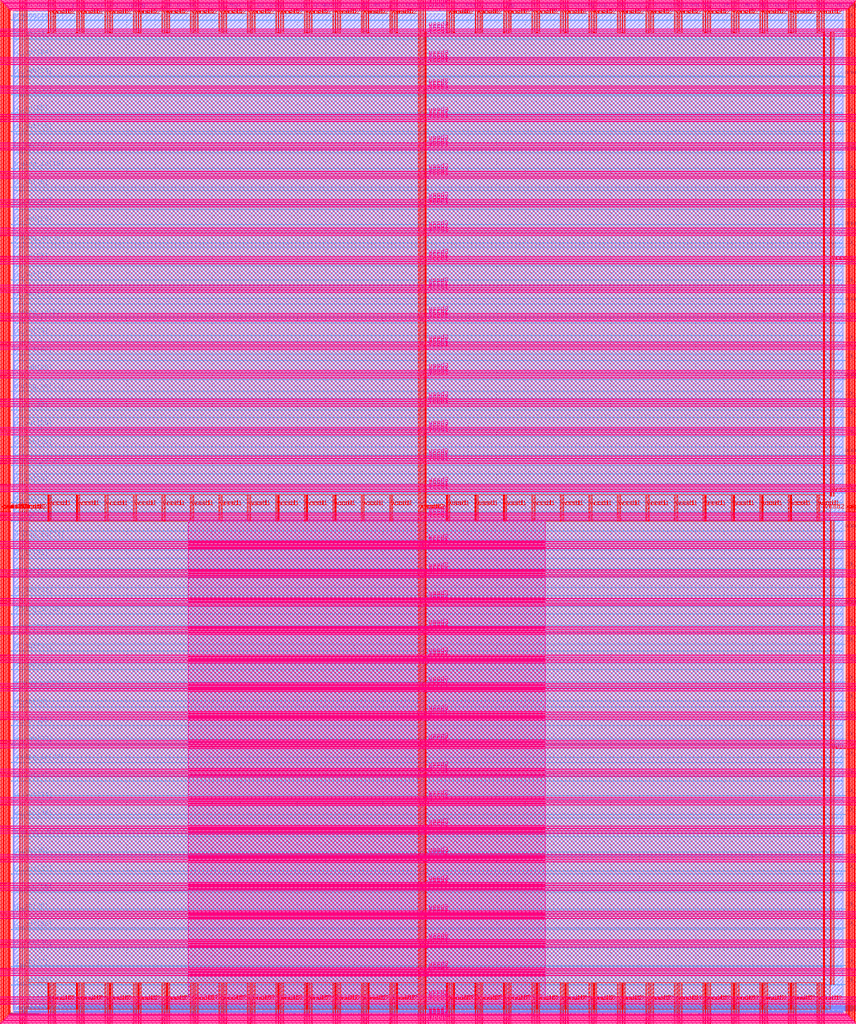
<source format=lef>
VERSION 5.7 ;
  NOWIREEXTENSIONATPIN ON ;
  DIVIDERCHAR "/" ;
  BUSBITCHARS "[]" ;
MACRO user_project_wrapper
  CLASS BLOCK ;
  FOREIGN user_project_wrapper ;
  ORIGIN 0.000 0.000 ;
  SIZE 2920.000 BY 3520.000 ;
  PIN analog_io[0]
    DIRECTION INOUT ;
    USE SIGNAL ;
    PORT
      LAYER met3 ;
        RECT 2917.600 1426.380 2924.800 1427.580 ;
    END
  END analog_io[0]
  PIN analog_io[10]
    DIRECTION INOUT ;
    USE SIGNAL ;
    PORT
      LAYER met2 ;
        RECT 2230.490 3517.600 2231.050 3524.800 ;
    END
  END analog_io[10]
  PIN analog_io[11]
    DIRECTION INOUT ;
    USE SIGNAL ;
    PORT
      LAYER met2 ;
        RECT 1905.730 3517.600 1906.290 3524.800 ;
    END
  END analog_io[11]
  PIN analog_io[12]
    DIRECTION INOUT ;
    USE SIGNAL ;
    PORT
      LAYER met2 ;
        RECT 1581.430 3517.600 1581.990 3524.800 ;
    END
  END analog_io[12]
  PIN analog_io[13]
    DIRECTION INOUT ;
    USE SIGNAL ;
    PORT
      LAYER met2 ;
        RECT 1257.130 3517.600 1257.690 3524.800 ;
    END
  END analog_io[13]
  PIN analog_io[14]
    DIRECTION INOUT ;
    USE SIGNAL ;
    PORT
      LAYER met2 ;
        RECT 932.370 3517.600 932.930 3524.800 ;
    END
  END analog_io[14]
  PIN analog_io[15]
    DIRECTION INOUT ;
    USE SIGNAL ;
    PORT
      LAYER met2 ;
        RECT 608.070 3517.600 608.630 3524.800 ;
    END
  END analog_io[15]
  PIN analog_io[16]
    DIRECTION INOUT ;
    USE SIGNAL ;
    PORT
      LAYER met2 ;
        RECT 283.770 3517.600 284.330 3524.800 ;
    END
  END analog_io[16]
  PIN analog_io[17]
    DIRECTION INOUT ;
    USE SIGNAL ;
    PORT
      LAYER met3 ;
        RECT -4.800 3486.100 2.400 3487.300 ;
    END
  END analog_io[17]
  PIN analog_io[18]
    DIRECTION INOUT ;
    USE SIGNAL ;
    PORT
      LAYER met3 ;
        RECT -4.800 3224.980 2.400 3226.180 ;
    END
  END analog_io[18]
  PIN analog_io[19]
    DIRECTION INOUT ;
    USE SIGNAL ;
    PORT
      LAYER met3 ;
        RECT -4.800 2964.540 2.400 2965.740 ;
    END
  END analog_io[19]
  PIN analog_io[1]
    DIRECTION INOUT ;
    USE SIGNAL ;
    PORT
      LAYER met3 ;
        RECT 2917.600 1692.260 2924.800 1693.460 ;
    END
  END analog_io[1]
  PIN analog_io[20]
    DIRECTION INOUT ;
    USE SIGNAL ;
    PORT
      LAYER met3 ;
        RECT -4.800 2703.420 2.400 2704.620 ;
    END
  END analog_io[20]
  PIN analog_io[21]
    DIRECTION INOUT ;
    USE SIGNAL ;
    PORT
      LAYER met3 ;
        RECT -4.800 2442.980 2.400 2444.180 ;
    END
  END analog_io[21]
  PIN analog_io[22]
    DIRECTION INOUT ;
    USE SIGNAL ;
    PORT
      LAYER met3 ;
        RECT -4.800 2182.540 2.400 2183.740 ;
    END
  END analog_io[22]
  PIN analog_io[23]
    DIRECTION INOUT ;
    USE SIGNAL ;
    PORT
      LAYER met3 ;
        RECT -4.800 1921.420 2.400 1922.620 ;
    END
  END analog_io[23]
  PIN analog_io[24]
    DIRECTION INOUT ;
    USE SIGNAL ;
    PORT
      LAYER met3 ;
        RECT -4.800 1660.980 2.400 1662.180 ;
    END
  END analog_io[24]
  PIN analog_io[25]
    DIRECTION INOUT ;
    USE SIGNAL ;
    PORT
      LAYER met3 ;
        RECT -4.800 1399.860 2.400 1401.060 ;
    END
  END analog_io[25]
  PIN analog_io[26]
    DIRECTION INOUT ;
    USE SIGNAL ;
    PORT
      LAYER met3 ;
        RECT -4.800 1139.420 2.400 1140.620 ;
    END
  END analog_io[26]
  PIN analog_io[27]
    DIRECTION INOUT ;
    USE SIGNAL ;
    PORT
      LAYER met3 ;
        RECT -4.800 878.980 2.400 880.180 ;
    END
  END analog_io[27]
  PIN analog_io[28]
    DIRECTION INOUT ;
    USE SIGNAL ;
    PORT
      LAYER met3 ;
        RECT -4.800 617.860 2.400 619.060 ;
    END
  END analog_io[28]
  PIN analog_io[2]
    DIRECTION INOUT ;
    USE SIGNAL ;
    PORT
      LAYER met3 ;
        RECT 2917.600 1958.140 2924.800 1959.340 ;
    END
  END analog_io[2]
  PIN analog_io[3]
    DIRECTION INOUT ;
    USE SIGNAL ;
    PORT
      LAYER met3 ;
        RECT 2917.600 2223.340 2924.800 2224.540 ;
    END
  END analog_io[3]
  PIN analog_io[4]
    DIRECTION INOUT ;
    USE SIGNAL ;
    PORT
      LAYER met3 ;
        RECT 2917.600 2489.220 2924.800 2490.420 ;
    END
  END analog_io[4]
  PIN analog_io[5]
    DIRECTION INOUT ;
    USE SIGNAL ;
    PORT
      LAYER met3 ;
        RECT 2917.600 2755.100 2924.800 2756.300 ;
    END
  END analog_io[5]
  PIN analog_io[6]
    DIRECTION INOUT ;
    USE SIGNAL ;
    PORT
      LAYER met3 ;
        RECT 2917.600 3020.300 2924.800 3021.500 ;
    END
  END analog_io[6]
  PIN analog_io[7]
    DIRECTION INOUT ;
    USE SIGNAL ;
    PORT
      LAYER met3 ;
        RECT 2917.600 3286.180 2924.800 3287.380 ;
    END
  END analog_io[7]
  PIN analog_io[8]
    DIRECTION INOUT ;
    USE SIGNAL ;
    PORT
      LAYER met2 ;
        RECT 2879.090 3517.600 2879.650 3524.800 ;
    END
  END analog_io[8]
  PIN analog_io[9]
    DIRECTION INOUT ;
    USE SIGNAL ;
    PORT
      LAYER met2 ;
        RECT 2554.790 3517.600 2555.350 3524.800 ;
    END
  END analog_io[9]
  PIN io_in[0]
    DIRECTION INPUT ;
    USE SIGNAL ;
    PORT
      LAYER met3 ;
        RECT 2917.600 32.380 2924.800 33.580 ;
    END
  END io_in[0]
  PIN io_in[10]
    DIRECTION INPUT ;
    USE SIGNAL ;
    PORT
      LAYER met3 ;
        RECT 2917.600 2289.980 2924.800 2291.180 ;
    END
  END io_in[10]
  PIN io_in[11]
    DIRECTION INPUT ;
    USE SIGNAL ;
    PORT
      LAYER met3 ;
        RECT 2917.600 2555.860 2924.800 2557.060 ;
    END
  END io_in[11]
  PIN io_in[12]
    DIRECTION INPUT ;
    USE SIGNAL ;
    PORT
      LAYER met3 ;
        RECT 2917.600 2821.060 2924.800 2822.260 ;
    END
  END io_in[12]
  PIN io_in[13]
    DIRECTION INPUT ;
    USE SIGNAL ;
    PORT
      LAYER met3 ;
        RECT 2917.600 3086.940 2924.800 3088.140 ;
    END
  END io_in[13]
  PIN io_in[14]
    DIRECTION INPUT ;
    USE SIGNAL ;
    PORT
      LAYER met3 ;
        RECT 2917.600 3352.820 2924.800 3354.020 ;
    END
  END io_in[14]
  PIN io_in[15]
    DIRECTION INPUT ;
    USE SIGNAL ;
    PORT
      LAYER met2 ;
        RECT 2798.130 3517.600 2798.690 3524.800 ;
    END
  END io_in[15]
  PIN io_in[16]
    DIRECTION INPUT ;
    USE SIGNAL ;
    PORT
      LAYER met2 ;
        RECT 2473.830 3517.600 2474.390 3524.800 ;
    END
  END io_in[16]
  PIN io_in[17]
    DIRECTION INPUT ;
    USE SIGNAL ;
    PORT
      LAYER met2 ;
        RECT 2149.070 3517.600 2149.630 3524.800 ;
    END
  END io_in[17]
  PIN io_in[18]
    DIRECTION INPUT ;
    USE SIGNAL ;
    PORT
      LAYER met2 ;
        RECT 1824.770 3517.600 1825.330 3524.800 ;
    END
  END io_in[18]
  PIN io_in[19]
    DIRECTION INPUT ;
    USE SIGNAL ;
    PORT
      LAYER met2 ;
        RECT 1500.470 3517.600 1501.030 3524.800 ;
    END
  END io_in[19]
  PIN io_in[1]
    DIRECTION INPUT ;
    USE SIGNAL ;
    PORT
      LAYER met3 ;
        RECT 2917.600 230.940 2924.800 232.140 ;
    END
  END io_in[1]
  PIN io_in[20]
    DIRECTION INPUT ;
    USE SIGNAL ;
    PORT
      LAYER met2 ;
        RECT 1175.710 3517.600 1176.270 3524.800 ;
    END
  END io_in[20]
  PIN io_in[21]
    DIRECTION INPUT ;
    USE SIGNAL ;
    PORT
      LAYER met2 ;
        RECT 851.410 3517.600 851.970 3524.800 ;
    END
  END io_in[21]
  PIN io_in[22]
    DIRECTION INPUT ;
    USE SIGNAL ;
    PORT
      LAYER met2 ;
        RECT 527.110 3517.600 527.670 3524.800 ;
    END
  END io_in[22]
  PIN io_in[23]
    DIRECTION INPUT ;
    USE SIGNAL ;
    PORT
      LAYER met2 ;
        RECT 202.350 3517.600 202.910 3524.800 ;
    END
  END io_in[23]
  PIN io_in[24]
    DIRECTION INPUT ;
    USE SIGNAL ;
    PORT
      LAYER met3 ;
        RECT -4.800 3420.820 2.400 3422.020 ;
    END
  END io_in[24]
  PIN io_in[25]
    DIRECTION INPUT ;
    USE SIGNAL ;
    PORT
      LAYER met3 ;
        RECT -4.800 3159.700 2.400 3160.900 ;
    END
  END io_in[25]
  PIN io_in[26]
    DIRECTION INPUT ;
    USE SIGNAL ;
    PORT
      LAYER met3 ;
        RECT -4.800 2899.260 2.400 2900.460 ;
    END
  END io_in[26]
  PIN io_in[27]
    DIRECTION INPUT ;
    USE SIGNAL ;
    PORT
      LAYER met3 ;
        RECT -4.800 2638.820 2.400 2640.020 ;
    END
  END io_in[27]
  PIN io_in[28]
    DIRECTION INPUT ;
    USE SIGNAL ;
    PORT
      LAYER met3 ;
        RECT -4.800 2377.700 2.400 2378.900 ;
    END
  END io_in[28]
  PIN io_in[29]
    DIRECTION INPUT ;
    USE SIGNAL ;
    PORT
      LAYER met3 ;
        RECT -4.800 2117.260 2.400 2118.460 ;
    END
  END io_in[29]
  PIN io_in[2]
    DIRECTION INPUT ;
    USE SIGNAL ;
    PORT
      LAYER met3 ;
        RECT 2917.600 430.180 2924.800 431.380 ;
    END
  END io_in[2]
  PIN io_in[30]
    DIRECTION INPUT ;
    USE SIGNAL ;
    PORT
      LAYER met3 ;
        RECT -4.800 1856.140 2.400 1857.340 ;
    END
  END io_in[30]
  PIN io_in[31]
    DIRECTION INPUT ;
    USE SIGNAL ;
    PORT
      LAYER met3 ;
        RECT -4.800 1595.700 2.400 1596.900 ;
    END
  END io_in[31]
  PIN io_in[32]
    DIRECTION INPUT ;
    USE SIGNAL ;
    PORT
      LAYER met3 ;
        RECT -4.800 1335.260 2.400 1336.460 ;
    END
  END io_in[32]
  PIN io_in[33]
    DIRECTION INPUT ;
    USE SIGNAL ;
    PORT
      LAYER met3 ;
        RECT -4.800 1074.140 2.400 1075.340 ;
    END
  END io_in[33]
  PIN io_in[34]
    DIRECTION INPUT ;
    USE SIGNAL ;
    PORT
      LAYER met3 ;
        RECT -4.800 813.700 2.400 814.900 ;
    END
  END io_in[34]
  PIN io_in[35]
    DIRECTION INPUT ;
    USE SIGNAL ;
    PORT
      LAYER met3 ;
        RECT -4.800 552.580 2.400 553.780 ;
    END
  END io_in[35]
  PIN io_in[36]
    DIRECTION INPUT ;
    USE SIGNAL ;
    PORT
      LAYER met3 ;
        RECT -4.800 357.420 2.400 358.620 ;
    END
  END io_in[36]
  PIN io_in[37]
    DIRECTION INPUT ;
    USE SIGNAL ;
    PORT
      LAYER met3 ;
        RECT -4.800 161.580 2.400 162.780 ;
    END
  END io_in[37]
  PIN io_in[3]
    DIRECTION INPUT ;
    USE SIGNAL ;
    PORT
      LAYER met3 ;
        RECT 2917.600 629.420 2924.800 630.620 ;
    END
  END io_in[3]
  PIN io_in[4]
    DIRECTION INPUT ;
    USE SIGNAL ;
    PORT
      LAYER met3 ;
        RECT 2917.600 828.660 2924.800 829.860 ;
    END
  END io_in[4]
  PIN io_in[5]
    DIRECTION INPUT ;
    USE SIGNAL ;
    PORT
      LAYER met3 ;
        RECT 2917.600 1027.900 2924.800 1029.100 ;
    END
  END io_in[5]
  PIN io_in[6]
    DIRECTION INPUT ;
    USE SIGNAL ;
    PORT
      LAYER met3 ;
        RECT 2917.600 1227.140 2924.800 1228.340 ;
    END
  END io_in[6]
  PIN io_in[7]
    DIRECTION INPUT ;
    USE SIGNAL ;
    PORT
      LAYER met3 ;
        RECT 2917.600 1493.020 2924.800 1494.220 ;
    END
  END io_in[7]
  PIN io_in[8]
    DIRECTION INPUT ;
    USE SIGNAL ;
    PORT
      LAYER met3 ;
        RECT 2917.600 1758.900 2924.800 1760.100 ;
    END
  END io_in[8]
  PIN io_in[9]
    DIRECTION INPUT ;
    USE SIGNAL ;
    PORT
      LAYER met3 ;
        RECT 2917.600 2024.100 2924.800 2025.300 ;
    END
  END io_in[9]
  PIN io_oeb[0]
    DIRECTION OUTPUT TRISTATE ;
    USE SIGNAL ;
    PORT
      LAYER met3 ;
        RECT 2917.600 164.980 2924.800 166.180 ;
    END
  END io_oeb[0]
  PIN io_oeb[10]
    DIRECTION OUTPUT TRISTATE ;
    USE SIGNAL ;
    PORT
      LAYER met3 ;
        RECT 2917.600 2422.580 2924.800 2423.780 ;
    END
  END io_oeb[10]
  PIN io_oeb[11]
    DIRECTION OUTPUT TRISTATE ;
    USE SIGNAL ;
    PORT
      LAYER met3 ;
        RECT 2917.600 2688.460 2924.800 2689.660 ;
    END
  END io_oeb[11]
  PIN io_oeb[12]
    DIRECTION OUTPUT TRISTATE ;
    USE SIGNAL ;
    PORT
      LAYER met3 ;
        RECT 2917.600 2954.340 2924.800 2955.540 ;
    END
  END io_oeb[12]
  PIN io_oeb[13]
    DIRECTION OUTPUT TRISTATE ;
    USE SIGNAL ;
    PORT
      LAYER met3 ;
        RECT 2917.600 3219.540 2924.800 3220.740 ;
    END
  END io_oeb[13]
  PIN io_oeb[14]
    DIRECTION OUTPUT TRISTATE ;
    USE SIGNAL ;
    PORT
      LAYER met3 ;
        RECT 2917.600 3485.420 2924.800 3486.620 ;
    END
  END io_oeb[14]
  PIN io_oeb[15]
    DIRECTION OUTPUT TRISTATE ;
    USE SIGNAL ;
    PORT
      LAYER met2 ;
        RECT 2635.750 3517.600 2636.310 3524.800 ;
    END
  END io_oeb[15]
  PIN io_oeb[16]
    DIRECTION OUTPUT TRISTATE ;
    USE SIGNAL ;
    PORT
      LAYER met2 ;
        RECT 2311.450 3517.600 2312.010 3524.800 ;
    END
  END io_oeb[16]
  PIN io_oeb[17]
    DIRECTION OUTPUT TRISTATE ;
    USE SIGNAL ;
    PORT
      LAYER met2 ;
        RECT 1987.150 3517.600 1987.710 3524.800 ;
    END
  END io_oeb[17]
  PIN io_oeb[18]
    DIRECTION OUTPUT TRISTATE ;
    USE SIGNAL ;
    PORT
      LAYER met2 ;
        RECT 1662.390 3517.600 1662.950 3524.800 ;
    END
  END io_oeb[18]
  PIN io_oeb[19]
    DIRECTION OUTPUT TRISTATE ;
    USE SIGNAL ;
    PORT
      LAYER met2 ;
        RECT 1338.090 3517.600 1338.650 3524.800 ;
    END
  END io_oeb[19]
  PIN io_oeb[1]
    DIRECTION OUTPUT TRISTATE ;
    USE SIGNAL ;
    PORT
      LAYER met3 ;
        RECT 2917.600 364.220 2924.800 365.420 ;
    END
  END io_oeb[1]
  PIN io_oeb[20]
    DIRECTION OUTPUT TRISTATE ;
    USE SIGNAL ;
    PORT
      LAYER met2 ;
        RECT 1013.790 3517.600 1014.350 3524.800 ;
    END
  END io_oeb[20]
  PIN io_oeb[21]
    DIRECTION OUTPUT TRISTATE ;
    USE SIGNAL ;
    PORT
      LAYER met2 ;
        RECT 689.030 3517.600 689.590 3524.800 ;
    END
  END io_oeb[21]
  PIN io_oeb[22]
    DIRECTION OUTPUT TRISTATE ;
    USE SIGNAL ;
    PORT
      LAYER met2 ;
        RECT 364.730 3517.600 365.290 3524.800 ;
    END
  END io_oeb[22]
  PIN io_oeb[23]
    DIRECTION OUTPUT TRISTATE ;
    USE SIGNAL ;
    PORT
      LAYER met2 ;
        RECT 40.430 3517.600 40.990 3524.800 ;
    END
  END io_oeb[23]
  PIN io_oeb[24]
    DIRECTION OUTPUT TRISTATE ;
    USE SIGNAL ;
    PORT
      LAYER met3 ;
        RECT -4.800 3290.260 2.400 3291.460 ;
    END
  END io_oeb[24]
  PIN io_oeb[25]
    DIRECTION OUTPUT TRISTATE ;
    USE SIGNAL ;
    PORT
      LAYER met3 ;
        RECT -4.800 3029.820 2.400 3031.020 ;
    END
  END io_oeb[25]
  PIN io_oeb[26]
    DIRECTION OUTPUT TRISTATE ;
    USE SIGNAL ;
    PORT
      LAYER met3 ;
        RECT -4.800 2768.700 2.400 2769.900 ;
    END
  END io_oeb[26]
  PIN io_oeb[27]
    DIRECTION OUTPUT TRISTATE ;
    USE SIGNAL ;
    PORT
      LAYER met3 ;
        RECT -4.800 2508.260 2.400 2509.460 ;
    END
  END io_oeb[27]
  PIN io_oeb[28]
    DIRECTION OUTPUT TRISTATE ;
    USE SIGNAL ;
    PORT
      LAYER met3 ;
        RECT -4.800 2247.140 2.400 2248.340 ;
    END
  END io_oeb[28]
  PIN io_oeb[29]
    DIRECTION OUTPUT TRISTATE ;
    USE SIGNAL ;
    PORT
      LAYER met3 ;
        RECT -4.800 1986.700 2.400 1987.900 ;
    END
  END io_oeb[29]
  PIN io_oeb[2]
    DIRECTION OUTPUT TRISTATE ;
    USE SIGNAL ;
    PORT
      LAYER met3 ;
        RECT 2917.600 563.460 2924.800 564.660 ;
    END
  END io_oeb[2]
  PIN io_oeb[30]
    DIRECTION OUTPUT TRISTATE ;
    USE SIGNAL ;
    PORT
      LAYER met3 ;
        RECT -4.800 1726.260 2.400 1727.460 ;
    END
  END io_oeb[30]
  PIN io_oeb[31]
    DIRECTION OUTPUT TRISTATE ;
    USE SIGNAL ;
    PORT
      LAYER met3 ;
        RECT -4.800 1465.140 2.400 1466.340 ;
    END
  END io_oeb[31]
  PIN io_oeb[32]
    DIRECTION OUTPUT TRISTATE ;
    USE SIGNAL ;
    PORT
      LAYER met3 ;
        RECT -4.800 1204.700 2.400 1205.900 ;
    END
  END io_oeb[32]
  PIN io_oeb[33]
    DIRECTION OUTPUT TRISTATE ;
    USE SIGNAL ;
    PORT
      LAYER met3 ;
        RECT -4.800 943.580 2.400 944.780 ;
    END
  END io_oeb[33]
  PIN io_oeb[34]
    DIRECTION OUTPUT TRISTATE ;
    USE SIGNAL ;
    PORT
      LAYER met3 ;
        RECT -4.800 683.140 2.400 684.340 ;
    END
  END io_oeb[34]
  PIN io_oeb[35]
    DIRECTION OUTPUT TRISTATE ;
    USE SIGNAL ;
    PORT
      LAYER met3 ;
        RECT -4.800 422.700 2.400 423.900 ;
    END
  END io_oeb[35]
  PIN io_oeb[36]
    DIRECTION OUTPUT TRISTATE ;
    USE SIGNAL ;
    PORT
      LAYER met3 ;
        RECT -4.800 226.860 2.400 228.060 ;
    END
  END io_oeb[36]
  PIN io_oeb[37]
    DIRECTION OUTPUT TRISTATE ;
    USE SIGNAL ;
    PORT
      LAYER met3 ;
        RECT -4.800 31.700 2.400 32.900 ;
    END
  END io_oeb[37]
  PIN io_oeb[3]
    DIRECTION OUTPUT TRISTATE ;
    USE SIGNAL ;
    PORT
      LAYER met3 ;
        RECT 2917.600 762.700 2924.800 763.900 ;
    END
  END io_oeb[3]
  PIN io_oeb[4]
    DIRECTION OUTPUT TRISTATE ;
    USE SIGNAL ;
    PORT
      LAYER met3 ;
        RECT 2917.600 961.940 2924.800 963.140 ;
    END
  END io_oeb[4]
  PIN io_oeb[5]
    DIRECTION OUTPUT TRISTATE ;
    USE SIGNAL ;
    PORT
      LAYER met3 ;
        RECT 2917.600 1161.180 2924.800 1162.380 ;
    END
  END io_oeb[5]
  PIN io_oeb[6]
    DIRECTION OUTPUT TRISTATE ;
    USE SIGNAL ;
    PORT
      LAYER met3 ;
        RECT 2917.600 1360.420 2924.800 1361.620 ;
    END
  END io_oeb[6]
  PIN io_oeb[7]
    DIRECTION OUTPUT TRISTATE ;
    USE SIGNAL ;
    PORT
      LAYER met3 ;
        RECT 2917.600 1625.620 2924.800 1626.820 ;
    END
  END io_oeb[7]
  PIN io_oeb[8]
    DIRECTION OUTPUT TRISTATE ;
    USE SIGNAL ;
    PORT
      LAYER met3 ;
        RECT 2917.600 1891.500 2924.800 1892.700 ;
    END
  END io_oeb[8]
  PIN io_oeb[9]
    DIRECTION OUTPUT TRISTATE ;
    USE SIGNAL ;
    PORT
      LAYER met3 ;
        RECT 2917.600 2157.380 2924.800 2158.580 ;
    END
  END io_oeb[9]
  PIN io_out[0]
    DIRECTION OUTPUT TRISTATE ;
    USE SIGNAL ;
    PORT
      LAYER met3 ;
        RECT 2917.600 98.340 2924.800 99.540 ;
    END
  END io_out[0]
  PIN io_out[10]
    DIRECTION OUTPUT TRISTATE ;
    USE SIGNAL ;
    PORT
      LAYER met3 ;
        RECT 2917.600 2356.620 2924.800 2357.820 ;
    END
  END io_out[10]
  PIN io_out[11]
    DIRECTION OUTPUT TRISTATE ;
    USE SIGNAL ;
    PORT
      LAYER met3 ;
        RECT 2917.600 2621.820 2924.800 2623.020 ;
    END
  END io_out[11]
  PIN io_out[12]
    DIRECTION OUTPUT TRISTATE ;
    USE SIGNAL ;
    PORT
      LAYER met3 ;
        RECT 2917.600 2887.700 2924.800 2888.900 ;
    END
  END io_out[12]
  PIN io_out[13]
    DIRECTION OUTPUT TRISTATE ;
    USE SIGNAL ;
    PORT
      LAYER met3 ;
        RECT 2917.600 3153.580 2924.800 3154.780 ;
    END
  END io_out[13]
  PIN io_out[14]
    DIRECTION OUTPUT TRISTATE ;
    USE SIGNAL ;
    PORT
      LAYER met3 ;
        RECT 2917.600 3418.780 2924.800 3419.980 ;
    END
  END io_out[14]
  PIN io_out[15]
    DIRECTION OUTPUT TRISTATE ;
    USE SIGNAL ;
    PORT
      LAYER met2 ;
        RECT 2717.170 3517.600 2717.730 3524.800 ;
    END
  END io_out[15]
  PIN io_out[16]
    DIRECTION OUTPUT TRISTATE ;
    USE SIGNAL ;
    PORT
      LAYER met2 ;
        RECT 2392.410 3517.600 2392.970 3524.800 ;
    END
  END io_out[16]
  PIN io_out[17]
    DIRECTION OUTPUT TRISTATE ;
    USE SIGNAL ;
    PORT
      LAYER met2 ;
        RECT 2068.110 3517.600 2068.670 3524.800 ;
    END
  END io_out[17]
  PIN io_out[18]
    DIRECTION OUTPUT TRISTATE ;
    USE SIGNAL ;
    PORT
      LAYER met2 ;
        RECT 1743.810 3517.600 1744.370 3524.800 ;
    END
  END io_out[18]
  PIN io_out[19]
    DIRECTION OUTPUT TRISTATE ;
    USE SIGNAL ;
    PORT
      LAYER met2 ;
        RECT 1419.050 3517.600 1419.610 3524.800 ;
    END
  END io_out[19]
  PIN io_out[1]
    DIRECTION OUTPUT TRISTATE ;
    USE SIGNAL ;
    PORT
      LAYER met3 ;
        RECT 2917.600 297.580 2924.800 298.780 ;
    END
  END io_out[1]
  PIN io_out[20]
    DIRECTION OUTPUT TRISTATE ;
    USE SIGNAL ;
    PORT
      LAYER met2 ;
        RECT 1094.750 3517.600 1095.310 3524.800 ;
    END
  END io_out[20]
  PIN io_out[21]
    DIRECTION OUTPUT TRISTATE ;
    USE SIGNAL ;
    PORT
      LAYER met2 ;
        RECT 770.450 3517.600 771.010 3524.800 ;
    END
  END io_out[21]
  PIN io_out[22]
    DIRECTION OUTPUT TRISTATE ;
    USE SIGNAL ;
    PORT
      LAYER met2 ;
        RECT 445.690 3517.600 446.250 3524.800 ;
    END
  END io_out[22]
  PIN io_out[23]
    DIRECTION OUTPUT TRISTATE ;
    USE SIGNAL ;
    PORT
      LAYER met2 ;
        RECT 121.390 3517.600 121.950 3524.800 ;
    END
  END io_out[23]
  PIN io_out[24]
    DIRECTION OUTPUT TRISTATE ;
    USE SIGNAL ;
    PORT
      LAYER met3 ;
        RECT -4.800 3355.540 2.400 3356.740 ;
    END
  END io_out[24]
  PIN io_out[25]
    DIRECTION OUTPUT TRISTATE ;
    USE SIGNAL ;
    PORT
      LAYER met3 ;
        RECT -4.800 3095.100 2.400 3096.300 ;
    END
  END io_out[25]
  PIN io_out[26]
    DIRECTION OUTPUT TRISTATE ;
    USE SIGNAL ;
    PORT
      LAYER met3 ;
        RECT -4.800 2833.980 2.400 2835.180 ;
    END
  END io_out[26]
  PIN io_out[27]
    DIRECTION OUTPUT TRISTATE ;
    USE SIGNAL ;
    PORT
      LAYER met3 ;
        RECT -4.800 2573.540 2.400 2574.740 ;
    END
  END io_out[27]
  PIN io_out[28]
    DIRECTION OUTPUT TRISTATE ;
    USE SIGNAL ;
    PORT
      LAYER met3 ;
        RECT -4.800 2312.420 2.400 2313.620 ;
    END
  END io_out[28]
  PIN io_out[29]
    DIRECTION OUTPUT TRISTATE ;
    USE SIGNAL ;
    PORT
      LAYER met3 ;
        RECT -4.800 2051.980 2.400 2053.180 ;
    END
  END io_out[29]
  PIN io_out[2]
    DIRECTION OUTPUT TRISTATE ;
    USE SIGNAL ;
    PORT
      LAYER met3 ;
        RECT 2917.600 496.820 2924.800 498.020 ;
    END
  END io_out[2]
  PIN io_out[30]
    DIRECTION OUTPUT TRISTATE ;
    USE SIGNAL ;
    PORT
      LAYER met3 ;
        RECT -4.800 1791.540 2.400 1792.740 ;
    END
  END io_out[30]
  PIN io_out[31]
    DIRECTION OUTPUT TRISTATE ;
    USE SIGNAL ;
    PORT
      LAYER met3 ;
        RECT -4.800 1530.420 2.400 1531.620 ;
    END
  END io_out[31]
  PIN io_out[32]
    DIRECTION OUTPUT TRISTATE ;
    USE SIGNAL ;
    PORT
      LAYER met3 ;
        RECT -4.800 1269.980 2.400 1271.180 ;
    END
  END io_out[32]
  PIN io_out[33]
    DIRECTION OUTPUT TRISTATE ;
    USE SIGNAL ;
    PORT
      LAYER met3 ;
        RECT -4.800 1008.860 2.400 1010.060 ;
    END
  END io_out[33]
  PIN io_out[34]
    DIRECTION OUTPUT TRISTATE ;
    USE SIGNAL ;
    PORT
      LAYER met3 ;
        RECT -4.800 748.420 2.400 749.620 ;
    END
  END io_out[34]
  PIN io_out[35]
    DIRECTION OUTPUT TRISTATE ;
    USE SIGNAL ;
    PORT
      LAYER met3 ;
        RECT -4.800 487.300 2.400 488.500 ;
    END
  END io_out[35]
  PIN io_out[36]
    DIRECTION OUTPUT TRISTATE ;
    USE SIGNAL ;
    PORT
      LAYER met3 ;
        RECT -4.800 292.140 2.400 293.340 ;
    END
  END io_out[36]
  PIN io_out[37]
    DIRECTION OUTPUT TRISTATE ;
    USE SIGNAL ;
    PORT
      LAYER met3 ;
        RECT -4.800 96.300 2.400 97.500 ;
    END
  END io_out[37]
  PIN io_out[3]
    DIRECTION OUTPUT TRISTATE ;
    USE SIGNAL ;
    PORT
      LAYER met3 ;
        RECT 2917.600 696.060 2924.800 697.260 ;
    END
  END io_out[3]
  PIN io_out[4]
    DIRECTION OUTPUT TRISTATE ;
    USE SIGNAL ;
    PORT
      LAYER met3 ;
        RECT 2917.600 895.300 2924.800 896.500 ;
    END
  END io_out[4]
  PIN io_out[5]
    DIRECTION OUTPUT TRISTATE ;
    USE SIGNAL ;
    PORT
      LAYER met3 ;
        RECT 2917.600 1094.540 2924.800 1095.740 ;
    END
  END io_out[5]
  PIN io_out[6]
    DIRECTION OUTPUT TRISTATE ;
    USE SIGNAL ;
    PORT
      LAYER met3 ;
        RECT 2917.600 1293.780 2924.800 1294.980 ;
    END
  END io_out[6]
  PIN io_out[7]
    DIRECTION OUTPUT TRISTATE ;
    USE SIGNAL ;
    PORT
      LAYER met3 ;
        RECT 2917.600 1559.660 2924.800 1560.860 ;
    END
  END io_out[7]
  PIN io_out[8]
    DIRECTION OUTPUT TRISTATE ;
    USE SIGNAL ;
    PORT
      LAYER met3 ;
        RECT 2917.600 1824.860 2924.800 1826.060 ;
    END
  END io_out[8]
  PIN io_out[9]
    DIRECTION OUTPUT TRISTATE ;
    USE SIGNAL ;
    PORT
      LAYER met3 ;
        RECT 2917.600 2090.740 2924.800 2091.940 ;
    END
  END io_out[9]
  PIN la_data_in[0]
    DIRECTION INPUT ;
    USE SIGNAL ;
    PORT
      LAYER met2 ;
        RECT 629.230 -4.800 629.790 2.400 ;
    END
  END la_data_in[0]
  PIN la_data_in[100]
    DIRECTION INPUT ;
    USE SIGNAL ;
    PORT
      LAYER met2 ;
        RECT 2402.530 -4.800 2403.090 2.400 ;
    END
  END la_data_in[100]
  PIN la_data_in[101]
    DIRECTION INPUT ;
    USE SIGNAL ;
    PORT
      LAYER met2 ;
        RECT 2420.010 -4.800 2420.570 2.400 ;
    END
  END la_data_in[101]
  PIN la_data_in[102]
    DIRECTION INPUT ;
    USE SIGNAL ;
    PORT
      LAYER met2 ;
        RECT 2437.950 -4.800 2438.510 2.400 ;
    END
  END la_data_in[102]
  PIN la_data_in[103]
    DIRECTION INPUT ;
    USE SIGNAL ;
    PORT
      LAYER met2 ;
        RECT 2455.430 -4.800 2455.990 2.400 ;
    END
  END la_data_in[103]
  PIN la_data_in[104]
    DIRECTION INPUT ;
    USE SIGNAL ;
    PORT
      LAYER met2 ;
        RECT 2473.370 -4.800 2473.930 2.400 ;
    END
  END la_data_in[104]
  PIN la_data_in[105]
    DIRECTION INPUT ;
    USE SIGNAL ;
    PORT
      LAYER met2 ;
        RECT 2490.850 -4.800 2491.410 2.400 ;
    END
  END la_data_in[105]
  PIN la_data_in[106]
    DIRECTION INPUT ;
    USE SIGNAL ;
    PORT
      LAYER met2 ;
        RECT 2508.790 -4.800 2509.350 2.400 ;
    END
  END la_data_in[106]
  PIN la_data_in[107]
    DIRECTION INPUT ;
    USE SIGNAL ;
    PORT
      LAYER met2 ;
        RECT 2526.730 -4.800 2527.290 2.400 ;
    END
  END la_data_in[107]
  PIN la_data_in[108]
    DIRECTION INPUT ;
    USE SIGNAL ;
    PORT
      LAYER met2 ;
        RECT 2544.210 -4.800 2544.770 2.400 ;
    END
  END la_data_in[108]
  PIN la_data_in[109]
    DIRECTION INPUT ;
    USE SIGNAL ;
    PORT
      LAYER met2 ;
        RECT 2562.150 -4.800 2562.710 2.400 ;
    END
  END la_data_in[109]
  PIN la_data_in[10]
    DIRECTION INPUT ;
    USE SIGNAL ;
    PORT
      LAYER met2 ;
        RECT 806.330 -4.800 806.890 2.400 ;
    END
  END la_data_in[10]
  PIN la_data_in[110]
    DIRECTION INPUT ;
    USE SIGNAL ;
    PORT
      LAYER met2 ;
        RECT 2579.630 -4.800 2580.190 2.400 ;
    END
  END la_data_in[110]
  PIN la_data_in[111]
    DIRECTION INPUT ;
    USE SIGNAL ;
    PORT
      LAYER met2 ;
        RECT 2597.570 -4.800 2598.130 2.400 ;
    END
  END la_data_in[111]
  PIN la_data_in[112]
    DIRECTION INPUT ;
    USE SIGNAL ;
    PORT
      LAYER met2 ;
        RECT 2615.050 -4.800 2615.610 2.400 ;
    END
  END la_data_in[112]
  PIN la_data_in[113]
    DIRECTION INPUT ;
    USE SIGNAL ;
    PORT
      LAYER met2 ;
        RECT 2632.990 -4.800 2633.550 2.400 ;
    END
  END la_data_in[113]
  PIN la_data_in[114]
    DIRECTION INPUT ;
    USE SIGNAL ;
    PORT
      LAYER met2 ;
        RECT 2650.470 -4.800 2651.030 2.400 ;
    END
  END la_data_in[114]
  PIN la_data_in[115]
    DIRECTION INPUT ;
    USE SIGNAL ;
    PORT
      LAYER met2 ;
        RECT 2668.410 -4.800 2668.970 2.400 ;
    END
  END la_data_in[115]
  PIN la_data_in[116]
    DIRECTION INPUT ;
    USE SIGNAL ;
    PORT
      LAYER met2 ;
        RECT 2685.890 -4.800 2686.450 2.400 ;
    END
  END la_data_in[116]
  PIN la_data_in[117]
    DIRECTION INPUT ;
    USE SIGNAL ;
    PORT
      LAYER met2 ;
        RECT 2703.830 -4.800 2704.390 2.400 ;
    END
  END la_data_in[117]
  PIN la_data_in[118]
    DIRECTION INPUT ;
    USE SIGNAL ;
    PORT
      LAYER met2 ;
        RECT 2721.770 -4.800 2722.330 2.400 ;
    END
  END la_data_in[118]
  PIN la_data_in[119]
    DIRECTION INPUT ;
    USE SIGNAL ;
    PORT
      LAYER met2 ;
        RECT 2739.250 -4.800 2739.810 2.400 ;
    END
  END la_data_in[119]
  PIN la_data_in[11]
    DIRECTION INPUT ;
    USE SIGNAL ;
    PORT
      LAYER met2 ;
        RECT 824.270 -4.800 824.830 2.400 ;
    END
  END la_data_in[11]
  PIN la_data_in[120]
    DIRECTION INPUT ;
    USE SIGNAL ;
    PORT
      LAYER met2 ;
        RECT 2757.190 -4.800 2757.750 2.400 ;
    END
  END la_data_in[120]
  PIN la_data_in[121]
    DIRECTION INPUT ;
    USE SIGNAL ;
    PORT
      LAYER met2 ;
        RECT 2774.670 -4.800 2775.230 2.400 ;
    END
  END la_data_in[121]
  PIN la_data_in[122]
    DIRECTION INPUT ;
    USE SIGNAL ;
    PORT
      LAYER met2 ;
        RECT 2792.610 -4.800 2793.170 2.400 ;
    END
  END la_data_in[122]
  PIN la_data_in[123]
    DIRECTION INPUT ;
    USE SIGNAL ;
    PORT
      LAYER met2 ;
        RECT 2810.090 -4.800 2810.650 2.400 ;
    END
  END la_data_in[123]
  PIN la_data_in[124]
    DIRECTION INPUT ;
    USE SIGNAL ;
    PORT
      LAYER met2 ;
        RECT 2828.030 -4.800 2828.590 2.400 ;
    END
  END la_data_in[124]
  PIN la_data_in[125]
    DIRECTION INPUT ;
    USE SIGNAL ;
    PORT
      LAYER met2 ;
        RECT 2845.510 -4.800 2846.070 2.400 ;
    END
  END la_data_in[125]
  PIN la_data_in[126]
    DIRECTION INPUT ;
    USE SIGNAL ;
    PORT
      LAYER met2 ;
        RECT 2863.450 -4.800 2864.010 2.400 ;
    END
  END la_data_in[126]
  PIN la_data_in[127]
    DIRECTION INPUT ;
    USE SIGNAL ;
    PORT
      LAYER met2 ;
        RECT 2881.390 -4.800 2881.950 2.400 ;
    END
  END la_data_in[127]
  PIN la_data_in[12]
    DIRECTION INPUT ;
    USE SIGNAL ;
    PORT
      LAYER met2 ;
        RECT 841.750 -4.800 842.310 2.400 ;
    END
  END la_data_in[12]
  PIN la_data_in[13]
    DIRECTION INPUT ;
    USE SIGNAL ;
    PORT
      LAYER met2 ;
        RECT 859.690 -4.800 860.250 2.400 ;
    END
  END la_data_in[13]
  PIN la_data_in[14]
    DIRECTION INPUT ;
    USE SIGNAL ;
    PORT
      LAYER met2 ;
        RECT 877.170 -4.800 877.730 2.400 ;
    END
  END la_data_in[14]
  PIN la_data_in[15]
    DIRECTION INPUT ;
    USE SIGNAL ;
    PORT
      LAYER met2 ;
        RECT 895.110 -4.800 895.670 2.400 ;
    END
  END la_data_in[15]
  PIN la_data_in[16]
    DIRECTION INPUT ;
    USE SIGNAL ;
    PORT
      LAYER met2 ;
        RECT 912.590 -4.800 913.150 2.400 ;
    END
  END la_data_in[16]
  PIN la_data_in[17]
    DIRECTION INPUT ;
    USE SIGNAL ;
    PORT
      LAYER met2 ;
        RECT 930.530 -4.800 931.090 2.400 ;
    END
  END la_data_in[17]
  PIN la_data_in[18]
    DIRECTION INPUT ;
    USE SIGNAL ;
    PORT
      LAYER met2 ;
        RECT 948.470 -4.800 949.030 2.400 ;
    END
  END la_data_in[18]
  PIN la_data_in[19]
    DIRECTION INPUT ;
    USE SIGNAL ;
    PORT
      LAYER met2 ;
        RECT 965.950 -4.800 966.510 2.400 ;
    END
  END la_data_in[19]
  PIN la_data_in[1]
    DIRECTION INPUT ;
    USE SIGNAL ;
    PORT
      LAYER met2 ;
        RECT 646.710 -4.800 647.270 2.400 ;
    END
  END la_data_in[1]
  PIN la_data_in[20]
    DIRECTION INPUT ;
    USE SIGNAL ;
    PORT
      LAYER met2 ;
        RECT 983.890 -4.800 984.450 2.400 ;
    END
  END la_data_in[20]
  PIN la_data_in[21]
    DIRECTION INPUT ;
    USE SIGNAL ;
    PORT
      LAYER met2 ;
        RECT 1001.370 -4.800 1001.930 2.400 ;
    END
  END la_data_in[21]
  PIN la_data_in[22]
    DIRECTION INPUT ;
    USE SIGNAL ;
    PORT
      LAYER met2 ;
        RECT 1019.310 -4.800 1019.870 2.400 ;
    END
  END la_data_in[22]
  PIN la_data_in[23]
    DIRECTION INPUT ;
    USE SIGNAL ;
    PORT
      LAYER met2 ;
        RECT 1036.790 -4.800 1037.350 2.400 ;
    END
  END la_data_in[23]
  PIN la_data_in[24]
    DIRECTION INPUT ;
    USE SIGNAL ;
    PORT
      LAYER met2 ;
        RECT 1054.730 -4.800 1055.290 2.400 ;
    END
  END la_data_in[24]
  PIN la_data_in[25]
    DIRECTION INPUT ;
    USE SIGNAL ;
    PORT
      LAYER met2 ;
        RECT 1072.210 -4.800 1072.770 2.400 ;
    END
  END la_data_in[25]
  PIN la_data_in[26]
    DIRECTION INPUT ;
    USE SIGNAL ;
    PORT
      LAYER met2 ;
        RECT 1090.150 -4.800 1090.710 2.400 ;
    END
  END la_data_in[26]
  PIN la_data_in[27]
    DIRECTION INPUT ;
    USE SIGNAL ;
    PORT
      LAYER met2 ;
        RECT 1107.630 -4.800 1108.190 2.400 ;
    END
  END la_data_in[27]
  PIN la_data_in[28]
    DIRECTION INPUT ;
    USE SIGNAL ;
    PORT
      LAYER met2 ;
        RECT 1125.570 -4.800 1126.130 2.400 ;
    END
  END la_data_in[28]
  PIN la_data_in[29]
    DIRECTION INPUT ;
    USE SIGNAL ;
    PORT
      LAYER met2 ;
        RECT 1143.510 -4.800 1144.070 2.400 ;
    END
  END la_data_in[29]
  PIN la_data_in[2]
    DIRECTION INPUT ;
    USE SIGNAL ;
    PORT
      LAYER met2 ;
        RECT 664.650 -4.800 665.210 2.400 ;
    END
  END la_data_in[2]
  PIN la_data_in[30]
    DIRECTION INPUT ;
    USE SIGNAL ;
    PORT
      LAYER met2 ;
        RECT 1160.990 -4.800 1161.550 2.400 ;
    END
  END la_data_in[30]
  PIN la_data_in[31]
    DIRECTION INPUT ;
    USE SIGNAL ;
    PORT
      LAYER met2 ;
        RECT 1178.930 -4.800 1179.490 2.400 ;
    END
  END la_data_in[31]
  PIN la_data_in[32]
    DIRECTION INPUT ;
    USE SIGNAL ;
    PORT
      LAYER met2 ;
        RECT 1196.410 -4.800 1196.970 2.400 ;
    END
  END la_data_in[32]
  PIN la_data_in[33]
    DIRECTION INPUT ;
    USE SIGNAL ;
    PORT
      LAYER met2 ;
        RECT 1214.350 -4.800 1214.910 2.400 ;
    END
  END la_data_in[33]
  PIN la_data_in[34]
    DIRECTION INPUT ;
    USE SIGNAL ;
    PORT
      LAYER met2 ;
        RECT 1231.830 -4.800 1232.390 2.400 ;
    END
  END la_data_in[34]
  PIN la_data_in[35]
    DIRECTION INPUT ;
    USE SIGNAL ;
    PORT
      LAYER met2 ;
        RECT 1249.770 -4.800 1250.330 2.400 ;
    END
  END la_data_in[35]
  PIN la_data_in[36]
    DIRECTION INPUT ;
    USE SIGNAL ;
    PORT
      LAYER met2 ;
        RECT 1267.250 -4.800 1267.810 2.400 ;
    END
  END la_data_in[36]
  PIN la_data_in[37]
    DIRECTION INPUT ;
    USE SIGNAL ;
    PORT
      LAYER met2 ;
        RECT 1285.190 -4.800 1285.750 2.400 ;
    END
  END la_data_in[37]
  PIN la_data_in[38]
    DIRECTION INPUT ;
    USE SIGNAL ;
    PORT
      LAYER met2 ;
        RECT 1303.130 -4.800 1303.690 2.400 ;
    END
  END la_data_in[38]
  PIN la_data_in[39]
    DIRECTION INPUT ;
    USE SIGNAL ;
    PORT
      LAYER met2 ;
        RECT 1320.610 -4.800 1321.170 2.400 ;
    END
  END la_data_in[39]
  PIN la_data_in[3]
    DIRECTION INPUT ;
    USE SIGNAL ;
    PORT
      LAYER met2 ;
        RECT 682.130 -4.800 682.690 2.400 ;
    END
  END la_data_in[3]
  PIN la_data_in[40]
    DIRECTION INPUT ;
    USE SIGNAL ;
    PORT
      LAYER met2 ;
        RECT 1338.550 -4.800 1339.110 2.400 ;
    END
  END la_data_in[40]
  PIN la_data_in[41]
    DIRECTION INPUT ;
    USE SIGNAL ;
    PORT
      LAYER met2 ;
        RECT 1356.030 -4.800 1356.590 2.400 ;
    END
  END la_data_in[41]
  PIN la_data_in[42]
    DIRECTION INPUT ;
    USE SIGNAL ;
    PORT
      LAYER met2 ;
        RECT 1373.970 -4.800 1374.530 2.400 ;
    END
  END la_data_in[42]
  PIN la_data_in[43]
    DIRECTION INPUT ;
    USE SIGNAL ;
    PORT
      LAYER met2 ;
        RECT 1391.450 -4.800 1392.010 2.400 ;
    END
  END la_data_in[43]
  PIN la_data_in[44]
    DIRECTION INPUT ;
    USE SIGNAL ;
    PORT
      LAYER met2 ;
        RECT 1409.390 -4.800 1409.950 2.400 ;
    END
  END la_data_in[44]
  PIN la_data_in[45]
    DIRECTION INPUT ;
    USE SIGNAL ;
    PORT
      LAYER met2 ;
        RECT 1426.870 -4.800 1427.430 2.400 ;
    END
  END la_data_in[45]
  PIN la_data_in[46]
    DIRECTION INPUT ;
    USE SIGNAL ;
    PORT
      LAYER met2 ;
        RECT 1444.810 -4.800 1445.370 2.400 ;
    END
  END la_data_in[46]
  PIN la_data_in[47]
    DIRECTION INPUT ;
    USE SIGNAL ;
    PORT
      LAYER met2 ;
        RECT 1462.750 -4.800 1463.310 2.400 ;
    END
  END la_data_in[47]
  PIN la_data_in[48]
    DIRECTION INPUT ;
    USE SIGNAL ;
    PORT
      LAYER met2 ;
        RECT 1480.230 -4.800 1480.790 2.400 ;
    END
  END la_data_in[48]
  PIN la_data_in[49]
    DIRECTION INPUT ;
    USE SIGNAL ;
    PORT
      LAYER met2 ;
        RECT 1498.170 -4.800 1498.730 2.400 ;
    END
  END la_data_in[49]
  PIN la_data_in[4]
    DIRECTION INPUT ;
    USE SIGNAL ;
    PORT
      LAYER met2 ;
        RECT 700.070 -4.800 700.630 2.400 ;
    END
  END la_data_in[4]
  PIN la_data_in[50]
    DIRECTION INPUT ;
    USE SIGNAL ;
    PORT
      LAYER met2 ;
        RECT 1515.650 -4.800 1516.210 2.400 ;
    END
  END la_data_in[50]
  PIN la_data_in[51]
    DIRECTION INPUT ;
    USE SIGNAL ;
    PORT
      LAYER met2 ;
        RECT 1533.590 -4.800 1534.150 2.400 ;
    END
  END la_data_in[51]
  PIN la_data_in[52]
    DIRECTION INPUT ;
    USE SIGNAL ;
    PORT
      LAYER met2 ;
        RECT 1551.070 -4.800 1551.630 2.400 ;
    END
  END la_data_in[52]
  PIN la_data_in[53]
    DIRECTION INPUT ;
    USE SIGNAL ;
    PORT
      LAYER met2 ;
        RECT 1569.010 -4.800 1569.570 2.400 ;
    END
  END la_data_in[53]
  PIN la_data_in[54]
    DIRECTION INPUT ;
    USE SIGNAL ;
    PORT
      LAYER met2 ;
        RECT 1586.490 -4.800 1587.050 2.400 ;
    END
  END la_data_in[54]
  PIN la_data_in[55]
    DIRECTION INPUT ;
    USE SIGNAL ;
    PORT
      LAYER met2 ;
        RECT 1604.430 -4.800 1604.990 2.400 ;
    END
  END la_data_in[55]
  PIN la_data_in[56]
    DIRECTION INPUT ;
    USE SIGNAL ;
    PORT
      LAYER met2 ;
        RECT 1621.910 -4.800 1622.470 2.400 ;
    END
  END la_data_in[56]
  PIN la_data_in[57]
    DIRECTION INPUT ;
    USE SIGNAL ;
    PORT
      LAYER met2 ;
        RECT 1639.850 -4.800 1640.410 2.400 ;
    END
  END la_data_in[57]
  PIN la_data_in[58]
    DIRECTION INPUT ;
    USE SIGNAL ;
    PORT
      LAYER met2 ;
        RECT 1657.790 -4.800 1658.350 2.400 ;
    END
  END la_data_in[58]
  PIN la_data_in[59]
    DIRECTION INPUT ;
    USE SIGNAL ;
    PORT
      LAYER met2 ;
        RECT 1675.270 -4.800 1675.830 2.400 ;
    END
  END la_data_in[59]
  PIN la_data_in[5]
    DIRECTION INPUT ;
    USE SIGNAL ;
    PORT
      LAYER met2 ;
        RECT 717.550 -4.800 718.110 2.400 ;
    END
  END la_data_in[5]
  PIN la_data_in[60]
    DIRECTION INPUT ;
    USE SIGNAL ;
    PORT
      LAYER met2 ;
        RECT 1693.210 -4.800 1693.770 2.400 ;
    END
  END la_data_in[60]
  PIN la_data_in[61]
    DIRECTION INPUT ;
    USE SIGNAL ;
    PORT
      LAYER met2 ;
        RECT 1710.690 -4.800 1711.250 2.400 ;
    END
  END la_data_in[61]
  PIN la_data_in[62]
    DIRECTION INPUT ;
    USE SIGNAL ;
    PORT
      LAYER met2 ;
        RECT 1728.630 -4.800 1729.190 2.400 ;
    END
  END la_data_in[62]
  PIN la_data_in[63]
    DIRECTION INPUT ;
    USE SIGNAL ;
    PORT
      LAYER met2 ;
        RECT 1746.110 -4.800 1746.670 2.400 ;
    END
  END la_data_in[63]
  PIN la_data_in[64]
    DIRECTION INPUT ;
    USE SIGNAL ;
    PORT
      LAYER met2 ;
        RECT 1764.050 -4.800 1764.610 2.400 ;
    END
  END la_data_in[64]
  PIN la_data_in[65]
    DIRECTION INPUT ;
    USE SIGNAL ;
    PORT
      LAYER met2 ;
        RECT 1781.530 -4.800 1782.090 2.400 ;
    END
  END la_data_in[65]
  PIN la_data_in[66]
    DIRECTION INPUT ;
    USE SIGNAL ;
    PORT
      LAYER met2 ;
        RECT 1799.470 -4.800 1800.030 2.400 ;
    END
  END la_data_in[66]
  PIN la_data_in[67]
    DIRECTION INPUT ;
    USE SIGNAL ;
    PORT
      LAYER met2 ;
        RECT 1817.410 -4.800 1817.970 2.400 ;
    END
  END la_data_in[67]
  PIN la_data_in[68]
    DIRECTION INPUT ;
    USE SIGNAL ;
    PORT
      LAYER met2 ;
        RECT 1834.890 -4.800 1835.450 2.400 ;
    END
  END la_data_in[68]
  PIN la_data_in[69]
    DIRECTION INPUT ;
    USE SIGNAL ;
    PORT
      LAYER met2 ;
        RECT 1852.830 -4.800 1853.390 2.400 ;
    END
  END la_data_in[69]
  PIN la_data_in[6]
    DIRECTION INPUT ;
    USE SIGNAL ;
    PORT
      LAYER met2 ;
        RECT 735.490 -4.800 736.050 2.400 ;
    END
  END la_data_in[6]
  PIN la_data_in[70]
    DIRECTION INPUT ;
    USE SIGNAL ;
    PORT
      LAYER met2 ;
        RECT 1870.310 -4.800 1870.870 2.400 ;
    END
  END la_data_in[70]
  PIN la_data_in[71]
    DIRECTION INPUT ;
    USE SIGNAL ;
    PORT
      LAYER met2 ;
        RECT 1888.250 -4.800 1888.810 2.400 ;
    END
  END la_data_in[71]
  PIN la_data_in[72]
    DIRECTION INPUT ;
    USE SIGNAL ;
    PORT
      LAYER met2 ;
        RECT 1905.730 -4.800 1906.290 2.400 ;
    END
  END la_data_in[72]
  PIN la_data_in[73]
    DIRECTION INPUT ;
    USE SIGNAL ;
    PORT
      LAYER met2 ;
        RECT 1923.670 -4.800 1924.230 2.400 ;
    END
  END la_data_in[73]
  PIN la_data_in[74]
    DIRECTION INPUT ;
    USE SIGNAL ;
    PORT
      LAYER met2 ;
        RECT 1941.150 -4.800 1941.710 2.400 ;
    END
  END la_data_in[74]
  PIN la_data_in[75]
    DIRECTION INPUT ;
    USE SIGNAL ;
    PORT
      LAYER met2 ;
        RECT 1959.090 -4.800 1959.650 2.400 ;
    END
  END la_data_in[75]
  PIN la_data_in[76]
    DIRECTION INPUT ;
    USE SIGNAL ;
    PORT
      LAYER met2 ;
        RECT 1976.570 -4.800 1977.130 2.400 ;
    END
  END la_data_in[76]
  PIN la_data_in[77]
    DIRECTION INPUT ;
    USE SIGNAL ;
    PORT
      LAYER met2 ;
        RECT 1994.510 -4.800 1995.070 2.400 ;
    END
  END la_data_in[77]
  PIN la_data_in[78]
    DIRECTION INPUT ;
    USE SIGNAL ;
    PORT
      LAYER met2 ;
        RECT 2012.450 -4.800 2013.010 2.400 ;
    END
  END la_data_in[78]
  PIN la_data_in[79]
    DIRECTION INPUT ;
    USE SIGNAL ;
    PORT
      LAYER met2 ;
        RECT 2029.930 -4.800 2030.490 2.400 ;
    END
  END la_data_in[79]
  PIN la_data_in[7]
    DIRECTION INPUT ;
    USE SIGNAL ;
    PORT
      LAYER met2 ;
        RECT 752.970 -4.800 753.530 2.400 ;
    END
  END la_data_in[7]
  PIN la_data_in[80]
    DIRECTION INPUT ;
    USE SIGNAL ;
    PORT
      LAYER met2 ;
        RECT 2047.870 -4.800 2048.430 2.400 ;
    END
  END la_data_in[80]
  PIN la_data_in[81]
    DIRECTION INPUT ;
    USE SIGNAL ;
    PORT
      LAYER met2 ;
        RECT 2065.350 -4.800 2065.910 2.400 ;
    END
  END la_data_in[81]
  PIN la_data_in[82]
    DIRECTION INPUT ;
    USE SIGNAL ;
    PORT
      LAYER met2 ;
        RECT 2083.290 -4.800 2083.850 2.400 ;
    END
  END la_data_in[82]
  PIN la_data_in[83]
    DIRECTION INPUT ;
    USE SIGNAL ;
    PORT
      LAYER met2 ;
        RECT 2100.770 -4.800 2101.330 2.400 ;
    END
  END la_data_in[83]
  PIN la_data_in[84]
    DIRECTION INPUT ;
    USE SIGNAL ;
    PORT
      LAYER met2 ;
        RECT 2118.710 -4.800 2119.270 2.400 ;
    END
  END la_data_in[84]
  PIN la_data_in[85]
    DIRECTION INPUT ;
    USE SIGNAL ;
    PORT
      LAYER met2 ;
        RECT 2136.190 -4.800 2136.750 2.400 ;
    END
  END la_data_in[85]
  PIN la_data_in[86]
    DIRECTION INPUT ;
    USE SIGNAL ;
    PORT
      LAYER met2 ;
        RECT 2154.130 -4.800 2154.690 2.400 ;
    END
  END la_data_in[86]
  PIN la_data_in[87]
    DIRECTION INPUT ;
    USE SIGNAL ;
    PORT
      LAYER met2 ;
        RECT 2172.070 -4.800 2172.630 2.400 ;
    END
  END la_data_in[87]
  PIN la_data_in[88]
    DIRECTION INPUT ;
    USE SIGNAL ;
    PORT
      LAYER met2 ;
        RECT 2189.550 -4.800 2190.110 2.400 ;
    END
  END la_data_in[88]
  PIN la_data_in[89]
    DIRECTION INPUT ;
    USE SIGNAL ;
    PORT
      LAYER met2 ;
        RECT 2207.490 -4.800 2208.050 2.400 ;
    END
  END la_data_in[89]
  PIN la_data_in[8]
    DIRECTION INPUT ;
    USE SIGNAL ;
    PORT
      LAYER met2 ;
        RECT 770.910 -4.800 771.470 2.400 ;
    END
  END la_data_in[8]
  PIN la_data_in[90]
    DIRECTION INPUT ;
    USE SIGNAL ;
    PORT
      LAYER met2 ;
        RECT 2224.970 -4.800 2225.530 2.400 ;
    END
  END la_data_in[90]
  PIN la_data_in[91]
    DIRECTION INPUT ;
    USE SIGNAL ;
    PORT
      LAYER met2 ;
        RECT 2242.910 -4.800 2243.470 2.400 ;
    END
  END la_data_in[91]
  PIN la_data_in[92]
    DIRECTION INPUT ;
    USE SIGNAL ;
    PORT
      LAYER met2 ;
        RECT 2260.390 -4.800 2260.950 2.400 ;
    END
  END la_data_in[92]
  PIN la_data_in[93]
    DIRECTION INPUT ;
    USE SIGNAL ;
    PORT
      LAYER met2 ;
        RECT 2278.330 -4.800 2278.890 2.400 ;
    END
  END la_data_in[93]
  PIN la_data_in[94]
    DIRECTION INPUT ;
    USE SIGNAL ;
    PORT
      LAYER met2 ;
        RECT 2295.810 -4.800 2296.370 2.400 ;
    END
  END la_data_in[94]
  PIN la_data_in[95]
    DIRECTION INPUT ;
    USE SIGNAL ;
    PORT
      LAYER met2 ;
        RECT 2313.750 -4.800 2314.310 2.400 ;
    END
  END la_data_in[95]
  PIN la_data_in[96]
    DIRECTION INPUT ;
    USE SIGNAL ;
    PORT
      LAYER met2 ;
        RECT 2331.230 -4.800 2331.790 2.400 ;
    END
  END la_data_in[96]
  PIN la_data_in[97]
    DIRECTION INPUT ;
    USE SIGNAL ;
    PORT
      LAYER met2 ;
        RECT 2349.170 -4.800 2349.730 2.400 ;
    END
  END la_data_in[97]
  PIN la_data_in[98]
    DIRECTION INPUT ;
    USE SIGNAL ;
    PORT
      LAYER met2 ;
        RECT 2367.110 -4.800 2367.670 2.400 ;
    END
  END la_data_in[98]
  PIN la_data_in[99]
    DIRECTION INPUT ;
    USE SIGNAL ;
    PORT
      LAYER met2 ;
        RECT 2384.590 -4.800 2385.150 2.400 ;
    END
  END la_data_in[99]
  PIN la_data_in[9]
    DIRECTION INPUT ;
    USE SIGNAL ;
    PORT
      LAYER met2 ;
        RECT 788.850 -4.800 789.410 2.400 ;
    END
  END la_data_in[9]
  PIN la_data_out[0]
    DIRECTION OUTPUT TRISTATE ;
    USE SIGNAL ;
    PORT
      LAYER met2 ;
        RECT 634.750 -4.800 635.310 2.400 ;
    END
  END la_data_out[0]
  PIN la_data_out[100]
    DIRECTION OUTPUT TRISTATE ;
    USE SIGNAL ;
    PORT
      LAYER met2 ;
        RECT 2408.510 -4.800 2409.070 2.400 ;
    END
  END la_data_out[100]
  PIN la_data_out[101]
    DIRECTION OUTPUT TRISTATE ;
    USE SIGNAL ;
    PORT
      LAYER met2 ;
        RECT 2425.990 -4.800 2426.550 2.400 ;
    END
  END la_data_out[101]
  PIN la_data_out[102]
    DIRECTION OUTPUT TRISTATE ;
    USE SIGNAL ;
    PORT
      LAYER met2 ;
        RECT 2443.930 -4.800 2444.490 2.400 ;
    END
  END la_data_out[102]
  PIN la_data_out[103]
    DIRECTION OUTPUT TRISTATE ;
    USE SIGNAL ;
    PORT
      LAYER met2 ;
        RECT 2461.410 -4.800 2461.970 2.400 ;
    END
  END la_data_out[103]
  PIN la_data_out[104]
    DIRECTION OUTPUT TRISTATE ;
    USE SIGNAL ;
    PORT
      LAYER met2 ;
        RECT 2479.350 -4.800 2479.910 2.400 ;
    END
  END la_data_out[104]
  PIN la_data_out[105]
    DIRECTION OUTPUT TRISTATE ;
    USE SIGNAL ;
    PORT
      LAYER met2 ;
        RECT 2496.830 -4.800 2497.390 2.400 ;
    END
  END la_data_out[105]
  PIN la_data_out[106]
    DIRECTION OUTPUT TRISTATE ;
    USE SIGNAL ;
    PORT
      LAYER met2 ;
        RECT 2514.770 -4.800 2515.330 2.400 ;
    END
  END la_data_out[106]
  PIN la_data_out[107]
    DIRECTION OUTPUT TRISTATE ;
    USE SIGNAL ;
    PORT
      LAYER met2 ;
        RECT 2532.250 -4.800 2532.810 2.400 ;
    END
  END la_data_out[107]
  PIN la_data_out[108]
    DIRECTION OUTPUT TRISTATE ;
    USE SIGNAL ;
    PORT
      LAYER met2 ;
        RECT 2550.190 -4.800 2550.750 2.400 ;
    END
  END la_data_out[108]
  PIN la_data_out[109]
    DIRECTION OUTPUT TRISTATE ;
    USE SIGNAL ;
    PORT
      LAYER met2 ;
        RECT 2567.670 -4.800 2568.230 2.400 ;
    END
  END la_data_out[109]
  PIN la_data_out[10]
    DIRECTION OUTPUT TRISTATE ;
    USE SIGNAL ;
    PORT
      LAYER met2 ;
        RECT 812.310 -4.800 812.870 2.400 ;
    END
  END la_data_out[10]
  PIN la_data_out[110]
    DIRECTION OUTPUT TRISTATE ;
    USE SIGNAL ;
    PORT
      LAYER met2 ;
        RECT 2585.610 -4.800 2586.170 2.400 ;
    END
  END la_data_out[110]
  PIN la_data_out[111]
    DIRECTION OUTPUT TRISTATE ;
    USE SIGNAL ;
    PORT
      LAYER met2 ;
        RECT 2603.550 -4.800 2604.110 2.400 ;
    END
  END la_data_out[111]
  PIN la_data_out[112]
    DIRECTION OUTPUT TRISTATE ;
    USE SIGNAL ;
    PORT
      LAYER met2 ;
        RECT 2621.030 -4.800 2621.590 2.400 ;
    END
  END la_data_out[112]
  PIN la_data_out[113]
    DIRECTION OUTPUT TRISTATE ;
    USE SIGNAL ;
    PORT
      LAYER met2 ;
        RECT 2638.970 -4.800 2639.530 2.400 ;
    END
  END la_data_out[113]
  PIN la_data_out[114]
    DIRECTION OUTPUT TRISTATE ;
    USE SIGNAL ;
    PORT
      LAYER met2 ;
        RECT 2656.450 -4.800 2657.010 2.400 ;
    END
  END la_data_out[114]
  PIN la_data_out[115]
    DIRECTION OUTPUT TRISTATE ;
    USE SIGNAL ;
    PORT
      LAYER met2 ;
        RECT 2674.390 -4.800 2674.950 2.400 ;
    END
  END la_data_out[115]
  PIN la_data_out[116]
    DIRECTION OUTPUT TRISTATE ;
    USE SIGNAL ;
    PORT
      LAYER met2 ;
        RECT 2691.870 -4.800 2692.430 2.400 ;
    END
  END la_data_out[116]
  PIN la_data_out[117]
    DIRECTION OUTPUT TRISTATE ;
    USE SIGNAL ;
    PORT
      LAYER met2 ;
        RECT 2709.810 -4.800 2710.370 2.400 ;
    END
  END la_data_out[117]
  PIN la_data_out[118]
    DIRECTION OUTPUT TRISTATE ;
    USE SIGNAL ;
    PORT
      LAYER met2 ;
        RECT 2727.290 -4.800 2727.850 2.400 ;
    END
  END la_data_out[118]
  PIN la_data_out[119]
    DIRECTION OUTPUT TRISTATE ;
    USE SIGNAL ;
    PORT
      LAYER met2 ;
        RECT 2745.230 -4.800 2745.790 2.400 ;
    END
  END la_data_out[119]
  PIN la_data_out[11]
    DIRECTION OUTPUT TRISTATE ;
    USE SIGNAL ;
    PORT
      LAYER met2 ;
        RECT 830.250 -4.800 830.810 2.400 ;
    END
  END la_data_out[11]
  PIN la_data_out[120]
    DIRECTION OUTPUT TRISTATE ;
    USE SIGNAL ;
    PORT
      LAYER met2 ;
        RECT 2763.170 -4.800 2763.730 2.400 ;
    END
  END la_data_out[120]
  PIN la_data_out[121]
    DIRECTION OUTPUT TRISTATE ;
    USE SIGNAL ;
    PORT
      LAYER met2 ;
        RECT 2780.650 -4.800 2781.210 2.400 ;
    END
  END la_data_out[121]
  PIN la_data_out[122]
    DIRECTION OUTPUT TRISTATE ;
    USE SIGNAL ;
    PORT
      LAYER met2 ;
        RECT 2798.590 -4.800 2799.150 2.400 ;
    END
  END la_data_out[122]
  PIN la_data_out[123]
    DIRECTION OUTPUT TRISTATE ;
    USE SIGNAL ;
    PORT
      LAYER met2 ;
        RECT 2816.070 -4.800 2816.630 2.400 ;
    END
  END la_data_out[123]
  PIN la_data_out[124]
    DIRECTION OUTPUT TRISTATE ;
    USE SIGNAL ;
    PORT
      LAYER met2 ;
        RECT 2834.010 -4.800 2834.570 2.400 ;
    END
  END la_data_out[124]
  PIN la_data_out[125]
    DIRECTION OUTPUT TRISTATE ;
    USE SIGNAL ;
    PORT
      LAYER met2 ;
        RECT 2851.490 -4.800 2852.050 2.400 ;
    END
  END la_data_out[125]
  PIN la_data_out[126]
    DIRECTION OUTPUT TRISTATE ;
    USE SIGNAL ;
    PORT
      LAYER met2 ;
        RECT 2869.430 -4.800 2869.990 2.400 ;
    END
  END la_data_out[126]
  PIN la_data_out[127]
    DIRECTION OUTPUT TRISTATE ;
    USE SIGNAL ;
    PORT
      LAYER met2 ;
        RECT 2886.910 -4.800 2887.470 2.400 ;
    END
  END la_data_out[127]
  PIN la_data_out[12]
    DIRECTION OUTPUT TRISTATE ;
    USE SIGNAL ;
    PORT
      LAYER met2 ;
        RECT 847.730 -4.800 848.290 2.400 ;
    END
  END la_data_out[12]
  PIN la_data_out[13]
    DIRECTION OUTPUT TRISTATE ;
    USE SIGNAL ;
    PORT
      LAYER met2 ;
        RECT 865.670 -4.800 866.230 2.400 ;
    END
  END la_data_out[13]
  PIN la_data_out[14]
    DIRECTION OUTPUT TRISTATE ;
    USE SIGNAL ;
    PORT
      LAYER met2 ;
        RECT 883.150 -4.800 883.710 2.400 ;
    END
  END la_data_out[14]
  PIN la_data_out[15]
    DIRECTION OUTPUT TRISTATE ;
    USE SIGNAL ;
    PORT
      LAYER met2 ;
        RECT 901.090 -4.800 901.650 2.400 ;
    END
  END la_data_out[15]
  PIN la_data_out[16]
    DIRECTION OUTPUT TRISTATE ;
    USE SIGNAL ;
    PORT
      LAYER met2 ;
        RECT 918.570 -4.800 919.130 2.400 ;
    END
  END la_data_out[16]
  PIN la_data_out[17]
    DIRECTION OUTPUT TRISTATE ;
    USE SIGNAL ;
    PORT
      LAYER met2 ;
        RECT 936.510 -4.800 937.070 2.400 ;
    END
  END la_data_out[17]
  PIN la_data_out[18]
    DIRECTION OUTPUT TRISTATE ;
    USE SIGNAL ;
    PORT
      LAYER met2 ;
        RECT 953.990 -4.800 954.550 2.400 ;
    END
  END la_data_out[18]
  PIN la_data_out[19]
    DIRECTION OUTPUT TRISTATE ;
    USE SIGNAL ;
    PORT
      LAYER met2 ;
        RECT 971.930 -4.800 972.490 2.400 ;
    END
  END la_data_out[19]
  PIN la_data_out[1]
    DIRECTION OUTPUT TRISTATE ;
    USE SIGNAL ;
    PORT
      LAYER met2 ;
        RECT 652.690 -4.800 653.250 2.400 ;
    END
  END la_data_out[1]
  PIN la_data_out[20]
    DIRECTION OUTPUT TRISTATE ;
    USE SIGNAL ;
    PORT
      LAYER met2 ;
        RECT 989.410 -4.800 989.970 2.400 ;
    END
  END la_data_out[20]
  PIN la_data_out[21]
    DIRECTION OUTPUT TRISTATE ;
    USE SIGNAL ;
    PORT
      LAYER met2 ;
        RECT 1007.350 -4.800 1007.910 2.400 ;
    END
  END la_data_out[21]
  PIN la_data_out[22]
    DIRECTION OUTPUT TRISTATE ;
    USE SIGNAL ;
    PORT
      LAYER met2 ;
        RECT 1025.290 -4.800 1025.850 2.400 ;
    END
  END la_data_out[22]
  PIN la_data_out[23]
    DIRECTION OUTPUT TRISTATE ;
    USE SIGNAL ;
    PORT
      LAYER met2 ;
        RECT 1042.770 -4.800 1043.330 2.400 ;
    END
  END la_data_out[23]
  PIN la_data_out[24]
    DIRECTION OUTPUT TRISTATE ;
    USE SIGNAL ;
    PORT
      LAYER met2 ;
        RECT 1060.710 -4.800 1061.270 2.400 ;
    END
  END la_data_out[24]
  PIN la_data_out[25]
    DIRECTION OUTPUT TRISTATE ;
    USE SIGNAL ;
    PORT
      LAYER met2 ;
        RECT 1078.190 -4.800 1078.750 2.400 ;
    END
  END la_data_out[25]
  PIN la_data_out[26]
    DIRECTION OUTPUT TRISTATE ;
    USE SIGNAL ;
    PORT
      LAYER met2 ;
        RECT 1096.130 -4.800 1096.690 2.400 ;
    END
  END la_data_out[26]
  PIN la_data_out[27]
    DIRECTION OUTPUT TRISTATE ;
    USE SIGNAL ;
    PORT
      LAYER met2 ;
        RECT 1113.610 -4.800 1114.170 2.400 ;
    END
  END la_data_out[27]
  PIN la_data_out[28]
    DIRECTION OUTPUT TRISTATE ;
    USE SIGNAL ;
    PORT
      LAYER met2 ;
        RECT 1131.550 -4.800 1132.110 2.400 ;
    END
  END la_data_out[28]
  PIN la_data_out[29]
    DIRECTION OUTPUT TRISTATE ;
    USE SIGNAL ;
    PORT
      LAYER met2 ;
        RECT 1149.030 -4.800 1149.590 2.400 ;
    END
  END la_data_out[29]
  PIN la_data_out[2]
    DIRECTION OUTPUT TRISTATE ;
    USE SIGNAL ;
    PORT
      LAYER met2 ;
        RECT 670.630 -4.800 671.190 2.400 ;
    END
  END la_data_out[2]
  PIN la_data_out[30]
    DIRECTION OUTPUT TRISTATE ;
    USE SIGNAL ;
    PORT
      LAYER met2 ;
        RECT 1166.970 -4.800 1167.530 2.400 ;
    END
  END la_data_out[30]
  PIN la_data_out[31]
    DIRECTION OUTPUT TRISTATE ;
    USE SIGNAL ;
    PORT
      LAYER met2 ;
        RECT 1184.910 -4.800 1185.470 2.400 ;
    END
  END la_data_out[31]
  PIN la_data_out[32]
    DIRECTION OUTPUT TRISTATE ;
    USE SIGNAL ;
    PORT
      LAYER met2 ;
        RECT 1202.390 -4.800 1202.950 2.400 ;
    END
  END la_data_out[32]
  PIN la_data_out[33]
    DIRECTION OUTPUT TRISTATE ;
    USE SIGNAL ;
    PORT
      LAYER met2 ;
        RECT 1220.330 -4.800 1220.890 2.400 ;
    END
  END la_data_out[33]
  PIN la_data_out[34]
    DIRECTION OUTPUT TRISTATE ;
    USE SIGNAL ;
    PORT
      LAYER met2 ;
        RECT 1237.810 -4.800 1238.370 2.400 ;
    END
  END la_data_out[34]
  PIN la_data_out[35]
    DIRECTION OUTPUT TRISTATE ;
    USE SIGNAL ;
    PORT
      LAYER met2 ;
        RECT 1255.750 -4.800 1256.310 2.400 ;
    END
  END la_data_out[35]
  PIN la_data_out[36]
    DIRECTION OUTPUT TRISTATE ;
    USE SIGNAL ;
    PORT
      LAYER met2 ;
        RECT 1273.230 -4.800 1273.790 2.400 ;
    END
  END la_data_out[36]
  PIN la_data_out[37]
    DIRECTION OUTPUT TRISTATE ;
    USE SIGNAL ;
    PORT
      LAYER met2 ;
        RECT 1291.170 -4.800 1291.730 2.400 ;
    END
  END la_data_out[37]
  PIN la_data_out[38]
    DIRECTION OUTPUT TRISTATE ;
    USE SIGNAL ;
    PORT
      LAYER met2 ;
        RECT 1308.650 -4.800 1309.210 2.400 ;
    END
  END la_data_out[38]
  PIN la_data_out[39]
    DIRECTION OUTPUT TRISTATE ;
    USE SIGNAL ;
    PORT
      LAYER met2 ;
        RECT 1326.590 -4.800 1327.150 2.400 ;
    END
  END la_data_out[39]
  PIN la_data_out[3]
    DIRECTION OUTPUT TRISTATE ;
    USE SIGNAL ;
    PORT
      LAYER met2 ;
        RECT 688.110 -4.800 688.670 2.400 ;
    END
  END la_data_out[3]
  PIN la_data_out[40]
    DIRECTION OUTPUT TRISTATE ;
    USE SIGNAL ;
    PORT
      LAYER met2 ;
        RECT 1344.070 -4.800 1344.630 2.400 ;
    END
  END la_data_out[40]
  PIN la_data_out[41]
    DIRECTION OUTPUT TRISTATE ;
    USE SIGNAL ;
    PORT
      LAYER met2 ;
        RECT 1362.010 -4.800 1362.570 2.400 ;
    END
  END la_data_out[41]
  PIN la_data_out[42]
    DIRECTION OUTPUT TRISTATE ;
    USE SIGNAL ;
    PORT
      LAYER met2 ;
        RECT 1379.950 -4.800 1380.510 2.400 ;
    END
  END la_data_out[42]
  PIN la_data_out[43]
    DIRECTION OUTPUT TRISTATE ;
    USE SIGNAL ;
    PORT
      LAYER met2 ;
        RECT 1397.430 -4.800 1397.990 2.400 ;
    END
  END la_data_out[43]
  PIN la_data_out[44]
    DIRECTION OUTPUT TRISTATE ;
    USE SIGNAL ;
    PORT
      LAYER met2 ;
        RECT 1415.370 -4.800 1415.930 2.400 ;
    END
  END la_data_out[44]
  PIN la_data_out[45]
    DIRECTION OUTPUT TRISTATE ;
    USE SIGNAL ;
    PORT
      LAYER met2 ;
        RECT 1432.850 -4.800 1433.410 2.400 ;
    END
  END la_data_out[45]
  PIN la_data_out[46]
    DIRECTION OUTPUT TRISTATE ;
    USE SIGNAL ;
    PORT
      LAYER met2 ;
        RECT 1450.790 -4.800 1451.350 2.400 ;
    END
  END la_data_out[46]
  PIN la_data_out[47]
    DIRECTION OUTPUT TRISTATE ;
    USE SIGNAL ;
    PORT
      LAYER met2 ;
        RECT 1468.270 -4.800 1468.830 2.400 ;
    END
  END la_data_out[47]
  PIN la_data_out[48]
    DIRECTION OUTPUT TRISTATE ;
    USE SIGNAL ;
    PORT
      LAYER met2 ;
        RECT 1486.210 -4.800 1486.770 2.400 ;
    END
  END la_data_out[48]
  PIN la_data_out[49]
    DIRECTION OUTPUT TRISTATE ;
    USE SIGNAL ;
    PORT
      LAYER met2 ;
        RECT 1503.690 -4.800 1504.250 2.400 ;
    END
  END la_data_out[49]
  PIN la_data_out[4]
    DIRECTION OUTPUT TRISTATE ;
    USE SIGNAL ;
    PORT
      LAYER met2 ;
        RECT 706.050 -4.800 706.610 2.400 ;
    END
  END la_data_out[4]
  PIN la_data_out[50]
    DIRECTION OUTPUT TRISTATE ;
    USE SIGNAL ;
    PORT
      LAYER met2 ;
        RECT 1521.630 -4.800 1522.190 2.400 ;
    END
  END la_data_out[50]
  PIN la_data_out[51]
    DIRECTION OUTPUT TRISTATE ;
    USE SIGNAL ;
    PORT
      LAYER met2 ;
        RECT 1539.570 -4.800 1540.130 2.400 ;
    END
  END la_data_out[51]
  PIN la_data_out[52]
    DIRECTION OUTPUT TRISTATE ;
    USE SIGNAL ;
    PORT
      LAYER met2 ;
        RECT 1557.050 -4.800 1557.610 2.400 ;
    END
  END la_data_out[52]
  PIN la_data_out[53]
    DIRECTION OUTPUT TRISTATE ;
    USE SIGNAL ;
    PORT
      LAYER met2 ;
        RECT 1574.990 -4.800 1575.550 2.400 ;
    END
  END la_data_out[53]
  PIN la_data_out[54]
    DIRECTION OUTPUT TRISTATE ;
    USE SIGNAL ;
    PORT
      LAYER met2 ;
        RECT 1592.470 -4.800 1593.030 2.400 ;
    END
  END la_data_out[54]
  PIN la_data_out[55]
    DIRECTION OUTPUT TRISTATE ;
    USE SIGNAL ;
    PORT
      LAYER met2 ;
        RECT 1610.410 -4.800 1610.970 2.400 ;
    END
  END la_data_out[55]
  PIN la_data_out[56]
    DIRECTION OUTPUT TRISTATE ;
    USE SIGNAL ;
    PORT
      LAYER met2 ;
        RECT 1627.890 -4.800 1628.450 2.400 ;
    END
  END la_data_out[56]
  PIN la_data_out[57]
    DIRECTION OUTPUT TRISTATE ;
    USE SIGNAL ;
    PORT
      LAYER met2 ;
        RECT 1645.830 -4.800 1646.390 2.400 ;
    END
  END la_data_out[57]
  PIN la_data_out[58]
    DIRECTION OUTPUT TRISTATE ;
    USE SIGNAL ;
    PORT
      LAYER met2 ;
        RECT 1663.310 -4.800 1663.870 2.400 ;
    END
  END la_data_out[58]
  PIN la_data_out[59]
    DIRECTION OUTPUT TRISTATE ;
    USE SIGNAL ;
    PORT
      LAYER met2 ;
        RECT 1681.250 -4.800 1681.810 2.400 ;
    END
  END la_data_out[59]
  PIN la_data_out[5]
    DIRECTION OUTPUT TRISTATE ;
    USE SIGNAL ;
    PORT
      LAYER met2 ;
        RECT 723.530 -4.800 724.090 2.400 ;
    END
  END la_data_out[5]
  PIN la_data_out[60]
    DIRECTION OUTPUT TRISTATE ;
    USE SIGNAL ;
    PORT
      LAYER met2 ;
        RECT 1699.190 -4.800 1699.750 2.400 ;
    END
  END la_data_out[60]
  PIN la_data_out[61]
    DIRECTION OUTPUT TRISTATE ;
    USE SIGNAL ;
    PORT
      LAYER met2 ;
        RECT 1716.670 -4.800 1717.230 2.400 ;
    END
  END la_data_out[61]
  PIN la_data_out[62]
    DIRECTION OUTPUT TRISTATE ;
    USE SIGNAL ;
    PORT
      LAYER met2 ;
        RECT 1734.610 -4.800 1735.170 2.400 ;
    END
  END la_data_out[62]
  PIN la_data_out[63]
    DIRECTION OUTPUT TRISTATE ;
    USE SIGNAL ;
    PORT
      LAYER met2 ;
        RECT 1752.090 -4.800 1752.650 2.400 ;
    END
  END la_data_out[63]
  PIN la_data_out[64]
    DIRECTION OUTPUT TRISTATE ;
    USE SIGNAL ;
    PORT
      LAYER met2 ;
        RECT 1770.030 -4.800 1770.590 2.400 ;
    END
  END la_data_out[64]
  PIN la_data_out[65]
    DIRECTION OUTPUT TRISTATE ;
    USE SIGNAL ;
    PORT
      LAYER met2 ;
        RECT 1787.510 -4.800 1788.070 2.400 ;
    END
  END la_data_out[65]
  PIN la_data_out[66]
    DIRECTION OUTPUT TRISTATE ;
    USE SIGNAL ;
    PORT
      LAYER met2 ;
        RECT 1805.450 -4.800 1806.010 2.400 ;
    END
  END la_data_out[66]
  PIN la_data_out[67]
    DIRECTION OUTPUT TRISTATE ;
    USE SIGNAL ;
    PORT
      LAYER met2 ;
        RECT 1822.930 -4.800 1823.490 2.400 ;
    END
  END la_data_out[67]
  PIN la_data_out[68]
    DIRECTION OUTPUT TRISTATE ;
    USE SIGNAL ;
    PORT
      LAYER met2 ;
        RECT 1840.870 -4.800 1841.430 2.400 ;
    END
  END la_data_out[68]
  PIN la_data_out[69]
    DIRECTION OUTPUT TRISTATE ;
    USE SIGNAL ;
    PORT
      LAYER met2 ;
        RECT 1858.350 -4.800 1858.910 2.400 ;
    END
  END la_data_out[69]
  PIN la_data_out[6]
    DIRECTION OUTPUT TRISTATE ;
    USE SIGNAL ;
    PORT
      LAYER met2 ;
        RECT 741.470 -4.800 742.030 2.400 ;
    END
  END la_data_out[6]
  PIN la_data_out[70]
    DIRECTION OUTPUT TRISTATE ;
    USE SIGNAL ;
    PORT
      LAYER met2 ;
        RECT 1876.290 -4.800 1876.850 2.400 ;
    END
  END la_data_out[70]
  PIN la_data_out[71]
    DIRECTION OUTPUT TRISTATE ;
    USE SIGNAL ;
    PORT
      LAYER met2 ;
        RECT 1894.230 -4.800 1894.790 2.400 ;
    END
  END la_data_out[71]
  PIN la_data_out[72]
    DIRECTION OUTPUT TRISTATE ;
    USE SIGNAL ;
    PORT
      LAYER met2 ;
        RECT 1911.710 -4.800 1912.270 2.400 ;
    END
  END la_data_out[72]
  PIN la_data_out[73]
    DIRECTION OUTPUT TRISTATE ;
    USE SIGNAL ;
    PORT
      LAYER met2 ;
        RECT 1929.650 -4.800 1930.210 2.400 ;
    END
  END la_data_out[73]
  PIN la_data_out[74]
    DIRECTION OUTPUT TRISTATE ;
    USE SIGNAL ;
    PORT
      LAYER met2 ;
        RECT 1947.130 -4.800 1947.690 2.400 ;
    END
  END la_data_out[74]
  PIN la_data_out[75]
    DIRECTION OUTPUT TRISTATE ;
    USE SIGNAL ;
    PORT
      LAYER met2 ;
        RECT 1965.070 -4.800 1965.630 2.400 ;
    END
  END la_data_out[75]
  PIN la_data_out[76]
    DIRECTION OUTPUT TRISTATE ;
    USE SIGNAL ;
    PORT
      LAYER met2 ;
        RECT 1982.550 -4.800 1983.110 2.400 ;
    END
  END la_data_out[76]
  PIN la_data_out[77]
    DIRECTION OUTPUT TRISTATE ;
    USE SIGNAL ;
    PORT
      LAYER met2 ;
        RECT 2000.490 -4.800 2001.050 2.400 ;
    END
  END la_data_out[77]
  PIN la_data_out[78]
    DIRECTION OUTPUT TRISTATE ;
    USE SIGNAL ;
    PORT
      LAYER met2 ;
        RECT 2017.970 -4.800 2018.530 2.400 ;
    END
  END la_data_out[78]
  PIN la_data_out[79]
    DIRECTION OUTPUT TRISTATE ;
    USE SIGNAL ;
    PORT
      LAYER met2 ;
        RECT 2035.910 -4.800 2036.470 2.400 ;
    END
  END la_data_out[79]
  PIN la_data_out[7]
    DIRECTION OUTPUT TRISTATE ;
    USE SIGNAL ;
    PORT
      LAYER met2 ;
        RECT 758.950 -4.800 759.510 2.400 ;
    END
  END la_data_out[7]
  PIN la_data_out[80]
    DIRECTION OUTPUT TRISTATE ;
    USE SIGNAL ;
    PORT
      LAYER met2 ;
        RECT 2053.850 -4.800 2054.410 2.400 ;
    END
  END la_data_out[80]
  PIN la_data_out[81]
    DIRECTION OUTPUT TRISTATE ;
    USE SIGNAL ;
    PORT
      LAYER met2 ;
        RECT 2071.330 -4.800 2071.890 2.400 ;
    END
  END la_data_out[81]
  PIN la_data_out[82]
    DIRECTION OUTPUT TRISTATE ;
    USE SIGNAL ;
    PORT
      LAYER met2 ;
        RECT 2089.270 -4.800 2089.830 2.400 ;
    END
  END la_data_out[82]
  PIN la_data_out[83]
    DIRECTION OUTPUT TRISTATE ;
    USE SIGNAL ;
    PORT
      LAYER met2 ;
        RECT 2106.750 -4.800 2107.310 2.400 ;
    END
  END la_data_out[83]
  PIN la_data_out[84]
    DIRECTION OUTPUT TRISTATE ;
    USE SIGNAL ;
    PORT
      LAYER met2 ;
        RECT 2124.690 -4.800 2125.250 2.400 ;
    END
  END la_data_out[84]
  PIN la_data_out[85]
    DIRECTION OUTPUT TRISTATE ;
    USE SIGNAL ;
    PORT
      LAYER met2 ;
        RECT 2142.170 -4.800 2142.730 2.400 ;
    END
  END la_data_out[85]
  PIN la_data_out[86]
    DIRECTION OUTPUT TRISTATE ;
    USE SIGNAL ;
    PORT
      LAYER met2 ;
        RECT 2160.110 -4.800 2160.670 2.400 ;
    END
  END la_data_out[86]
  PIN la_data_out[87]
    DIRECTION OUTPUT TRISTATE ;
    USE SIGNAL ;
    PORT
      LAYER met2 ;
        RECT 2177.590 -4.800 2178.150 2.400 ;
    END
  END la_data_out[87]
  PIN la_data_out[88]
    DIRECTION OUTPUT TRISTATE ;
    USE SIGNAL ;
    PORT
      LAYER met2 ;
        RECT 2195.530 -4.800 2196.090 2.400 ;
    END
  END la_data_out[88]
  PIN la_data_out[89]
    DIRECTION OUTPUT TRISTATE ;
    USE SIGNAL ;
    PORT
      LAYER met2 ;
        RECT 2213.010 -4.800 2213.570 2.400 ;
    END
  END la_data_out[89]
  PIN la_data_out[8]
    DIRECTION OUTPUT TRISTATE ;
    USE SIGNAL ;
    PORT
      LAYER met2 ;
        RECT 776.890 -4.800 777.450 2.400 ;
    END
  END la_data_out[8]
  PIN la_data_out[90]
    DIRECTION OUTPUT TRISTATE ;
    USE SIGNAL ;
    PORT
      LAYER met2 ;
        RECT 2230.950 -4.800 2231.510 2.400 ;
    END
  END la_data_out[90]
  PIN la_data_out[91]
    DIRECTION OUTPUT TRISTATE ;
    USE SIGNAL ;
    PORT
      LAYER met2 ;
        RECT 2248.890 -4.800 2249.450 2.400 ;
    END
  END la_data_out[91]
  PIN la_data_out[92]
    DIRECTION OUTPUT TRISTATE ;
    USE SIGNAL ;
    PORT
      LAYER met2 ;
        RECT 2266.370 -4.800 2266.930 2.400 ;
    END
  END la_data_out[92]
  PIN la_data_out[93]
    DIRECTION OUTPUT TRISTATE ;
    USE SIGNAL ;
    PORT
      LAYER met2 ;
        RECT 2284.310 -4.800 2284.870 2.400 ;
    END
  END la_data_out[93]
  PIN la_data_out[94]
    DIRECTION OUTPUT TRISTATE ;
    USE SIGNAL ;
    PORT
      LAYER met2 ;
        RECT 2301.790 -4.800 2302.350 2.400 ;
    END
  END la_data_out[94]
  PIN la_data_out[95]
    DIRECTION OUTPUT TRISTATE ;
    USE SIGNAL ;
    PORT
      LAYER met2 ;
        RECT 2319.730 -4.800 2320.290 2.400 ;
    END
  END la_data_out[95]
  PIN la_data_out[96]
    DIRECTION OUTPUT TRISTATE ;
    USE SIGNAL ;
    PORT
      LAYER met2 ;
        RECT 2337.210 -4.800 2337.770 2.400 ;
    END
  END la_data_out[96]
  PIN la_data_out[97]
    DIRECTION OUTPUT TRISTATE ;
    USE SIGNAL ;
    PORT
      LAYER met2 ;
        RECT 2355.150 -4.800 2355.710 2.400 ;
    END
  END la_data_out[97]
  PIN la_data_out[98]
    DIRECTION OUTPUT TRISTATE ;
    USE SIGNAL ;
    PORT
      LAYER met2 ;
        RECT 2372.630 -4.800 2373.190 2.400 ;
    END
  END la_data_out[98]
  PIN la_data_out[99]
    DIRECTION OUTPUT TRISTATE ;
    USE SIGNAL ;
    PORT
      LAYER met2 ;
        RECT 2390.570 -4.800 2391.130 2.400 ;
    END
  END la_data_out[99]
  PIN la_data_out[9]
    DIRECTION OUTPUT TRISTATE ;
    USE SIGNAL ;
    PORT
      LAYER met2 ;
        RECT 794.370 -4.800 794.930 2.400 ;
    END
  END la_data_out[9]
  PIN la_oenb[0]
    DIRECTION INPUT ;
    USE SIGNAL ;
    PORT
      LAYER met2 ;
        RECT 640.730 -4.800 641.290 2.400 ;
    END
  END la_oenb[0]
  PIN la_oenb[100]
    DIRECTION INPUT ;
    USE SIGNAL ;
    PORT
      LAYER met2 ;
        RECT 2414.030 -4.800 2414.590 2.400 ;
    END
  END la_oenb[100]
  PIN la_oenb[101]
    DIRECTION INPUT ;
    USE SIGNAL ;
    PORT
      LAYER met2 ;
        RECT 2431.970 -4.800 2432.530 2.400 ;
    END
  END la_oenb[101]
  PIN la_oenb[102]
    DIRECTION INPUT ;
    USE SIGNAL ;
    PORT
      LAYER met2 ;
        RECT 2449.450 -4.800 2450.010 2.400 ;
    END
  END la_oenb[102]
  PIN la_oenb[103]
    DIRECTION INPUT ;
    USE SIGNAL ;
    PORT
      LAYER met2 ;
        RECT 2467.390 -4.800 2467.950 2.400 ;
    END
  END la_oenb[103]
  PIN la_oenb[104]
    DIRECTION INPUT ;
    USE SIGNAL ;
    PORT
      LAYER met2 ;
        RECT 2485.330 -4.800 2485.890 2.400 ;
    END
  END la_oenb[104]
  PIN la_oenb[105]
    DIRECTION INPUT ;
    USE SIGNAL ;
    PORT
      LAYER met2 ;
        RECT 2502.810 -4.800 2503.370 2.400 ;
    END
  END la_oenb[105]
  PIN la_oenb[106]
    DIRECTION INPUT ;
    USE SIGNAL ;
    PORT
      LAYER met2 ;
        RECT 2520.750 -4.800 2521.310 2.400 ;
    END
  END la_oenb[106]
  PIN la_oenb[107]
    DIRECTION INPUT ;
    USE SIGNAL ;
    PORT
      LAYER met2 ;
        RECT 2538.230 -4.800 2538.790 2.400 ;
    END
  END la_oenb[107]
  PIN la_oenb[108]
    DIRECTION INPUT ;
    USE SIGNAL ;
    PORT
      LAYER met2 ;
        RECT 2556.170 -4.800 2556.730 2.400 ;
    END
  END la_oenb[108]
  PIN la_oenb[109]
    DIRECTION INPUT ;
    USE SIGNAL ;
    PORT
      LAYER met2 ;
        RECT 2573.650 -4.800 2574.210 2.400 ;
    END
  END la_oenb[109]
  PIN la_oenb[10]
    DIRECTION INPUT ;
    USE SIGNAL ;
    PORT
      LAYER met2 ;
        RECT 818.290 -4.800 818.850 2.400 ;
    END
  END la_oenb[10]
  PIN la_oenb[110]
    DIRECTION INPUT ;
    USE SIGNAL ;
    PORT
      LAYER met2 ;
        RECT 2591.590 -4.800 2592.150 2.400 ;
    END
  END la_oenb[110]
  PIN la_oenb[111]
    DIRECTION INPUT ;
    USE SIGNAL ;
    PORT
      LAYER met2 ;
        RECT 2609.070 -4.800 2609.630 2.400 ;
    END
  END la_oenb[111]
  PIN la_oenb[112]
    DIRECTION INPUT ;
    USE SIGNAL ;
    PORT
      LAYER met2 ;
        RECT 2627.010 -4.800 2627.570 2.400 ;
    END
  END la_oenb[112]
  PIN la_oenb[113]
    DIRECTION INPUT ;
    USE SIGNAL ;
    PORT
      LAYER met2 ;
        RECT 2644.950 -4.800 2645.510 2.400 ;
    END
  END la_oenb[113]
  PIN la_oenb[114]
    DIRECTION INPUT ;
    USE SIGNAL ;
    PORT
      LAYER met2 ;
        RECT 2662.430 -4.800 2662.990 2.400 ;
    END
  END la_oenb[114]
  PIN la_oenb[115]
    DIRECTION INPUT ;
    USE SIGNAL ;
    PORT
      LAYER met2 ;
        RECT 2680.370 -4.800 2680.930 2.400 ;
    END
  END la_oenb[115]
  PIN la_oenb[116]
    DIRECTION INPUT ;
    USE SIGNAL ;
    PORT
      LAYER met2 ;
        RECT 2697.850 -4.800 2698.410 2.400 ;
    END
  END la_oenb[116]
  PIN la_oenb[117]
    DIRECTION INPUT ;
    USE SIGNAL ;
    PORT
      LAYER met2 ;
        RECT 2715.790 -4.800 2716.350 2.400 ;
    END
  END la_oenb[117]
  PIN la_oenb[118]
    DIRECTION INPUT ;
    USE SIGNAL ;
    PORT
      LAYER met2 ;
        RECT 2733.270 -4.800 2733.830 2.400 ;
    END
  END la_oenb[118]
  PIN la_oenb[119]
    DIRECTION INPUT ;
    USE SIGNAL ;
    PORT
      LAYER met2 ;
        RECT 2751.210 -4.800 2751.770 2.400 ;
    END
  END la_oenb[119]
  PIN la_oenb[11]
    DIRECTION INPUT ;
    USE SIGNAL ;
    PORT
      LAYER met2 ;
        RECT 835.770 -4.800 836.330 2.400 ;
    END
  END la_oenb[11]
  PIN la_oenb[120]
    DIRECTION INPUT ;
    USE SIGNAL ;
    PORT
      LAYER met2 ;
        RECT 2768.690 -4.800 2769.250 2.400 ;
    END
  END la_oenb[120]
  PIN la_oenb[121]
    DIRECTION INPUT ;
    USE SIGNAL ;
    PORT
      LAYER met2 ;
        RECT 2786.630 -4.800 2787.190 2.400 ;
    END
  END la_oenb[121]
  PIN la_oenb[122]
    DIRECTION INPUT ;
    USE SIGNAL ;
    PORT
      LAYER met2 ;
        RECT 2804.110 -4.800 2804.670 2.400 ;
    END
  END la_oenb[122]
  PIN la_oenb[123]
    DIRECTION INPUT ;
    USE SIGNAL ;
    PORT
      LAYER met2 ;
        RECT 2822.050 -4.800 2822.610 2.400 ;
    END
  END la_oenb[123]
  PIN la_oenb[124]
    DIRECTION INPUT ;
    USE SIGNAL ;
    PORT
      LAYER met2 ;
        RECT 2839.990 -4.800 2840.550 2.400 ;
    END
  END la_oenb[124]
  PIN la_oenb[125]
    DIRECTION INPUT ;
    USE SIGNAL ;
    PORT
      LAYER met2 ;
        RECT 2857.470 -4.800 2858.030 2.400 ;
    END
  END la_oenb[125]
  PIN la_oenb[126]
    DIRECTION INPUT ;
    USE SIGNAL ;
    PORT
      LAYER met2 ;
        RECT 2875.410 -4.800 2875.970 2.400 ;
    END
  END la_oenb[126]
  PIN la_oenb[127]
    DIRECTION INPUT ;
    USE SIGNAL ;
    PORT
      LAYER met2 ;
        RECT 2892.890 -4.800 2893.450 2.400 ;
    END
  END la_oenb[127]
  PIN la_oenb[12]
    DIRECTION INPUT ;
    USE SIGNAL ;
    PORT
      LAYER met2 ;
        RECT 853.710 -4.800 854.270 2.400 ;
    END
  END la_oenb[12]
  PIN la_oenb[13]
    DIRECTION INPUT ;
    USE SIGNAL ;
    PORT
      LAYER met2 ;
        RECT 871.190 -4.800 871.750 2.400 ;
    END
  END la_oenb[13]
  PIN la_oenb[14]
    DIRECTION INPUT ;
    USE SIGNAL ;
    PORT
      LAYER met2 ;
        RECT 889.130 -4.800 889.690 2.400 ;
    END
  END la_oenb[14]
  PIN la_oenb[15]
    DIRECTION INPUT ;
    USE SIGNAL ;
    PORT
      LAYER met2 ;
        RECT 907.070 -4.800 907.630 2.400 ;
    END
  END la_oenb[15]
  PIN la_oenb[16]
    DIRECTION INPUT ;
    USE SIGNAL ;
    PORT
      LAYER met2 ;
        RECT 924.550 -4.800 925.110 2.400 ;
    END
  END la_oenb[16]
  PIN la_oenb[17]
    DIRECTION INPUT ;
    USE SIGNAL ;
    PORT
      LAYER met2 ;
        RECT 942.490 -4.800 943.050 2.400 ;
    END
  END la_oenb[17]
  PIN la_oenb[18]
    DIRECTION INPUT ;
    USE SIGNAL ;
    PORT
      LAYER met2 ;
        RECT 959.970 -4.800 960.530 2.400 ;
    END
  END la_oenb[18]
  PIN la_oenb[19]
    DIRECTION INPUT ;
    USE SIGNAL ;
    PORT
      LAYER met2 ;
        RECT 977.910 -4.800 978.470 2.400 ;
    END
  END la_oenb[19]
  PIN la_oenb[1]
    DIRECTION INPUT ;
    USE SIGNAL ;
    PORT
      LAYER met2 ;
        RECT 658.670 -4.800 659.230 2.400 ;
    END
  END la_oenb[1]
  PIN la_oenb[20]
    DIRECTION INPUT ;
    USE SIGNAL ;
    PORT
      LAYER met2 ;
        RECT 995.390 -4.800 995.950 2.400 ;
    END
  END la_oenb[20]
  PIN la_oenb[21]
    DIRECTION INPUT ;
    USE SIGNAL ;
    PORT
      LAYER met2 ;
        RECT 1013.330 -4.800 1013.890 2.400 ;
    END
  END la_oenb[21]
  PIN la_oenb[22]
    DIRECTION INPUT ;
    USE SIGNAL ;
    PORT
      LAYER met2 ;
        RECT 1030.810 -4.800 1031.370 2.400 ;
    END
  END la_oenb[22]
  PIN la_oenb[23]
    DIRECTION INPUT ;
    USE SIGNAL ;
    PORT
      LAYER met2 ;
        RECT 1048.750 -4.800 1049.310 2.400 ;
    END
  END la_oenb[23]
  PIN la_oenb[24]
    DIRECTION INPUT ;
    USE SIGNAL ;
    PORT
      LAYER met2 ;
        RECT 1066.690 -4.800 1067.250 2.400 ;
    END
  END la_oenb[24]
  PIN la_oenb[25]
    DIRECTION INPUT ;
    USE SIGNAL ;
    PORT
      LAYER met2 ;
        RECT 1084.170 -4.800 1084.730 2.400 ;
    END
  END la_oenb[25]
  PIN la_oenb[26]
    DIRECTION INPUT ;
    USE SIGNAL ;
    PORT
      LAYER met2 ;
        RECT 1102.110 -4.800 1102.670 2.400 ;
    END
  END la_oenb[26]
  PIN la_oenb[27]
    DIRECTION INPUT ;
    USE SIGNAL ;
    PORT
      LAYER met2 ;
        RECT 1119.590 -4.800 1120.150 2.400 ;
    END
  END la_oenb[27]
  PIN la_oenb[28]
    DIRECTION INPUT ;
    USE SIGNAL ;
    PORT
      LAYER met2 ;
        RECT 1137.530 -4.800 1138.090 2.400 ;
    END
  END la_oenb[28]
  PIN la_oenb[29]
    DIRECTION INPUT ;
    USE SIGNAL ;
    PORT
      LAYER met2 ;
        RECT 1155.010 -4.800 1155.570 2.400 ;
    END
  END la_oenb[29]
  PIN la_oenb[2]
    DIRECTION INPUT ;
    USE SIGNAL ;
    PORT
      LAYER met2 ;
        RECT 676.150 -4.800 676.710 2.400 ;
    END
  END la_oenb[2]
  PIN la_oenb[30]
    DIRECTION INPUT ;
    USE SIGNAL ;
    PORT
      LAYER met2 ;
        RECT 1172.950 -4.800 1173.510 2.400 ;
    END
  END la_oenb[30]
  PIN la_oenb[31]
    DIRECTION INPUT ;
    USE SIGNAL ;
    PORT
      LAYER met2 ;
        RECT 1190.430 -4.800 1190.990 2.400 ;
    END
  END la_oenb[31]
  PIN la_oenb[32]
    DIRECTION INPUT ;
    USE SIGNAL ;
    PORT
      LAYER met2 ;
        RECT 1208.370 -4.800 1208.930 2.400 ;
    END
  END la_oenb[32]
  PIN la_oenb[33]
    DIRECTION INPUT ;
    USE SIGNAL ;
    PORT
      LAYER met2 ;
        RECT 1225.850 -4.800 1226.410 2.400 ;
    END
  END la_oenb[33]
  PIN la_oenb[34]
    DIRECTION INPUT ;
    USE SIGNAL ;
    PORT
      LAYER met2 ;
        RECT 1243.790 -4.800 1244.350 2.400 ;
    END
  END la_oenb[34]
  PIN la_oenb[35]
    DIRECTION INPUT ;
    USE SIGNAL ;
    PORT
      LAYER met2 ;
        RECT 1261.730 -4.800 1262.290 2.400 ;
    END
  END la_oenb[35]
  PIN la_oenb[36]
    DIRECTION INPUT ;
    USE SIGNAL ;
    PORT
      LAYER met2 ;
        RECT 1279.210 -4.800 1279.770 2.400 ;
    END
  END la_oenb[36]
  PIN la_oenb[37]
    DIRECTION INPUT ;
    USE SIGNAL ;
    PORT
      LAYER met2 ;
        RECT 1297.150 -4.800 1297.710 2.400 ;
    END
  END la_oenb[37]
  PIN la_oenb[38]
    DIRECTION INPUT ;
    USE SIGNAL ;
    PORT
      LAYER met2 ;
        RECT 1314.630 -4.800 1315.190 2.400 ;
    END
  END la_oenb[38]
  PIN la_oenb[39]
    DIRECTION INPUT ;
    USE SIGNAL ;
    PORT
      LAYER met2 ;
        RECT 1332.570 -4.800 1333.130 2.400 ;
    END
  END la_oenb[39]
  PIN la_oenb[3]
    DIRECTION INPUT ;
    USE SIGNAL ;
    PORT
      LAYER met2 ;
        RECT 694.090 -4.800 694.650 2.400 ;
    END
  END la_oenb[3]
  PIN la_oenb[40]
    DIRECTION INPUT ;
    USE SIGNAL ;
    PORT
      LAYER met2 ;
        RECT 1350.050 -4.800 1350.610 2.400 ;
    END
  END la_oenb[40]
  PIN la_oenb[41]
    DIRECTION INPUT ;
    USE SIGNAL ;
    PORT
      LAYER met2 ;
        RECT 1367.990 -4.800 1368.550 2.400 ;
    END
  END la_oenb[41]
  PIN la_oenb[42]
    DIRECTION INPUT ;
    USE SIGNAL ;
    PORT
      LAYER met2 ;
        RECT 1385.470 -4.800 1386.030 2.400 ;
    END
  END la_oenb[42]
  PIN la_oenb[43]
    DIRECTION INPUT ;
    USE SIGNAL ;
    PORT
      LAYER met2 ;
        RECT 1403.410 -4.800 1403.970 2.400 ;
    END
  END la_oenb[43]
  PIN la_oenb[44]
    DIRECTION INPUT ;
    USE SIGNAL ;
    PORT
      LAYER met2 ;
        RECT 1421.350 -4.800 1421.910 2.400 ;
    END
  END la_oenb[44]
  PIN la_oenb[45]
    DIRECTION INPUT ;
    USE SIGNAL ;
    PORT
      LAYER met2 ;
        RECT 1438.830 -4.800 1439.390 2.400 ;
    END
  END la_oenb[45]
  PIN la_oenb[46]
    DIRECTION INPUT ;
    USE SIGNAL ;
    PORT
      LAYER met2 ;
        RECT 1456.770 -4.800 1457.330 2.400 ;
    END
  END la_oenb[46]
  PIN la_oenb[47]
    DIRECTION INPUT ;
    USE SIGNAL ;
    PORT
      LAYER met2 ;
        RECT 1474.250 -4.800 1474.810 2.400 ;
    END
  END la_oenb[47]
  PIN la_oenb[48]
    DIRECTION INPUT ;
    USE SIGNAL ;
    PORT
      LAYER met2 ;
        RECT 1492.190 -4.800 1492.750 2.400 ;
    END
  END la_oenb[48]
  PIN la_oenb[49]
    DIRECTION INPUT ;
    USE SIGNAL ;
    PORT
      LAYER met2 ;
        RECT 1509.670 -4.800 1510.230 2.400 ;
    END
  END la_oenb[49]
  PIN la_oenb[4]
    DIRECTION INPUT ;
    USE SIGNAL ;
    PORT
      LAYER met2 ;
        RECT 712.030 -4.800 712.590 2.400 ;
    END
  END la_oenb[4]
  PIN la_oenb[50]
    DIRECTION INPUT ;
    USE SIGNAL ;
    PORT
      LAYER met2 ;
        RECT 1527.610 -4.800 1528.170 2.400 ;
    END
  END la_oenb[50]
  PIN la_oenb[51]
    DIRECTION INPUT ;
    USE SIGNAL ;
    PORT
      LAYER met2 ;
        RECT 1545.090 -4.800 1545.650 2.400 ;
    END
  END la_oenb[51]
  PIN la_oenb[52]
    DIRECTION INPUT ;
    USE SIGNAL ;
    PORT
      LAYER met2 ;
        RECT 1563.030 -4.800 1563.590 2.400 ;
    END
  END la_oenb[52]
  PIN la_oenb[53]
    DIRECTION INPUT ;
    USE SIGNAL ;
    PORT
      LAYER met2 ;
        RECT 1580.970 -4.800 1581.530 2.400 ;
    END
  END la_oenb[53]
  PIN la_oenb[54]
    DIRECTION INPUT ;
    USE SIGNAL ;
    PORT
      LAYER met2 ;
        RECT 1598.450 -4.800 1599.010 2.400 ;
    END
  END la_oenb[54]
  PIN la_oenb[55]
    DIRECTION INPUT ;
    USE SIGNAL ;
    PORT
      LAYER met2 ;
        RECT 1616.390 -4.800 1616.950 2.400 ;
    END
  END la_oenb[55]
  PIN la_oenb[56]
    DIRECTION INPUT ;
    USE SIGNAL ;
    PORT
      LAYER met2 ;
        RECT 1633.870 -4.800 1634.430 2.400 ;
    END
  END la_oenb[56]
  PIN la_oenb[57]
    DIRECTION INPUT ;
    USE SIGNAL ;
    PORT
      LAYER met2 ;
        RECT 1651.810 -4.800 1652.370 2.400 ;
    END
  END la_oenb[57]
  PIN la_oenb[58]
    DIRECTION INPUT ;
    USE SIGNAL ;
    PORT
      LAYER met2 ;
        RECT 1669.290 -4.800 1669.850 2.400 ;
    END
  END la_oenb[58]
  PIN la_oenb[59]
    DIRECTION INPUT ;
    USE SIGNAL ;
    PORT
      LAYER met2 ;
        RECT 1687.230 -4.800 1687.790 2.400 ;
    END
  END la_oenb[59]
  PIN la_oenb[5]
    DIRECTION INPUT ;
    USE SIGNAL ;
    PORT
      LAYER met2 ;
        RECT 729.510 -4.800 730.070 2.400 ;
    END
  END la_oenb[5]
  PIN la_oenb[60]
    DIRECTION INPUT ;
    USE SIGNAL ;
    PORT
      LAYER met2 ;
        RECT 1704.710 -4.800 1705.270 2.400 ;
    END
  END la_oenb[60]
  PIN la_oenb[61]
    DIRECTION INPUT ;
    USE SIGNAL ;
    PORT
      LAYER met2 ;
        RECT 1722.650 -4.800 1723.210 2.400 ;
    END
  END la_oenb[61]
  PIN la_oenb[62]
    DIRECTION INPUT ;
    USE SIGNAL ;
    PORT
      LAYER met2 ;
        RECT 1740.130 -4.800 1740.690 2.400 ;
    END
  END la_oenb[62]
  PIN la_oenb[63]
    DIRECTION INPUT ;
    USE SIGNAL ;
    PORT
      LAYER met2 ;
        RECT 1758.070 -4.800 1758.630 2.400 ;
    END
  END la_oenb[63]
  PIN la_oenb[64]
    DIRECTION INPUT ;
    USE SIGNAL ;
    PORT
      LAYER met2 ;
        RECT 1776.010 -4.800 1776.570 2.400 ;
    END
  END la_oenb[64]
  PIN la_oenb[65]
    DIRECTION INPUT ;
    USE SIGNAL ;
    PORT
      LAYER met2 ;
        RECT 1793.490 -4.800 1794.050 2.400 ;
    END
  END la_oenb[65]
  PIN la_oenb[66]
    DIRECTION INPUT ;
    USE SIGNAL ;
    PORT
      LAYER met2 ;
        RECT 1811.430 -4.800 1811.990 2.400 ;
    END
  END la_oenb[66]
  PIN la_oenb[67]
    DIRECTION INPUT ;
    USE SIGNAL ;
    PORT
      LAYER met2 ;
        RECT 1828.910 -4.800 1829.470 2.400 ;
    END
  END la_oenb[67]
  PIN la_oenb[68]
    DIRECTION INPUT ;
    USE SIGNAL ;
    PORT
      LAYER met2 ;
        RECT 1846.850 -4.800 1847.410 2.400 ;
    END
  END la_oenb[68]
  PIN la_oenb[69]
    DIRECTION INPUT ;
    USE SIGNAL ;
    PORT
      LAYER met2 ;
        RECT 1864.330 -4.800 1864.890 2.400 ;
    END
  END la_oenb[69]
  PIN la_oenb[6]
    DIRECTION INPUT ;
    USE SIGNAL ;
    PORT
      LAYER met2 ;
        RECT 747.450 -4.800 748.010 2.400 ;
    END
  END la_oenb[6]
  PIN la_oenb[70]
    DIRECTION INPUT ;
    USE SIGNAL ;
    PORT
      LAYER met2 ;
        RECT 1882.270 -4.800 1882.830 2.400 ;
    END
  END la_oenb[70]
  PIN la_oenb[71]
    DIRECTION INPUT ;
    USE SIGNAL ;
    PORT
      LAYER met2 ;
        RECT 1899.750 -4.800 1900.310 2.400 ;
    END
  END la_oenb[71]
  PIN la_oenb[72]
    DIRECTION INPUT ;
    USE SIGNAL ;
    PORT
      LAYER met2 ;
        RECT 1917.690 -4.800 1918.250 2.400 ;
    END
  END la_oenb[72]
  PIN la_oenb[73]
    DIRECTION INPUT ;
    USE SIGNAL ;
    PORT
      LAYER met2 ;
        RECT 1935.630 -4.800 1936.190 2.400 ;
    END
  END la_oenb[73]
  PIN la_oenb[74]
    DIRECTION INPUT ;
    USE SIGNAL ;
    PORT
      LAYER met2 ;
        RECT 1953.110 -4.800 1953.670 2.400 ;
    END
  END la_oenb[74]
  PIN la_oenb[75]
    DIRECTION INPUT ;
    USE SIGNAL ;
    PORT
      LAYER met2 ;
        RECT 1971.050 -4.800 1971.610 2.400 ;
    END
  END la_oenb[75]
  PIN la_oenb[76]
    DIRECTION INPUT ;
    USE SIGNAL ;
    PORT
      LAYER met2 ;
        RECT 1988.530 -4.800 1989.090 2.400 ;
    END
  END la_oenb[76]
  PIN la_oenb[77]
    DIRECTION INPUT ;
    USE SIGNAL ;
    PORT
      LAYER met2 ;
        RECT 2006.470 -4.800 2007.030 2.400 ;
    END
  END la_oenb[77]
  PIN la_oenb[78]
    DIRECTION INPUT ;
    USE SIGNAL ;
    PORT
      LAYER met2 ;
        RECT 2023.950 -4.800 2024.510 2.400 ;
    END
  END la_oenb[78]
  PIN la_oenb[79]
    DIRECTION INPUT ;
    USE SIGNAL ;
    PORT
      LAYER met2 ;
        RECT 2041.890 -4.800 2042.450 2.400 ;
    END
  END la_oenb[79]
  PIN la_oenb[7]
    DIRECTION INPUT ;
    USE SIGNAL ;
    PORT
      LAYER met2 ;
        RECT 764.930 -4.800 765.490 2.400 ;
    END
  END la_oenb[7]
  PIN la_oenb[80]
    DIRECTION INPUT ;
    USE SIGNAL ;
    PORT
      LAYER met2 ;
        RECT 2059.370 -4.800 2059.930 2.400 ;
    END
  END la_oenb[80]
  PIN la_oenb[81]
    DIRECTION INPUT ;
    USE SIGNAL ;
    PORT
      LAYER met2 ;
        RECT 2077.310 -4.800 2077.870 2.400 ;
    END
  END la_oenb[81]
  PIN la_oenb[82]
    DIRECTION INPUT ;
    USE SIGNAL ;
    PORT
      LAYER met2 ;
        RECT 2094.790 -4.800 2095.350 2.400 ;
    END
  END la_oenb[82]
  PIN la_oenb[83]
    DIRECTION INPUT ;
    USE SIGNAL ;
    PORT
      LAYER met2 ;
        RECT 2112.730 -4.800 2113.290 2.400 ;
    END
  END la_oenb[83]
  PIN la_oenb[84]
    DIRECTION INPUT ;
    USE SIGNAL ;
    PORT
      LAYER met2 ;
        RECT 2130.670 -4.800 2131.230 2.400 ;
    END
  END la_oenb[84]
  PIN la_oenb[85]
    DIRECTION INPUT ;
    USE SIGNAL ;
    PORT
      LAYER met2 ;
        RECT 2148.150 -4.800 2148.710 2.400 ;
    END
  END la_oenb[85]
  PIN la_oenb[86]
    DIRECTION INPUT ;
    USE SIGNAL ;
    PORT
      LAYER met2 ;
        RECT 2166.090 -4.800 2166.650 2.400 ;
    END
  END la_oenb[86]
  PIN la_oenb[87]
    DIRECTION INPUT ;
    USE SIGNAL ;
    PORT
      LAYER met2 ;
        RECT 2183.570 -4.800 2184.130 2.400 ;
    END
  END la_oenb[87]
  PIN la_oenb[88]
    DIRECTION INPUT ;
    USE SIGNAL ;
    PORT
      LAYER met2 ;
        RECT 2201.510 -4.800 2202.070 2.400 ;
    END
  END la_oenb[88]
  PIN la_oenb[89]
    DIRECTION INPUT ;
    USE SIGNAL ;
    PORT
      LAYER met2 ;
        RECT 2218.990 -4.800 2219.550 2.400 ;
    END
  END la_oenb[89]
  PIN la_oenb[8]
    DIRECTION INPUT ;
    USE SIGNAL ;
    PORT
      LAYER met2 ;
        RECT 782.870 -4.800 783.430 2.400 ;
    END
  END la_oenb[8]
  PIN la_oenb[90]
    DIRECTION INPUT ;
    USE SIGNAL ;
    PORT
      LAYER met2 ;
        RECT 2236.930 -4.800 2237.490 2.400 ;
    END
  END la_oenb[90]
  PIN la_oenb[91]
    DIRECTION INPUT ;
    USE SIGNAL ;
    PORT
      LAYER met2 ;
        RECT 2254.410 -4.800 2254.970 2.400 ;
    END
  END la_oenb[91]
  PIN la_oenb[92]
    DIRECTION INPUT ;
    USE SIGNAL ;
    PORT
      LAYER met2 ;
        RECT 2272.350 -4.800 2272.910 2.400 ;
    END
  END la_oenb[92]
  PIN la_oenb[93]
    DIRECTION INPUT ;
    USE SIGNAL ;
    PORT
      LAYER met2 ;
        RECT 2290.290 -4.800 2290.850 2.400 ;
    END
  END la_oenb[93]
  PIN la_oenb[94]
    DIRECTION INPUT ;
    USE SIGNAL ;
    PORT
      LAYER met2 ;
        RECT 2307.770 -4.800 2308.330 2.400 ;
    END
  END la_oenb[94]
  PIN la_oenb[95]
    DIRECTION INPUT ;
    USE SIGNAL ;
    PORT
      LAYER met2 ;
        RECT 2325.710 -4.800 2326.270 2.400 ;
    END
  END la_oenb[95]
  PIN la_oenb[96]
    DIRECTION INPUT ;
    USE SIGNAL ;
    PORT
      LAYER met2 ;
        RECT 2343.190 -4.800 2343.750 2.400 ;
    END
  END la_oenb[96]
  PIN la_oenb[97]
    DIRECTION INPUT ;
    USE SIGNAL ;
    PORT
      LAYER met2 ;
        RECT 2361.130 -4.800 2361.690 2.400 ;
    END
  END la_oenb[97]
  PIN la_oenb[98]
    DIRECTION INPUT ;
    USE SIGNAL ;
    PORT
      LAYER met2 ;
        RECT 2378.610 -4.800 2379.170 2.400 ;
    END
  END la_oenb[98]
  PIN la_oenb[99]
    DIRECTION INPUT ;
    USE SIGNAL ;
    PORT
      LAYER met2 ;
        RECT 2396.550 -4.800 2397.110 2.400 ;
    END
  END la_oenb[99]
  PIN la_oenb[9]
    DIRECTION INPUT ;
    USE SIGNAL ;
    PORT
      LAYER met2 ;
        RECT 800.350 -4.800 800.910 2.400 ;
    END
  END la_oenb[9]
  PIN user_clock2
    DIRECTION INPUT ;
    USE SIGNAL ;
    PORT
      LAYER met2 ;
        RECT 2898.870 -4.800 2899.430 2.400 ;
    END
  END user_clock2
  PIN user_irq[0]
    DIRECTION OUTPUT TRISTATE ;
    USE SIGNAL ;
    PORT
      LAYER met2 ;
        RECT 2904.850 -4.800 2905.410 2.400 ;
    END
  END user_irq[0]
  PIN user_irq[1]
    DIRECTION OUTPUT TRISTATE ;
    USE SIGNAL ;
    PORT
      LAYER met2 ;
        RECT 2910.830 -4.800 2911.390 2.400 ;
    END
  END user_irq[1]
  PIN user_irq[2]
    DIRECTION OUTPUT TRISTATE ;
    USE SIGNAL ;
    PORT
      LAYER met2 ;
        RECT 2916.810 -4.800 2917.370 2.400 ;
    END
  END user_irq[2]
  PIN vccd1
    DIRECTION INOUT ;
    USE POWER ;
    PORT
      LAYER met4 ;
        RECT -10.030 -4.670 -6.930 3524.350 ;
    END
    PORT
      LAYER met5 ;
        RECT -10.030 -4.670 2929.650 -1.570 ;
    END
    PORT
      LAYER met5 ;
        RECT -10.030 3521.250 2929.650 3524.350 ;
    END
    PORT
      LAYER met4 ;
        RECT 2926.550 -4.670 2929.650 3524.350 ;
    END
    PORT
      LAYER met4 ;
        RECT 23.970 -38.270 27.070 3557.950 ;
    END
    PORT
      LAYER met4 ;
        RECT 123.970 -38.270 127.070 105.700 ;
    END
    PORT
      LAYER met4 ;
        RECT 123.970 1726.300 127.070 1819.700 ;
    END
    PORT
      LAYER met4 ;
        RECT 123.970 3440.300 127.070 3557.950 ;
    END
    PORT
      LAYER met4 ;
        RECT 223.970 -38.270 227.070 105.700 ;
    END
    PORT
      LAYER met4 ;
        RECT 223.970 1726.300 227.070 1819.700 ;
    END
    PORT
      LAYER met4 ;
        RECT 223.970 3440.300 227.070 3557.950 ;
    END
    PORT
      LAYER met4 ;
        RECT 323.970 -38.270 327.070 105.700 ;
    END
    PORT
      LAYER met4 ;
        RECT 323.970 1726.300 327.070 1819.700 ;
    END
    PORT
      LAYER met4 ;
        RECT 323.970 3440.300 327.070 3557.950 ;
    END
    PORT
      LAYER met4 ;
        RECT 423.970 -38.270 427.070 105.700 ;
    END
    PORT
      LAYER met4 ;
        RECT 423.970 1726.300 427.070 1819.700 ;
    END
    PORT
      LAYER met4 ;
        RECT 423.970 3440.300 427.070 3557.950 ;
    END
    PORT
      LAYER met4 ;
        RECT 523.970 -38.270 527.070 105.700 ;
    END
    PORT
      LAYER met4 ;
        RECT 523.970 1726.300 527.070 1819.700 ;
    END
    PORT
      LAYER met4 ;
        RECT 523.970 3440.300 527.070 3557.950 ;
    END
    PORT
      LAYER met4 ;
        RECT 623.970 -38.270 627.070 105.700 ;
    END
    PORT
      LAYER met4 ;
        RECT 623.970 1726.300 627.070 1819.700 ;
    END
    PORT
      LAYER met4 ;
        RECT 623.970 3440.300 627.070 3557.950 ;
    END
    PORT
      LAYER met4 ;
        RECT 723.970 -38.270 727.070 105.700 ;
    END
    PORT
      LAYER met4 ;
        RECT 723.970 1726.300 727.070 1819.700 ;
    END
    PORT
      LAYER met4 ;
        RECT 723.970 3440.300 727.070 3557.950 ;
    END
    PORT
      LAYER met4 ;
        RECT 823.970 -38.270 827.070 105.700 ;
    END
    PORT
      LAYER met4 ;
        RECT 823.970 1726.300 827.070 1819.700 ;
    END
    PORT
      LAYER met4 ;
        RECT 823.970 3440.300 827.070 3557.950 ;
    END
    PORT
      LAYER met4 ;
        RECT 923.970 -38.270 927.070 105.700 ;
    END
    PORT
      LAYER met4 ;
        RECT 923.970 1726.300 927.070 1819.700 ;
    END
    PORT
      LAYER met4 ;
        RECT 923.970 3440.300 927.070 3557.950 ;
    END
    PORT
      LAYER met4 ;
        RECT 1023.970 -38.270 1027.070 105.700 ;
    END
    PORT
      LAYER met4 ;
        RECT 1023.970 1726.300 1027.070 1819.700 ;
    END
    PORT
      LAYER met4 ;
        RECT 1023.970 3440.300 1027.070 3557.950 ;
    END
    PORT
      LAYER met4 ;
        RECT 1123.970 -38.270 1127.070 105.700 ;
    END
    PORT
      LAYER met4 ;
        RECT 1123.970 1726.300 1127.070 1819.700 ;
    END
    PORT
      LAYER met4 ;
        RECT 1123.970 3440.300 1127.070 3557.950 ;
    END
    PORT
      LAYER met4 ;
        RECT 1223.970 -38.270 1227.070 105.700 ;
    END
    PORT
      LAYER met4 ;
        RECT 1223.970 1726.300 1227.070 1819.700 ;
    END
    PORT
      LAYER met4 ;
        RECT 1223.970 3440.300 1227.070 3557.950 ;
    END
    PORT
      LAYER met4 ;
        RECT 1323.970 -38.270 1327.070 105.700 ;
    END
    PORT
      LAYER met4 ;
        RECT 1323.970 1726.300 1327.070 1819.700 ;
    END
    PORT
      LAYER met4 ;
        RECT 1323.970 3440.300 1327.070 3557.950 ;
    END
    PORT
      LAYER met4 ;
        RECT 1423.970 -38.270 1427.070 3557.950 ;
    END
    PORT
      LAYER met4 ;
        RECT 1523.970 -38.270 1527.070 105.700 ;
    END
    PORT
      LAYER met4 ;
        RECT 1523.970 1726.300 1527.070 1819.700 ;
    END
    PORT
      LAYER met4 ;
        RECT 1523.970 3440.300 1527.070 3557.950 ;
    END
    PORT
      LAYER met4 ;
        RECT 1623.970 -38.270 1627.070 105.700 ;
    END
    PORT
      LAYER met4 ;
        RECT 1623.970 1726.300 1627.070 1819.700 ;
    END
    PORT
      LAYER met4 ;
        RECT 1623.970 3440.300 1627.070 3557.950 ;
    END
    PORT
      LAYER met4 ;
        RECT 1723.970 -38.270 1727.070 105.700 ;
    END
    PORT
      LAYER met4 ;
        RECT 1723.970 1726.300 1727.070 1819.700 ;
    END
    PORT
      LAYER met4 ;
        RECT 1723.970 3440.300 1727.070 3557.950 ;
    END
    PORT
      LAYER met4 ;
        RECT 1823.970 -38.270 1827.070 105.700 ;
    END
    PORT
      LAYER met4 ;
        RECT 1823.970 1726.300 1827.070 1819.700 ;
    END
    PORT
      LAYER met4 ;
        RECT 1823.970 3440.300 1827.070 3557.950 ;
    END
    PORT
      LAYER met4 ;
        RECT 1923.970 -38.270 1927.070 105.700 ;
    END
    PORT
      LAYER met4 ;
        RECT 1923.970 1726.300 1927.070 1819.700 ;
    END
    PORT
      LAYER met4 ;
        RECT 1923.970 3440.300 1927.070 3557.950 ;
    END
    PORT
      LAYER met4 ;
        RECT 2023.970 -38.270 2027.070 105.700 ;
    END
    PORT
      LAYER met4 ;
        RECT 2023.970 1726.300 2027.070 1819.700 ;
    END
    PORT
      LAYER met4 ;
        RECT 2023.970 3440.300 2027.070 3557.950 ;
    END
    PORT
      LAYER met4 ;
        RECT 2123.970 -38.270 2127.070 105.700 ;
    END
    PORT
      LAYER met4 ;
        RECT 2123.970 1726.300 2127.070 1819.700 ;
    END
    PORT
      LAYER met4 ;
        RECT 2123.970 3440.300 2127.070 3557.950 ;
    END
    PORT
      LAYER met4 ;
        RECT 2223.970 -38.270 2227.070 105.700 ;
    END
    PORT
      LAYER met4 ;
        RECT 2223.970 1726.300 2227.070 1819.700 ;
    END
    PORT
      LAYER met4 ;
        RECT 2223.970 3440.300 2227.070 3557.950 ;
    END
    PORT
      LAYER met4 ;
        RECT 2323.970 -38.270 2327.070 105.700 ;
    END
    PORT
      LAYER met4 ;
        RECT 2323.970 1726.300 2327.070 1819.700 ;
    END
    PORT
      LAYER met4 ;
        RECT 2323.970 3440.300 2327.070 3557.950 ;
    END
    PORT
      LAYER met4 ;
        RECT 2423.970 -38.270 2427.070 105.700 ;
    END
    PORT
      LAYER met4 ;
        RECT 2423.970 1726.300 2427.070 1819.700 ;
    END
    PORT
      LAYER met4 ;
        RECT 2423.970 3440.300 2427.070 3557.950 ;
    END
    PORT
      LAYER met4 ;
        RECT 2523.970 -38.270 2527.070 105.700 ;
    END
    PORT
      LAYER met4 ;
        RECT 2523.970 1726.300 2527.070 1819.700 ;
    END
    PORT
      LAYER met4 ;
        RECT 2523.970 3440.300 2527.070 3557.950 ;
    END
    PORT
      LAYER met4 ;
        RECT 2623.970 -38.270 2627.070 105.700 ;
    END
    PORT
      LAYER met4 ;
        RECT 2623.970 1726.300 2627.070 1819.700 ;
    END
    PORT
      LAYER met4 ;
        RECT 2623.970 3440.300 2627.070 3557.950 ;
    END
    PORT
      LAYER met4 ;
        RECT 2723.970 -38.270 2727.070 105.700 ;
    END
    PORT
      LAYER met4 ;
        RECT 2723.970 1726.300 2727.070 1819.700 ;
    END
    PORT
      LAYER met4 ;
        RECT 2723.970 3440.300 2727.070 3557.950 ;
    END
    PORT
      LAYER met4 ;
        RECT 2823.970 -38.270 2827.070 105.700 ;
    END
    PORT
      LAYER met4 ;
        RECT 2823.970 1726.300 2827.070 1819.700 ;
    END
    PORT
      LAYER met4 ;
        RECT 2823.970 3440.300 2827.070 3557.950 ;
    END
    PORT
      LAYER met5 ;
        RECT -43.630 29.330 2963.250 32.430 ;
    END
    PORT
      LAYER met5 ;
        RECT -43.630 129.330 2963.250 132.430 ;
    END
    PORT
      LAYER met5 ;
        RECT -43.630 229.330 2963.250 232.430 ;
    END
    PORT
      LAYER met5 ;
        RECT -43.630 329.330 2963.250 332.430 ;
    END
    PORT
      LAYER met5 ;
        RECT -43.630 429.330 2963.250 432.430 ;
    END
    PORT
      LAYER met5 ;
        RECT -43.630 529.330 2963.250 532.430 ;
    END
    PORT
      LAYER met5 ;
        RECT -43.630 629.330 2963.250 632.430 ;
    END
    PORT
      LAYER met5 ;
        RECT -43.630 729.330 2963.250 732.430 ;
    END
    PORT
      LAYER met5 ;
        RECT -43.630 829.330 2963.250 832.430 ;
    END
    PORT
      LAYER met5 ;
        RECT -43.630 929.330 2963.250 932.430 ;
    END
    PORT
      LAYER met5 ;
        RECT -43.630 1029.330 2963.250 1032.430 ;
    END
    PORT
      LAYER met5 ;
        RECT -43.630 1129.330 2963.250 1132.430 ;
    END
    PORT
      LAYER met5 ;
        RECT -43.630 1229.330 2963.250 1232.430 ;
    END
    PORT
      LAYER met5 ;
        RECT -43.630 1329.330 2963.250 1332.430 ;
    END
    PORT
      LAYER met5 ;
        RECT -43.630 1429.330 2963.250 1432.430 ;
    END
    PORT
      LAYER met5 ;
        RECT -43.630 1529.330 2963.250 1532.430 ;
    END
    PORT
      LAYER met5 ;
        RECT -43.630 1629.330 2963.250 1632.430 ;
    END
    PORT
      LAYER met5 ;
        RECT -43.630 1729.330 2963.250 1732.430 ;
    END
    PORT
      LAYER met5 ;
        RECT -43.630 1829.330 2963.250 1832.430 ;
    END
    PORT
      LAYER met5 ;
        RECT -43.630 1929.330 2963.250 1932.430 ;
    END
    PORT
      LAYER met5 ;
        RECT -43.630 2029.330 2963.250 2032.430 ;
    END
    PORT
      LAYER met5 ;
        RECT -43.630 2129.330 2963.250 2132.430 ;
    END
    PORT
      LAYER met5 ;
        RECT -43.630 2229.330 2963.250 2232.430 ;
    END
    PORT
      LAYER met5 ;
        RECT -43.630 2329.330 2963.250 2332.430 ;
    END
    PORT
      LAYER met5 ;
        RECT -43.630 2429.330 2963.250 2432.430 ;
    END
    PORT
      LAYER met5 ;
        RECT -43.630 2529.330 2963.250 2532.430 ;
    END
    PORT
      LAYER met5 ;
        RECT -43.630 2629.330 2963.250 2632.430 ;
    END
    PORT
      LAYER met5 ;
        RECT -43.630 2729.330 2963.250 2732.430 ;
    END
    PORT
      LAYER met5 ;
        RECT -43.630 2829.330 2963.250 2832.430 ;
    END
    PORT
      LAYER met5 ;
        RECT -43.630 2929.330 2963.250 2932.430 ;
    END
    PORT
      LAYER met5 ;
        RECT -43.630 3029.330 2963.250 3032.430 ;
    END
    PORT
      LAYER met5 ;
        RECT -43.630 3129.330 2963.250 3132.430 ;
    END
    PORT
      LAYER met5 ;
        RECT -43.630 3229.330 2963.250 3232.430 ;
    END
    PORT
      LAYER met5 ;
        RECT -43.630 3329.330 2963.250 3332.430 ;
    END
    PORT
      LAYER met5 ;
        RECT -43.630 3429.330 2963.250 3432.430 ;
    END
    PORT
      LAYER met4 ;
        RECT 2873.910 1814.000 2877.010 1825.360 ;
    END
    PORT
      LAYER met4 ;
        RECT 2873.910 100.400 2877.010 1730.160 ;
    END
    PORT
      LAYER met4 ;
        RECT 2873.910 1825.760 2877.010 3443.760 ;
    END
  END vccd1
  PIN vccd2
    DIRECTION INOUT ;
    USE POWER ;
    PORT
      LAYER met4 ;
        RECT -19.630 -14.270 -16.530 3533.950 ;
    END
    PORT
      LAYER met5 ;
        RECT -19.630 -14.270 2939.250 -11.170 ;
    END
    PORT
      LAYER met5 ;
        RECT -19.630 3530.850 2939.250 3533.950 ;
    END
    PORT
      LAYER met4 ;
        RECT 2936.150 -14.270 2939.250 3533.950 ;
    END
    PORT
      LAYER met4 ;
        RECT 40.170 -38.270 43.270 3557.950 ;
    END
    PORT
      LAYER met4 ;
        RECT 140.170 -38.270 143.270 105.700 ;
    END
    PORT
      LAYER met4 ;
        RECT 140.170 3440.300 143.270 3557.950 ;
    END
    PORT
      LAYER met4 ;
        RECT 240.170 -38.270 243.270 105.700 ;
    END
    PORT
      LAYER met4 ;
        RECT 240.170 3440.300 243.270 3557.950 ;
    END
    PORT
      LAYER met4 ;
        RECT 340.170 -38.270 343.270 105.700 ;
    END
    PORT
      LAYER met4 ;
        RECT 340.170 3440.300 343.270 3557.950 ;
    END
    PORT
      LAYER met4 ;
        RECT 440.170 -38.270 443.270 105.700 ;
    END
    PORT
      LAYER met4 ;
        RECT 440.170 3440.300 443.270 3557.950 ;
    END
    PORT
      LAYER met4 ;
        RECT 540.170 -38.270 543.270 105.700 ;
    END
    PORT
      LAYER met4 ;
        RECT 540.170 3440.300 543.270 3557.950 ;
    END
    PORT
      LAYER met4 ;
        RECT 640.170 -38.270 643.270 105.700 ;
    END
    PORT
      LAYER met4 ;
        RECT 640.170 3440.300 643.270 3557.950 ;
    END
    PORT
      LAYER met4 ;
        RECT 740.170 -38.270 743.270 105.700 ;
    END
    PORT
      LAYER met4 ;
        RECT 740.170 3440.300 743.270 3557.950 ;
    END
    PORT
      LAYER met4 ;
        RECT 840.170 -38.270 843.270 105.700 ;
    END
    PORT
      LAYER met4 ;
        RECT 840.170 3440.300 843.270 3557.950 ;
    END
    PORT
      LAYER met4 ;
        RECT 940.170 -38.270 943.270 105.700 ;
    END
    PORT
      LAYER met4 ;
        RECT 940.170 3440.300 943.270 3557.950 ;
    END
    PORT
      LAYER met4 ;
        RECT 1040.170 -38.270 1043.270 105.700 ;
    END
    PORT
      LAYER met4 ;
        RECT 1040.170 3440.300 1043.270 3557.950 ;
    END
    PORT
      LAYER met4 ;
        RECT 1140.170 -38.270 1143.270 105.700 ;
    END
    PORT
      LAYER met4 ;
        RECT 1140.170 3440.300 1143.270 3557.950 ;
    END
    PORT
      LAYER met4 ;
        RECT 1240.170 -38.270 1243.270 105.700 ;
    END
    PORT
      LAYER met4 ;
        RECT 1240.170 3440.300 1243.270 3557.950 ;
    END
    PORT
      LAYER met4 ;
        RECT 1340.170 -38.270 1343.270 105.700 ;
    END
    PORT
      LAYER met4 ;
        RECT 1340.170 3440.300 1343.270 3557.950 ;
    END
    PORT
      LAYER met4 ;
        RECT 1440.170 -38.270 1443.270 3557.950 ;
    END
    PORT
      LAYER met4 ;
        RECT 1540.170 -38.270 1543.270 105.700 ;
    END
    PORT
      LAYER met4 ;
        RECT 1540.170 3440.300 1543.270 3557.950 ;
    END
    PORT
      LAYER met4 ;
        RECT 1640.170 -38.270 1643.270 105.700 ;
    END
    PORT
      LAYER met4 ;
        RECT 1640.170 3440.300 1643.270 3557.950 ;
    END
    PORT
      LAYER met4 ;
        RECT 1740.170 -38.270 1743.270 105.700 ;
    END
    PORT
      LAYER met4 ;
        RECT 1740.170 3440.300 1743.270 3557.950 ;
    END
    PORT
      LAYER met4 ;
        RECT 1840.170 -38.270 1843.270 105.700 ;
    END
    PORT
      LAYER met4 ;
        RECT 1840.170 3440.300 1843.270 3557.950 ;
    END
    PORT
      LAYER met4 ;
        RECT 1940.170 -38.270 1943.270 105.700 ;
    END
    PORT
      LAYER met4 ;
        RECT 1940.170 3440.300 1943.270 3557.950 ;
    END
    PORT
      LAYER met4 ;
        RECT 2040.170 -38.270 2043.270 105.700 ;
    END
    PORT
      LAYER met4 ;
        RECT 2040.170 3440.300 2043.270 3557.950 ;
    END
    PORT
      LAYER met4 ;
        RECT 2140.170 -38.270 2143.270 105.700 ;
    END
    PORT
      LAYER met4 ;
        RECT 2140.170 3440.300 2143.270 3557.950 ;
    END
    PORT
      LAYER met4 ;
        RECT 2240.170 -38.270 2243.270 105.700 ;
    END
    PORT
      LAYER met4 ;
        RECT 2240.170 3440.300 2243.270 3557.950 ;
    END
    PORT
      LAYER met4 ;
        RECT 2340.170 -38.270 2343.270 105.700 ;
    END
    PORT
      LAYER met4 ;
        RECT 2340.170 3440.300 2343.270 3557.950 ;
    END
    PORT
      LAYER met4 ;
        RECT 2440.170 -38.270 2443.270 105.700 ;
    END
    PORT
      LAYER met4 ;
        RECT 2440.170 3440.300 2443.270 3557.950 ;
    END
    PORT
      LAYER met4 ;
        RECT 2540.170 -38.270 2543.270 105.700 ;
    END
    PORT
      LAYER met4 ;
        RECT 2540.170 3440.300 2543.270 3557.950 ;
    END
    PORT
      LAYER met4 ;
        RECT 2640.170 -38.270 2643.270 105.700 ;
    END
    PORT
      LAYER met4 ;
        RECT 2640.170 3440.300 2643.270 3557.950 ;
    END
    PORT
      LAYER met4 ;
        RECT 2740.170 -38.270 2743.270 105.700 ;
    END
    PORT
      LAYER met4 ;
        RECT 2740.170 3440.300 2743.270 3557.950 ;
    END
    PORT
      LAYER met4 ;
        RECT 2840.170 -38.270 2843.270 105.700 ;
    END
    PORT
      LAYER met4 ;
        RECT 2840.170 3440.300 2843.270 3557.950 ;
    END
    PORT
      LAYER met5 ;
        RECT -43.630 45.530 2963.250 48.630 ;
    END
    PORT
      LAYER met5 ;
        RECT -43.630 145.530 2963.250 148.630 ;
    END
    PORT
      LAYER met5 ;
        RECT -43.630 245.530 2963.250 248.630 ;
    END
    PORT
      LAYER met5 ;
        RECT -43.630 345.530 2963.250 348.630 ;
    END
    PORT
      LAYER met5 ;
        RECT -43.630 445.530 2963.250 448.630 ;
    END
    PORT
      LAYER met5 ;
        RECT -43.630 545.530 2963.250 548.630 ;
    END
    PORT
      LAYER met5 ;
        RECT -43.630 645.530 2963.250 648.630 ;
    END
    PORT
      LAYER met5 ;
        RECT -43.630 745.530 2963.250 748.630 ;
    END
    PORT
      LAYER met5 ;
        RECT -43.630 845.530 2963.250 848.630 ;
    END
    PORT
      LAYER met5 ;
        RECT -43.630 945.530 2963.250 948.630 ;
    END
    PORT
      LAYER met5 ;
        RECT -43.630 1045.530 2963.250 1048.630 ;
    END
    PORT
      LAYER met5 ;
        RECT -43.630 1145.530 2963.250 1148.630 ;
    END
    PORT
      LAYER met5 ;
        RECT -43.630 1245.530 2963.250 1248.630 ;
    END
    PORT
      LAYER met5 ;
        RECT -43.630 1345.530 2963.250 1348.630 ;
    END
    PORT
      LAYER met5 ;
        RECT -43.630 1445.530 2963.250 1448.630 ;
    END
    PORT
      LAYER met5 ;
        RECT -43.630 1545.530 2963.250 1548.630 ;
    END
    PORT
      LAYER met5 ;
        RECT -43.630 1645.530 2963.250 1648.630 ;
    END
    PORT
      LAYER met5 ;
        RECT -43.630 1745.530 2963.250 1748.630 ;
    END
    PORT
      LAYER met5 ;
        RECT -43.630 1845.530 2963.250 1848.630 ;
    END
    PORT
      LAYER met5 ;
        RECT -43.630 1945.530 2963.250 1948.630 ;
    END
    PORT
      LAYER met5 ;
        RECT -43.630 2045.530 2963.250 2048.630 ;
    END
    PORT
      LAYER met5 ;
        RECT -43.630 2145.530 2963.250 2148.630 ;
    END
    PORT
      LAYER met5 ;
        RECT -43.630 2245.530 2963.250 2248.630 ;
    END
    PORT
      LAYER met5 ;
        RECT -43.630 2345.530 2963.250 2348.630 ;
    END
    PORT
      LAYER met5 ;
        RECT -43.630 2445.530 2963.250 2448.630 ;
    END
    PORT
      LAYER met5 ;
        RECT -43.630 2545.530 2963.250 2548.630 ;
    END
    PORT
      LAYER met5 ;
        RECT -43.630 2645.530 2963.250 2648.630 ;
    END
    PORT
      LAYER met5 ;
        RECT -43.630 2745.530 2963.250 2748.630 ;
    END
    PORT
      LAYER met5 ;
        RECT -43.630 2845.530 2963.250 2848.630 ;
    END
    PORT
      LAYER met5 ;
        RECT -43.630 2945.530 2963.250 2948.630 ;
    END
    PORT
      LAYER met5 ;
        RECT -43.630 3045.530 2963.250 3048.630 ;
    END
    PORT
      LAYER met5 ;
        RECT -43.630 3145.530 2963.250 3148.630 ;
    END
    PORT
      LAYER met5 ;
        RECT -43.630 3245.530 2963.250 3248.630 ;
    END
    PORT
      LAYER met5 ;
        RECT -43.630 3345.530 2963.250 3348.630 ;
    END
    PORT
      LAYER met5 ;
        RECT -43.630 3445.530 2963.250 3448.630 ;
    END
  END vccd2
  PIN vdda1
    DIRECTION INOUT ;
    USE POWER ;
    PORT
      LAYER met4 ;
        RECT -29.230 -23.870 -26.130 3543.550 ;
    END
    PORT
      LAYER met5 ;
        RECT -29.230 -23.870 2948.850 -20.770 ;
    END
    PORT
      LAYER met5 ;
        RECT -29.230 3540.450 2948.850 3543.550 ;
    END
    PORT
      LAYER met4 ;
        RECT 2945.750 -23.870 2948.850 3543.550 ;
    END
  END vdda1
  PIN vdda2
    DIRECTION INOUT ;
    USE POWER ;
    PORT
      LAYER met4 ;
        RECT -38.830 -33.470 -35.730 3553.150 ;
    END
    PORT
      LAYER met5 ;
        RECT -38.830 -33.470 2958.450 -30.370 ;
    END
    PORT
      LAYER met5 ;
        RECT -38.830 3550.050 2958.450 3553.150 ;
    END
    PORT
      LAYER met4 ;
        RECT 2955.350 -33.470 2958.450 3553.150 ;
    END
  END vdda2
  PIN vssa1
    DIRECTION INOUT ;
    USE GROUND ;
    PORT
      LAYER met4 ;
        RECT -34.030 -28.670 -30.930 3548.350 ;
    END
    PORT
      LAYER met5 ;
        RECT -34.030 -28.670 2953.650 -25.570 ;
    END
    PORT
      LAYER met5 ;
        RECT -34.030 3545.250 2953.650 3548.350 ;
    END
    PORT
      LAYER met4 ;
        RECT 2950.550 -28.670 2953.650 3548.350 ;
    END
  END vssa1
  PIN vssa2
    DIRECTION INOUT ;
    USE GROUND ;
    PORT
      LAYER met4 ;
        RECT -43.630 -38.270 -40.530 3557.950 ;
    END
    PORT
      LAYER met5 ;
        RECT -43.630 -38.270 2963.250 -35.170 ;
    END
    PORT
      LAYER met5 ;
        RECT -43.630 3554.850 2963.250 3557.950 ;
    END
    PORT
      LAYER met4 ;
        RECT 2960.150 -38.270 2963.250 3557.950 ;
    END
  END vssa2
  PIN vssd1
    DIRECTION INOUT ;
    USE GROUND ;
    PORT
      LAYER met4 ;
        RECT -14.830 -9.470 -11.730 3529.150 ;
    END
    PORT
      LAYER met5 ;
        RECT -14.830 -9.470 2934.450 -6.370 ;
    END
    PORT
      LAYER met5 ;
        RECT -14.830 3526.050 2934.450 3529.150 ;
    END
    PORT
      LAYER met4 ;
        RECT 2931.350 -9.470 2934.450 3529.150 ;
    END
    PORT
      LAYER met4 ;
        RECT 32.070 -38.270 35.170 3557.950 ;
    END
    PORT
      LAYER met4 ;
        RECT 132.070 -38.270 135.170 105.700 ;
    END
    PORT
      LAYER met4 ;
        RECT 132.070 1726.300 135.170 1819.700 ;
    END
    PORT
      LAYER met4 ;
        RECT 132.070 3440.300 135.170 3557.950 ;
    END
    PORT
      LAYER met4 ;
        RECT 232.070 -38.270 235.170 105.700 ;
    END
    PORT
      LAYER met4 ;
        RECT 232.070 1726.300 235.170 1819.700 ;
    END
    PORT
      LAYER met4 ;
        RECT 232.070 3440.300 235.170 3557.950 ;
    END
    PORT
      LAYER met4 ;
        RECT 332.070 -38.270 335.170 105.700 ;
    END
    PORT
      LAYER met4 ;
        RECT 332.070 1726.300 335.170 1819.700 ;
    END
    PORT
      LAYER met4 ;
        RECT 332.070 3440.300 335.170 3557.950 ;
    END
    PORT
      LAYER met4 ;
        RECT 432.070 -38.270 435.170 105.700 ;
    END
    PORT
      LAYER met4 ;
        RECT 432.070 1726.300 435.170 1819.700 ;
    END
    PORT
      LAYER met4 ;
        RECT 432.070 3440.300 435.170 3557.950 ;
    END
    PORT
      LAYER met4 ;
        RECT 532.070 -38.270 535.170 105.700 ;
    END
    PORT
      LAYER met4 ;
        RECT 532.070 1726.300 535.170 1819.700 ;
    END
    PORT
      LAYER met4 ;
        RECT 532.070 3440.300 535.170 3557.950 ;
    END
    PORT
      LAYER met4 ;
        RECT 632.070 -38.270 635.170 105.700 ;
    END
    PORT
      LAYER met4 ;
        RECT 632.070 1726.300 635.170 1819.700 ;
    END
    PORT
      LAYER met4 ;
        RECT 632.070 3440.300 635.170 3557.950 ;
    END
    PORT
      LAYER met4 ;
        RECT 732.070 -38.270 735.170 105.700 ;
    END
    PORT
      LAYER met4 ;
        RECT 732.070 1726.300 735.170 1819.700 ;
    END
    PORT
      LAYER met4 ;
        RECT 732.070 3440.300 735.170 3557.950 ;
    END
    PORT
      LAYER met4 ;
        RECT 832.070 -38.270 835.170 105.700 ;
    END
    PORT
      LAYER met4 ;
        RECT 832.070 1726.300 835.170 1819.700 ;
    END
    PORT
      LAYER met4 ;
        RECT 832.070 3440.300 835.170 3557.950 ;
    END
    PORT
      LAYER met4 ;
        RECT 932.070 -38.270 935.170 105.700 ;
    END
    PORT
      LAYER met4 ;
        RECT 932.070 1726.300 935.170 1819.700 ;
    END
    PORT
      LAYER met4 ;
        RECT 932.070 3440.300 935.170 3557.950 ;
    END
    PORT
      LAYER met4 ;
        RECT 1032.070 -38.270 1035.170 105.700 ;
    END
    PORT
      LAYER met4 ;
        RECT 1032.070 1726.300 1035.170 1819.700 ;
    END
    PORT
      LAYER met4 ;
        RECT 1032.070 3440.300 1035.170 3557.950 ;
    END
    PORT
      LAYER met4 ;
        RECT 1132.070 -38.270 1135.170 105.700 ;
    END
    PORT
      LAYER met4 ;
        RECT 1132.070 1726.300 1135.170 1819.700 ;
    END
    PORT
      LAYER met4 ;
        RECT 1132.070 3440.300 1135.170 3557.950 ;
    END
    PORT
      LAYER met4 ;
        RECT 1232.070 -38.270 1235.170 105.700 ;
    END
    PORT
      LAYER met4 ;
        RECT 1232.070 1726.300 1235.170 1819.700 ;
    END
    PORT
      LAYER met4 ;
        RECT 1232.070 3440.300 1235.170 3557.950 ;
    END
    PORT
      LAYER met4 ;
        RECT 1332.070 -38.270 1335.170 105.700 ;
    END
    PORT
      LAYER met4 ;
        RECT 1332.070 1726.300 1335.170 1819.700 ;
    END
    PORT
      LAYER met4 ;
        RECT 1332.070 3440.300 1335.170 3557.950 ;
    END
    PORT
      LAYER met4 ;
        RECT 1432.070 -38.270 1435.170 3557.950 ;
    END
    PORT
      LAYER met4 ;
        RECT 1532.070 -38.270 1535.170 105.700 ;
    END
    PORT
      LAYER met4 ;
        RECT 1532.070 1726.300 1535.170 1819.700 ;
    END
    PORT
      LAYER met4 ;
        RECT 1532.070 3440.300 1535.170 3557.950 ;
    END
    PORT
      LAYER met4 ;
        RECT 1632.070 -38.270 1635.170 105.700 ;
    END
    PORT
      LAYER met4 ;
        RECT 1632.070 1726.300 1635.170 1819.700 ;
    END
    PORT
      LAYER met4 ;
        RECT 1632.070 3440.300 1635.170 3557.950 ;
    END
    PORT
      LAYER met4 ;
        RECT 1732.070 -38.270 1735.170 105.700 ;
    END
    PORT
      LAYER met4 ;
        RECT 1732.070 1726.300 1735.170 1819.700 ;
    END
    PORT
      LAYER met4 ;
        RECT 1732.070 3440.300 1735.170 3557.950 ;
    END
    PORT
      LAYER met4 ;
        RECT 1832.070 -38.270 1835.170 105.700 ;
    END
    PORT
      LAYER met4 ;
        RECT 1832.070 1726.300 1835.170 1819.700 ;
    END
    PORT
      LAYER met4 ;
        RECT 1832.070 3440.300 1835.170 3557.950 ;
    END
    PORT
      LAYER met4 ;
        RECT 1932.070 -38.270 1935.170 105.700 ;
    END
    PORT
      LAYER met4 ;
        RECT 1932.070 1726.300 1935.170 1819.700 ;
    END
    PORT
      LAYER met4 ;
        RECT 1932.070 3440.300 1935.170 3557.950 ;
    END
    PORT
      LAYER met4 ;
        RECT 2032.070 -38.270 2035.170 105.700 ;
    END
    PORT
      LAYER met4 ;
        RECT 2032.070 1726.300 2035.170 1819.700 ;
    END
    PORT
      LAYER met4 ;
        RECT 2032.070 3440.300 2035.170 3557.950 ;
    END
    PORT
      LAYER met4 ;
        RECT 2132.070 -38.270 2135.170 105.700 ;
    END
    PORT
      LAYER met4 ;
        RECT 2132.070 1726.300 2135.170 1819.700 ;
    END
    PORT
      LAYER met4 ;
        RECT 2132.070 3440.300 2135.170 3557.950 ;
    END
    PORT
      LAYER met4 ;
        RECT 2232.070 -38.270 2235.170 105.700 ;
    END
    PORT
      LAYER met4 ;
        RECT 2232.070 1726.300 2235.170 1819.700 ;
    END
    PORT
      LAYER met4 ;
        RECT 2232.070 3440.300 2235.170 3557.950 ;
    END
    PORT
      LAYER met4 ;
        RECT 2332.070 -38.270 2335.170 105.700 ;
    END
    PORT
      LAYER met4 ;
        RECT 2332.070 1726.300 2335.170 1819.700 ;
    END
    PORT
      LAYER met4 ;
        RECT 2332.070 3440.300 2335.170 3557.950 ;
    END
    PORT
      LAYER met4 ;
        RECT 2432.070 -38.270 2435.170 105.700 ;
    END
    PORT
      LAYER met4 ;
        RECT 2432.070 1726.300 2435.170 1819.700 ;
    END
    PORT
      LAYER met4 ;
        RECT 2432.070 3440.300 2435.170 3557.950 ;
    END
    PORT
      LAYER met4 ;
        RECT 2532.070 -38.270 2535.170 105.700 ;
    END
    PORT
      LAYER met4 ;
        RECT 2532.070 1726.300 2535.170 1819.700 ;
    END
    PORT
      LAYER met4 ;
        RECT 2532.070 3440.300 2535.170 3557.950 ;
    END
    PORT
      LAYER met4 ;
        RECT 2632.070 -38.270 2635.170 105.700 ;
    END
    PORT
      LAYER met4 ;
        RECT 2632.070 1726.300 2635.170 1819.700 ;
    END
    PORT
      LAYER met4 ;
        RECT 2632.070 3440.300 2635.170 3557.950 ;
    END
    PORT
      LAYER met4 ;
        RECT 2732.070 -38.270 2735.170 105.700 ;
    END
    PORT
      LAYER met4 ;
        RECT 2732.070 1726.300 2735.170 1819.700 ;
    END
    PORT
      LAYER met4 ;
        RECT 2732.070 3440.300 2735.170 3557.950 ;
    END
    PORT
      LAYER met4 ;
        RECT 2832.070 -38.270 2835.170 105.700 ;
    END
    PORT
      LAYER met4 ;
        RECT 2832.070 1726.300 2835.170 1819.700 ;
    END
    PORT
      LAYER met4 ;
        RECT 2832.070 3440.300 2835.170 3557.950 ;
    END
    PORT
      LAYER met5 ;
        RECT -43.630 37.430 2963.250 40.530 ;
    END
    PORT
      LAYER met5 ;
        RECT -43.630 137.430 2963.250 140.530 ;
    END
    PORT
      LAYER met5 ;
        RECT -43.630 237.430 2963.250 240.530 ;
    END
    PORT
      LAYER met5 ;
        RECT -43.630 337.430 2963.250 340.530 ;
    END
    PORT
      LAYER met5 ;
        RECT -43.630 437.430 2963.250 440.530 ;
    END
    PORT
      LAYER met5 ;
        RECT -43.630 537.430 2963.250 540.530 ;
    END
    PORT
      LAYER met5 ;
        RECT -43.630 637.430 2963.250 640.530 ;
    END
    PORT
      LAYER met5 ;
        RECT -43.630 737.430 2963.250 740.530 ;
    END
    PORT
      LAYER met5 ;
        RECT -43.630 837.430 2963.250 840.530 ;
    END
    PORT
      LAYER met5 ;
        RECT -43.630 937.430 2963.250 940.530 ;
    END
    PORT
      LAYER met5 ;
        RECT -43.630 1037.430 2963.250 1040.530 ;
    END
    PORT
      LAYER met5 ;
        RECT -43.630 1137.430 2963.250 1140.530 ;
    END
    PORT
      LAYER met5 ;
        RECT -43.630 1237.430 2963.250 1240.530 ;
    END
    PORT
      LAYER met5 ;
        RECT -43.630 1337.430 2963.250 1340.530 ;
    END
    PORT
      LAYER met5 ;
        RECT -43.630 1437.430 2963.250 1440.530 ;
    END
    PORT
      LAYER met5 ;
        RECT -43.630 1537.430 2963.250 1540.530 ;
    END
    PORT
      LAYER met5 ;
        RECT -43.630 1637.430 2963.250 1640.530 ;
    END
    PORT
      LAYER met5 ;
        RECT -43.630 1737.430 2963.250 1740.530 ;
    END
    PORT
      LAYER met5 ;
        RECT -43.630 1837.430 2963.250 1840.530 ;
    END
    PORT
      LAYER met5 ;
        RECT -43.630 1937.430 2963.250 1940.530 ;
    END
    PORT
      LAYER met5 ;
        RECT -43.630 2037.430 2963.250 2040.530 ;
    END
    PORT
      LAYER met5 ;
        RECT -43.630 2137.430 2963.250 2140.530 ;
    END
    PORT
      LAYER met5 ;
        RECT -43.630 2237.430 2963.250 2240.530 ;
    END
    PORT
      LAYER met5 ;
        RECT -43.630 2337.430 2963.250 2340.530 ;
    END
    PORT
      LAYER met5 ;
        RECT -43.630 2437.430 2963.250 2440.530 ;
    END
    PORT
      LAYER met5 ;
        RECT -43.630 2537.430 2963.250 2540.530 ;
    END
    PORT
      LAYER met5 ;
        RECT -43.630 2637.430 2963.250 2640.530 ;
    END
    PORT
      LAYER met5 ;
        RECT -43.630 2737.430 2963.250 2740.530 ;
    END
    PORT
      LAYER met5 ;
        RECT -43.630 2837.430 2963.250 2840.530 ;
    END
    PORT
      LAYER met5 ;
        RECT -43.630 2937.430 2963.250 2940.530 ;
    END
    PORT
      LAYER met5 ;
        RECT -43.630 3037.430 2963.250 3040.530 ;
    END
    PORT
      LAYER met5 ;
        RECT -43.630 3137.430 2963.250 3140.530 ;
    END
    PORT
      LAYER met5 ;
        RECT -43.630 3237.430 2963.250 3240.530 ;
    END
    PORT
      LAYER met5 ;
        RECT -43.630 3337.430 2963.250 3340.530 ;
    END
    PORT
      LAYER met5 ;
        RECT -43.630 3437.430 2963.250 3440.530 ;
    END
    PORT
      LAYER met4 ;
        RECT 2882.190 1814.000 2885.290 1825.360 ;
    END
    PORT
      LAYER met4 ;
        RECT 2882.190 100.400 2885.290 1730.160 ;
    END
    PORT
      LAYER met4 ;
        RECT 2882.190 1825.760 2885.290 3443.760 ;
    END
  END vssd1
  PIN vssd2
    DIRECTION INOUT ;
    USE GROUND ;
    PORT
      LAYER met4 ;
        RECT -24.430 -19.070 -21.330 3538.750 ;
    END
    PORT
      LAYER met5 ;
        RECT -24.430 -19.070 2944.050 -15.970 ;
    END
    PORT
      LAYER met5 ;
        RECT -24.430 3535.650 2944.050 3538.750 ;
    END
    PORT
      LAYER met4 ;
        RECT 2940.950 -19.070 2944.050 3538.750 ;
    END
    PORT
      LAYER met4 ;
        RECT 48.270 -38.270 51.370 3557.950 ;
    END
    PORT
      LAYER met4 ;
        RECT 148.270 -38.270 151.370 105.700 ;
    END
    PORT
      LAYER met4 ;
        RECT 148.270 3440.300 151.370 3557.950 ;
    END
    PORT
      LAYER met4 ;
        RECT 248.270 -38.270 251.370 105.700 ;
    END
    PORT
      LAYER met4 ;
        RECT 248.270 3440.300 251.370 3557.950 ;
    END
    PORT
      LAYER met4 ;
        RECT 348.270 -38.270 351.370 105.700 ;
    END
    PORT
      LAYER met4 ;
        RECT 348.270 3440.300 351.370 3557.950 ;
    END
    PORT
      LAYER met4 ;
        RECT 448.270 -38.270 451.370 105.700 ;
    END
    PORT
      LAYER met4 ;
        RECT 448.270 3440.300 451.370 3557.950 ;
    END
    PORT
      LAYER met4 ;
        RECT 548.270 -38.270 551.370 105.700 ;
    END
    PORT
      LAYER met4 ;
        RECT 548.270 3440.300 551.370 3557.950 ;
    END
    PORT
      LAYER met4 ;
        RECT 648.270 -38.270 651.370 105.700 ;
    END
    PORT
      LAYER met4 ;
        RECT 648.270 3440.300 651.370 3557.950 ;
    END
    PORT
      LAYER met4 ;
        RECT 748.270 -38.270 751.370 105.700 ;
    END
    PORT
      LAYER met4 ;
        RECT 748.270 3440.300 751.370 3557.950 ;
    END
    PORT
      LAYER met4 ;
        RECT 848.270 -38.270 851.370 105.700 ;
    END
    PORT
      LAYER met4 ;
        RECT 848.270 3440.300 851.370 3557.950 ;
    END
    PORT
      LAYER met4 ;
        RECT 948.270 -38.270 951.370 105.700 ;
    END
    PORT
      LAYER met4 ;
        RECT 948.270 3440.300 951.370 3557.950 ;
    END
    PORT
      LAYER met4 ;
        RECT 1048.270 -38.270 1051.370 105.700 ;
    END
    PORT
      LAYER met4 ;
        RECT 1048.270 3440.300 1051.370 3557.950 ;
    END
    PORT
      LAYER met4 ;
        RECT 1148.270 -38.270 1151.370 105.700 ;
    END
    PORT
      LAYER met4 ;
        RECT 1148.270 3440.300 1151.370 3557.950 ;
    END
    PORT
      LAYER met4 ;
        RECT 1248.270 -38.270 1251.370 105.700 ;
    END
    PORT
      LAYER met4 ;
        RECT 1248.270 3440.300 1251.370 3557.950 ;
    END
    PORT
      LAYER met4 ;
        RECT 1348.270 -38.270 1351.370 105.700 ;
    END
    PORT
      LAYER met4 ;
        RECT 1348.270 3440.300 1351.370 3557.950 ;
    END
    PORT
      LAYER met4 ;
        RECT 1448.270 -38.270 1451.370 3557.950 ;
    END
    PORT
      LAYER met4 ;
        RECT 1548.270 -38.270 1551.370 105.700 ;
    END
    PORT
      LAYER met4 ;
        RECT 1548.270 3440.300 1551.370 3557.950 ;
    END
    PORT
      LAYER met4 ;
        RECT 1648.270 -38.270 1651.370 105.700 ;
    END
    PORT
      LAYER met4 ;
        RECT 1648.270 3440.300 1651.370 3557.950 ;
    END
    PORT
      LAYER met4 ;
        RECT 1748.270 -38.270 1751.370 105.700 ;
    END
    PORT
      LAYER met4 ;
        RECT 1748.270 3440.300 1751.370 3557.950 ;
    END
    PORT
      LAYER met4 ;
        RECT 1848.270 -38.270 1851.370 105.700 ;
    END
    PORT
      LAYER met4 ;
        RECT 1848.270 3440.300 1851.370 3557.950 ;
    END
    PORT
      LAYER met4 ;
        RECT 1948.270 -38.270 1951.370 105.700 ;
    END
    PORT
      LAYER met4 ;
        RECT 1948.270 3440.300 1951.370 3557.950 ;
    END
    PORT
      LAYER met4 ;
        RECT 2048.270 -38.270 2051.370 105.700 ;
    END
    PORT
      LAYER met4 ;
        RECT 2048.270 3440.300 2051.370 3557.950 ;
    END
    PORT
      LAYER met4 ;
        RECT 2148.270 -38.270 2151.370 105.700 ;
    END
    PORT
      LAYER met4 ;
        RECT 2148.270 3440.300 2151.370 3557.950 ;
    END
    PORT
      LAYER met4 ;
        RECT 2248.270 -38.270 2251.370 105.700 ;
    END
    PORT
      LAYER met4 ;
        RECT 2248.270 3440.300 2251.370 3557.950 ;
    END
    PORT
      LAYER met4 ;
        RECT 2348.270 -38.270 2351.370 105.700 ;
    END
    PORT
      LAYER met4 ;
        RECT 2348.270 3440.300 2351.370 3557.950 ;
    END
    PORT
      LAYER met4 ;
        RECT 2448.270 -38.270 2451.370 105.700 ;
    END
    PORT
      LAYER met4 ;
        RECT 2448.270 3440.300 2451.370 3557.950 ;
    END
    PORT
      LAYER met4 ;
        RECT 2548.270 -38.270 2551.370 105.700 ;
    END
    PORT
      LAYER met4 ;
        RECT 2548.270 3440.300 2551.370 3557.950 ;
    END
    PORT
      LAYER met4 ;
        RECT 2648.270 -38.270 2651.370 105.700 ;
    END
    PORT
      LAYER met4 ;
        RECT 2648.270 3440.300 2651.370 3557.950 ;
    END
    PORT
      LAYER met4 ;
        RECT 2748.270 -38.270 2751.370 105.700 ;
    END
    PORT
      LAYER met4 ;
        RECT 2748.270 3440.300 2751.370 3557.950 ;
    END
    PORT
      LAYER met4 ;
        RECT 2848.270 -38.270 2851.370 3557.950 ;
    END
    PORT
      LAYER met5 ;
        RECT -43.630 53.630 2963.250 56.730 ;
    END
    PORT
      LAYER met5 ;
        RECT -43.630 153.630 2963.250 156.730 ;
    END
    PORT
      LAYER met5 ;
        RECT -43.630 253.630 2963.250 256.730 ;
    END
    PORT
      LAYER met5 ;
        RECT -43.630 353.630 2963.250 356.730 ;
    END
    PORT
      LAYER met5 ;
        RECT -43.630 453.630 2963.250 456.730 ;
    END
    PORT
      LAYER met5 ;
        RECT -43.630 553.630 2963.250 556.730 ;
    END
    PORT
      LAYER met5 ;
        RECT -43.630 653.630 2963.250 656.730 ;
    END
    PORT
      LAYER met5 ;
        RECT -43.630 753.630 2963.250 756.730 ;
    END
    PORT
      LAYER met5 ;
        RECT -43.630 853.630 2963.250 856.730 ;
    END
    PORT
      LAYER met5 ;
        RECT -43.630 953.630 2963.250 956.730 ;
    END
    PORT
      LAYER met5 ;
        RECT -43.630 1053.630 2963.250 1056.730 ;
    END
    PORT
      LAYER met5 ;
        RECT -43.630 1153.630 2963.250 1156.730 ;
    END
    PORT
      LAYER met5 ;
        RECT -43.630 1253.630 2963.250 1256.730 ;
    END
    PORT
      LAYER met5 ;
        RECT -43.630 1353.630 2963.250 1356.730 ;
    END
    PORT
      LAYER met5 ;
        RECT -43.630 1453.630 2963.250 1456.730 ;
    END
    PORT
      LAYER met5 ;
        RECT -43.630 1553.630 2963.250 1556.730 ;
    END
    PORT
      LAYER met5 ;
        RECT -43.630 1653.630 2963.250 1656.730 ;
    END
    PORT
      LAYER met5 ;
        RECT -43.630 1753.630 2963.250 1756.730 ;
    END
    PORT
      LAYER met5 ;
        RECT -43.630 1853.630 2963.250 1856.730 ;
    END
    PORT
      LAYER met5 ;
        RECT -43.630 1953.630 2963.250 1956.730 ;
    END
    PORT
      LAYER met5 ;
        RECT -43.630 2053.630 2963.250 2056.730 ;
    END
    PORT
      LAYER met5 ;
        RECT -43.630 2153.630 2963.250 2156.730 ;
    END
    PORT
      LAYER met5 ;
        RECT -43.630 2253.630 2963.250 2256.730 ;
    END
    PORT
      LAYER met5 ;
        RECT -43.630 2353.630 2963.250 2356.730 ;
    END
    PORT
      LAYER met5 ;
        RECT -43.630 2453.630 2963.250 2456.730 ;
    END
    PORT
      LAYER met5 ;
        RECT -43.630 2553.630 2963.250 2556.730 ;
    END
    PORT
      LAYER met5 ;
        RECT -43.630 2653.630 2963.250 2656.730 ;
    END
    PORT
      LAYER met5 ;
        RECT -43.630 2753.630 2963.250 2756.730 ;
    END
    PORT
      LAYER met5 ;
        RECT -43.630 2853.630 2963.250 2856.730 ;
    END
    PORT
      LAYER met5 ;
        RECT -43.630 2953.630 2963.250 2956.730 ;
    END
    PORT
      LAYER met5 ;
        RECT -43.630 3053.630 2963.250 3056.730 ;
    END
    PORT
      LAYER met5 ;
        RECT -43.630 3153.630 2963.250 3156.730 ;
    END
    PORT
      LAYER met5 ;
        RECT -43.630 3253.630 2963.250 3256.730 ;
    END
    PORT
      LAYER met5 ;
        RECT -43.630 3353.630 2963.250 3356.730 ;
    END
    PORT
      LAYER met5 ;
        RECT -43.630 3453.630 2963.250 3456.730 ;
    END
  END vssd2
  PIN wb_clk_i
    DIRECTION INPUT ;
    USE SIGNAL ;
    PORT
      LAYER met2 ;
        RECT 2.710 -4.800 3.270 2.400 ;
    END
  END wb_clk_i
  PIN wb_rst_i
    DIRECTION INPUT ;
    USE SIGNAL ;
    PORT
      LAYER met2 ;
        RECT 8.230 -4.800 8.790 2.400 ;
    END
  END wb_rst_i
  PIN wbs_ack_o
    DIRECTION OUTPUT TRISTATE ;
    USE SIGNAL ;
    PORT
      LAYER met2 ;
        RECT 14.210 -4.800 14.770 2.400 ;
    END
  END wbs_ack_o
  PIN wbs_adr_i[0]
    DIRECTION INPUT ;
    USE SIGNAL ;
    PORT
      LAYER met2 ;
        RECT 38.130 -4.800 38.690 2.400 ;
    END
  END wbs_adr_i[0]
  PIN wbs_adr_i[10]
    DIRECTION INPUT ;
    USE SIGNAL ;
    PORT
      LAYER met2 ;
        RECT 239.150 -4.800 239.710 2.400 ;
    END
  END wbs_adr_i[10]
  PIN wbs_adr_i[11]
    DIRECTION INPUT ;
    USE SIGNAL ;
    PORT
      LAYER met2 ;
        RECT 256.630 -4.800 257.190 2.400 ;
    END
  END wbs_adr_i[11]
  PIN wbs_adr_i[12]
    DIRECTION INPUT ;
    USE SIGNAL ;
    PORT
      LAYER met2 ;
        RECT 274.570 -4.800 275.130 2.400 ;
    END
  END wbs_adr_i[12]
  PIN wbs_adr_i[13]
    DIRECTION INPUT ;
    USE SIGNAL ;
    PORT
      LAYER met2 ;
        RECT 292.050 -4.800 292.610 2.400 ;
    END
  END wbs_adr_i[13]
  PIN wbs_adr_i[14]
    DIRECTION INPUT ;
    USE SIGNAL ;
    PORT
      LAYER met2 ;
        RECT 309.990 -4.800 310.550 2.400 ;
    END
  END wbs_adr_i[14]
  PIN wbs_adr_i[15]
    DIRECTION INPUT ;
    USE SIGNAL ;
    PORT
      LAYER met2 ;
        RECT 327.470 -4.800 328.030 2.400 ;
    END
  END wbs_adr_i[15]
  PIN wbs_adr_i[16]
    DIRECTION INPUT ;
    USE SIGNAL ;
    PORT
      LAYER met2 ;
        RECT 345.410 -4.800 345.970 2.400 ;
    END
  END wbs_adr_i[16]
  PIN wbs_adr_i[17]
    DIRECTION INPUT ;
    USE SIGNAL ;
    PORT
      LAYER met2 ;
        RECT 362.890 -4.800 363.450 2.400 ;
    END
  END wbs_adr_i[17]
  PIN wbs_adr_i[18]
    DIRECTION INPUT ;
    USE SIGNAL ;
    PORT
      LAYER met2 ;
        RECT 380.830 -4.800 381.390 2.400 ;
    END
  END wbs_adr_i[18]
  PIN wbs_adr_i[19]
    DIRECTION INPUT ;
    USE SIGNAL ;
    PORT
      LAYER met2 ;
        RECT 398.310 -4.800 398.870 2.400 ;
    END
  END wbs_adr_i[19]
  PIN wbs_adr_i[1]
    DIRECTION INPUT ;
    USE SIGNAL ;
    PORT
      LAYER met2 ;
        RECT 61.590 -4.800 62.150 2.400 ;
    END
  END wbs_adr_i[1]
  PIN wbs_adr_i[20]
    DIRECTION INPUT ;
    USE SIGNAL ;
    PORT
      LAYER met2 ;
        RECT 416.250 -4.800 416.810 2.400 ;
    END
  END wbs_adr_i[20]
  PIN wbs_adr_i[21]
    DIRECTION INPUT ;
    USE SIGNAL ;
    PORT
      LAYER met2 ;
        RECT 434.190 -4.800 434.750 2.400 ;
    END
  END wbs_adr_i[21]
  PIN wbs_adr_i[22]
    DIRECTION INPUT ;
    USE SIGNAL ;
    PORT
      LAYER met2 ;
        RECT 451.670 -4.800 452.230 2.400 ;
    END
  END wbs_adr_i[22]
  PIN wbs_adr_i[23]
    DIRECTION INPUT ;
    USE SIGNAL ;
    PORT
      LAYER met2 ;
        RECT 469.610 -4.800 470.170 2.400 ;
    END
  END wbs_adr_i[23]
  PIN wbs_adr_i[24]
    DIRECTION INPUT ;
    USE SIGNAL ;
    PORT
      LAYER met2 ;
        RECT 487.090 -4.800 487.650 2.400 ;
    END
  END wbs_adr_i[24]
  PIN wbs_adr_i[25]
    DIRECTION INPUT ;
    USE SIGNAL ;
    PORT
      LAYER met2 ;
        RECT 505.030 -4.800 505.590 2.400 ;
    END
  END wbs_adr_i[25]
  PIN wbs_adr_i[26]
    DIRECTION INPUT ;
    USE SIGNAL ;
    PORT
      LAYER met2 ;
        RECT 522.510 -4.800 523.070 2.400 ;
    END
  END wbs_adr_i[26]
  PIN wbs_adr_i[27]
    DIRECTION INPUT ;
    USE SIGNAL ;
    PORT
      LAYER met2 ;
        RECT 540.450 -4.800 541.010 2.400 ;
    END
  END wbs_adr_i[27]
  PIN wbs_adr_i[28]
    DIRECTION INPUT ;
    USE SIGNAL ;
    PORT
      LAYER met2 ;
        RECT 557.930 -4.800 558.490 2.400 ;
    END
  END wbs_adr_i[28]
  PIN wbs_adr_i[29]
    DIRECTION INPUT ;
    USE SIGNAL ;
    PORT
      LAYER met2 ;
        RECT 575.870 -4.800 576.430 2.400 ;
    END
  END wbs_adr_i[29]
  PIN wbs_adr_i[2]
    DIRECTION INPUT ;
    USE SIGNAL ;
    PORT
      LAYER met2 ;
        RECT 85.050 -4.800 85.610 2.400 ;
    END
  END wbs_adr_i[2]
  PIN wbs_adr_i[30]
    DIRECTION INPUT ;
    USE SIGNAL ;
    PORT
      LAYER met2 ;
        RECT 593.810 -4.800 594.370 2.400 ;
    END
  END wbs_adr_i[30]
  PIN wbs_adr_i[31]
    DIRECTION INPUT ;
    USE SIGNAL ;
    PORT
      LAYER met2 ;
        RECT 611.290 -4.800 611.850 2.400 ;
    END
  END wbs_adr_i[31]
  PIN wbs_adr_i[3]
    DIRECTION INPUT ;
    USE SIGNAL ;
    PORT
      LAYER met2 ;
        RECT 108.970 -4.800 109.530 2.400 ;
    END
  END wbs_adr_i[3]
  PIN wbs_adr_i[4]
    DIRECTION INPUT ;
    USE SIGNAL ;
    PORT
      LAYER met2 ;
        RECT 132.430 -4.800 132.990 2.400 ;
    END
  END wbs_adr_i[4]
  PIN wbs_adr_i[5]
    DIRECTION INPUT ;
    USE SIGNAL ;
    PORT
      LAYER met2 ;
        RECT 150.370 -4.800 150.930 2.400 ;
    END
  END wbs_adr_i[5]
  PIN wbs_adr_i[6]
    DIRECTION INPUT ;
    USE SIGNAL ;
    PORT
      LAYER met2 ;
        RECT 167.850 -4.800 168.410 2.400 ;
    END
  END wbs_adr_i[6]
  PIN wbs_adr_i[7]
    DIRECTION INPUT ;
    USE SIGNAL ;
    PORT
      LAYER met2 ;
        RECT 185.790 -4.800 186.350 2.400 ;
    END
  END wbs_adr_i[7]
  PIN wbs_adr_i[8]
    DIRECTION INPUT ;
    USE SIGNAL ;
    PORT
      LAYER met2 ;
        RECT 203.270 -4.800 203.830 2.400 ;
    END
  END wbs_adr_i[8]
  PIN wbs_adr_i[9]
    DIRECTION INPUT ;
    USE SIGNAL ;
    PORT
      LAYER met2 ;
        RECT 221.210 -4.800 221.770 2.400 ;
    END
  END wbs_adr_i[9]
  PIN wbs_cyc_i
    DIRECTION INPUT ;
    USE SIGNAL ;
    PORT
      LAYER met2 ;
        RECT 20.190 -4.800 20.750 2.400 ;
    END
  END wbs_cyc_i
  PIN wbs_dat_i[0]
    DIRECTION INPUT ;
    USE SIGNAL ;
    PORT
      LAYER met2 ;
        RECT 43.650 -4.800 44.210 2.400 ;
    END
  END wbs_dat_i[0]
  PIN wbs_dat_i[10]
    DIRECTION INPUT ;
    USE SIGNAL ;
    PORT
      LAYER met2 ;
        RECT 244.670 -4.800 245.230 2.400 ;
    END
  END wbs_dat_i[10]
  PIN wbs_dat_i[11]
    DIRECTION INPUT ;
    USE SIGNAL ;
    PORT
      LAYER met2 ;
        RECT 262.610 -4.800 263.170 2.400 ;
    END
  END wbs_dat_i[11]
  PIN wbs_dat_i[12]
    DIRECTION INPUT ;
    USE SIGNAL ;
    PORT
      LAYER met2 ;
        RECT 280.090 -4.800 280.650 2.400 ;
    END
  END wbs_dat_i[12]
  PIN wbs_dat_i[13]
    DIRECTION INPUT ;
    USE SIGNAL ;
    PORT
      LAYER met2 ;
        RECT 298.030 -4.800 298.590 2.400 ;
    END
  END wbs_dat_i[13]
  PIN wbs_dat_i[14]
    DIRECTION INPUT ;
    USE SIGNAL ;
    PORT
      LAYER met2 ;
        RECT 315.970 -4.800 316.530 2.400 ;
    END
  END wbs_dat_i[14]
  PIN wbs_dat_i[15]
    DIRECTION INPUT ;
    USE SIGNAL ;
    PORT
      LAYER met2 ;
        RECT 333.450 -4.800 334.010 2.400 ;
    END
  END wbs_dat_i[15]
  PIN wbs_dat_i[16]
    DIRECTION INPUT ;
    USE SIGNAL ;
    PORT
      LAYER met2 ;
        RECT 351.390 -4.800 351.950 2.400 ;
    END
  END wbs_dat_i[16]
  PIN wbs_dat_i[17]
    DIRECTION INPUT ;
    USE SIGNAL ;
    PORT
      LAYER met2 ;
        RECT 368.870 -4.800 369.430 2.400 ;
    END
  END wbs_dat_i[17]
  PIN wbs_dat_i[18]
    DIRECTION INPUT ;
    USE SIGNAL ;
    PORT
      LAYER met2 ;
        RECT 386.810 -4.800 387.370 2.400 ;
    END
  END wbs_dat_i[18]
  PIN wbs_dat_i[19]
    DIRECTION INPUT ;
    USE SIGNAL ;
    PORT
      LAYER met2 ;
        RECT 404.290 -4.800 404.850 2.400 ;
    END
  END wbs_dat_i[19]
  PIN wbs_dat_i[1]
    DIRECTION INPUT ;
    USE SIGNAL ;
    PORT
      LAYER met2 ;
        RECT 67.570 -4.800 68.130 2.400 ;
    END
  END wbs_dat_i[1]
  PIN wbs_dat_i[20]
    DIRECTION INPUT ;
    USE SIGNAL ;
    PORT
      LAYER met2 ;
        RECT 422.230 -4.800 422.790 2.400 ;
    END
  END wbs_dat_i[20]
  PIN wbs_dat_i[21]
    DIRECTION INPUT ;
    USE SIGNAL ;
    PORT
      LAYER met2 ;
        RECT 439.710 -4.800 440.270 2.400 ;
    END
  END wbs_dat_i[21]
  PIN wbs_dat_i[22]
    DIRECTION INPUT ;
    USE SIGNAL ;
    PORT
      LAYER met2 ;
        RECT 457.650 -4.800 458.210 2.400 ;
    END
  END wbs_dat_i[22]
  PIN wbs_dat_i[23]
    DIRECTION INPUT ;
    USE SIGNAL ;
    PORT
      LAYER met2 ;
        RECT 475.590 -4.800 476.150 2.400 ;
    END
  END wbs_dat_i[23]
  PIN wbs_dat_i[24]
    DIRECTION INPUT ;
    USE SIGNAL ;
    PORT
      LAYER met2 ;
        RECT 493.070 -4.800 493.630 2.400 ;
    END
  END wbs_dat_i[24]
  PIN wbs_dat_i[25]
    DIRECTION INPUT ;
    USE SIGNAL ;
    PORT
      LAYER met2 ;
        RECT 511.010 -4.800 511.570 2.400 ;
    END
  END wbs_dat_i[25]
  PIN wbs_dat_i[26]
    DIRECTION INPUT ;
    USE SIGNAL ;
    PORT
      LAYER met2 ;
        RECT 528.490 -4.800 529.050 2.400 ;
    END
  END wbs_dat_i[26]
  PIN wbs_dat_i[27]
    DIRECTION INPUT ;
    USE SIGNAL ;
    PORT
      LAYER met2 ;
        RECT 546.430 -4.800 546.990 2.400 ;
    END
  END wbs_dat_i[27]
  PIN wbs_dat_i[28]
    DIRECTION INPUT ;
    USE SIGNAL ;
    PORT
      LAYER met2 ;
        RECT 563.910 -4.800 564.470 2.400 ;
    END
  END wbs_dat_i[28]
  PIN wbs_dat_i[29]
    DIRECTION INPUT ;
    USE SIGNAL ;
    PORT
      LAYER met2 ;
        RECT 581.850 -4.800 582.410 2.400 ;
    END
  END wbs_dat_i[29]
  PIN wbs_dat_i[2]
    DIRECTION INPUT ;
    USE SIGNAL ;
    PORT
      LAYER met2 ;
        RECT 91.030 -4.800 91.590 2.400 ;
    END
  END wbs_dat_i[2]
  PIN wbs_dat_i[30]
    DIRECTION INPUT ;
    USE SIGNAL ;
    PORT
      LAYER met2 ;
        RECT 599.330 -4.800 599.890 2.400 ;
    END
  END wbs_dat_i[30]
  PIN wbs_dat_i[31]
    DIRECTION INPUT ;
    USE SIGNAL ;
    PORT
      LAYER met2 ;
        RECT 617.270 -4.800 617.830 2.400 ;
    END
  END wbs_dat_i[31]
  PIN wbs_dat_i[3]
    DIRECTION INPUT ;
    USE SIGNAL ;
    PORT
      LAYER met2 ;
        RECT 114.950 -4.800 115.510 2.400 ;
    END
  END wbs_dat_i[3]
  PIN wbs_dat_i[4]
    DIRECTION INPUT ;
    USE SIGNAL ;
    PORT
      LAYER met2 ;
        RECT 138.410 -4.800 138.970 2.400 ;
    END
  END wbs_dat_i[4]
  PIN wbs_dat_i[5]
    DIRECTION INPUT ;
    USE SIGNAL ;
    PORT
      LAYER met2 ;
        RECT 156.350 -4.800 156.910 2.400 ;
    END
  END wbs_dat_i[5]
  PIN wbs_dat_i[6]
    DIRECTION INPUT ;
    USE SIGNAL ;
    PORT
      LAYER met2 ;
        RECT 173.830 -4.800 174.390 2.400 ;
    END
  END wbs_dat_i[6]
  PIN wbs_dat_i[7]
    DIRECTION INPUT ;
    USE SIGNAL ;
    PORT
      LAYER met2 ;
        RECT 191.770 -4.800 192.330 2.400 ;
    END
  END wbs_dat_i[7]
  PIN wbs_dat_i[8]
    DIRECTION INPUT ;
    USE SIGNAL ;
    PORT
      LAYER met2 ;
        RECT 209.250 -4.800 209.810 2.400 ;
    END
  END wbs_dat_i[8]
  PIN wbs_dat_i[9]
    DIRECTION INPUT ;
    USE SIGNAL ;
    PORT
      LAYER met2 ;
        RECT 227.190 -4.800 227.750 2.400 ;
    END
  END wbs_dat_i[9]
  PIN wbs_dat_o[0]
    DIRECTION OUTPUT TRISTATE ;
    USE SIGNAL ;
    PORT
      LAYER met2 ;
        RECT 49.630 -4.800 50.190 2.400 ;
    END
  END wbs_dat_o[0]
  PIN wbs_dat_o[10]
    DIRECTION OUTPUT TRISTATE ;
    USE SIGNAL ;
    PORT
      LAYER met2 ;
        RECT 250.650 -4.800 251.210 2.400 ;
    END
  END wbs_dat_o[10]
  PIN wbs_dat_o[11]
    DIRECTION OUTPUT TRISTATE ;
    USE SIGNAL ;
    PORT
      LAYER met2 ;
        RECT 268.590 -4.800 269.150 2.400 ;
    END
  END wbs_dat_o[11]
  PIN wbs_dat_o[12]
    DIRECTION OUTPUT TRISTATE ;
    USE SIGNAL ;
    PORT
      LAYER met2 ;
        RECT 286.070 -4.800 286.630 2.400 ;
    END
  END wbs_dat_o[12]
  PIN wbs_dat_o[13]
    DIRECTION OUTPUT TRISTATE ;
    USE SIGNAL ;
    PORT
      LAYER met2 ;
        RECT 304.010 -4.800 304.570 2.400 ;
    END
  END wbs_dat_o[13]
  PIN wbs_dat_o[14]
    DIRECTION OUTPUT TRISTATE ;
    USE SIGNAL ;
    PORT
      LAYER met2 ;
        RECT 321.490 -4.800 322.050 2.400 ;
    END
  END wbs_dat_o[14]
  PIN wbs_dat_o[15]
    DIRECTION OUTPUT TRISTATE ;
    USE SIGNAL ;
    PORT
      LAYER met2 ;
        RECT 339.430 -4.800 339.990 2.400 ;
    END
  END wbs_dat_o[15]
  PIN wbs_dat_o[16]
    DIRECTION OUTPUT TRISTATE ;
    USE SIGNAL ;
    PORT
      LAYER met2 ;
        RECT 357.370 -4.800 357.930 2.400 ;
    END
  END wbs_dat_o[16]
  PIN wbs_dat_o[17]
    DIRECTION OUTPUT TRISTATE ;
    USE SIGNAL ;
    PORT
      LAYER met2 ;
        RECT 374.850 -4.800 375.410 2.400 ;
    END
  END wbs_dat_o[17]
  PIN wbs_dat_o[18]
    DIRECTION OUTPUT TRISTATE ;
    USE SIGNAL ;
    PORT
      LAYER met2 ;
        RECT 392.790 -4.800 393.350 2.400 ;
    END
  END wbs_dat_o[18]
  PIN wbs_dat_o[19]
    DIRECTION OUTPUT TRISTATE ;
    USE SIGNAL ;
    PORT
      LAYER met2 ;
        RECT 410.270 -4.800 410.830 2.400 ;
    END
  END wbs_dat_o[19]
  PIN wbs_dat_o[1]
    DIRECTION OUTPUT TRISTATE ;
    USE SIGNAL ;
    PORT
      LAYER met2 ;
        RECT 73.550 -4.800 74.110 2.400 ;
    END
  END wbs_dat_o[1]
  PIN wbs_dat_o[20]
    DIRECTION OUTPUT TRISTATE ;
    USE SIGNAL ;
    PORT
      LAYER met2 ;
        RECT 428.210 -4.800 428.770 2.400 ;
    END
  END wbs_dat_o[20]
  PIN wbs_dat_o[21]
    DIRECTION OUTPUT TRISTATE ;
    USE SIGNAL ;
    PORT
      LAYER met2 ;
        RECT 445.690 -4.800 446.250 2.400 ;
    END
  END wbs_dat_o[21]
  PIN wbs_dat_o[22]
    DIRECTION OUTPUT TRISTATE ;
    USE SIGNAL ;
    PORT
      LAYER met2 ;
        RECT 463.630 -4.800 464.190 2.400 ;
    END
  END wbs_dat_o[22]
  PIN wbs_dat_o[23]
    DIRECTION OUTPUT TRISTATE ;
    USE SIGNAL ;
    PORT
      LAYER met2 ;
        RECT 481.110 -4.800 481.670 2.400 ;
    END
  END wbs_dat_o[23]
  PIN wbs_dat_o[24]
    DIRECTION OUTPUT TRISTATE ;
    USE SIGNAL ;
    PORT
      LAYER met2 ;
        RECT 499.050 -4.800 499.610 2.400 ;
    END
  END wbs_dat_o[24]
  PIN wbs_dat_o[25]
    DIRECTION OUTPUT TRISTATE ;
    USE SIGNAL ;
    PORT
      LAYER met2 ;
        RECT 516.530 -4.800 517.090 2.400 ;
    END
  END wbs_dat_o[25]
  PIN wbs_dat_o[26]
    DIRECTION OUTPUT TRISTATE ;
    USE SIGNAL ;
    PORT
      LAYER met2 ;
        RECT 534.470 -4.800 535.030 2.400 ;
    END
  END wbs_dat_o[26]
  PIN wbs_dat_o[27]
    DIRECTION OUTPUT TRISTATE ;
    USE SIGNAL ;
    PORT
      LAYER met2 ;
        RECT 552.410 -4.800 552.970 2.400 ;
    END
  END wbs_dat_o[27]
  PIN wbs_dat_o[28]
    DIRECTION OUTPUT TRISTATE ;
    USE SIGNAL ;
    PORT
      LAYER met2 ;
        RECT 569.890 -4.800 570.450 2.400 ;
    END
  END wbs_dat_o[28]
  PIN wbs_dat_o[29]
    DIRECTION OUTPUT TRISTATE ;
    USE SIGNAL ;
    PORT
      LAYER met2 ;
        RECT 587.830 -4.800 588.390 2.400 ;
    END
  END wbs_dat_o[29]
  PIN wbs_dat_o[2]
    DIRECTION OUTPUT TRISTATE ;
    USE SIGNAL ;
    PORT
      LAYER met2 ;
        RECT 97.010 -4.800 97.570 2.400 ;
    END
  END wbs_dat_o[2]
  PIN wbs_dat_o[30]
    DIRECTION OUTPUT TRISTATE ;
    USE SIGNAL ;
    PORT
      LAYER met2 ;
        RECT 605.310 -4.800 605.870 2.400 ;
    END
  END wbs_dat_o[30]
  PIN wbs_dat_o[31]
    DIRECTION OUTPUT TRISTATE ;
    USE SIGNAL ;
    PORT
      LAYER met2 ;
        RECT 623.250 -4.800 623.810 2.400 ;
    END
  END wbs_dat_o[31]
  PIN wbs_dat_o[3]
    DIRECTION OUTPUT TRISTATE ;
    USE SIGNAL ;
    PORT
      LAYER met2 ;
        RECT 120.930 -4.800 121.490 2.400 ;
    END
  END wbs_dat_o[3]
  PIN wbs_dat_o[4]
    DIRECTION OUTPUT TRISTATE ;
    USE SIGNAL ;
    PORT
      LAYER met2 ;
        RECT 144.390 -4.800 144.950 2.400 ;
    END
  END wbs_dat_o[4]
  PIN wbs_dat_o[5]
    DIRECTION OUTPUT TRISTATE ;
    USE SIGNAL ;
    PORT
      LAYER met2 ;
        RECT 161.870 -4.800 162.430 2.400 ;
    END
  END wbs_dat_o[5]
  PIN wbs_dat_o[6]
    DIRECTION OUTPUT TRISTATE ;
    USE SIGNAL ;
    PORT
      LAYER met2 ;
        RECT 179.810 -4.800 180.370 2.400 ;
    END
  END wbs_dat_o[6]
  PIN wbs_dat_o[7]
    DIRECTION OUTPUT TRISTATE ;
    USE SIGNAL ;
    PORT
      LAYER met2 ;
        RECT 197.750 -4.800 198.310 2.400 ;
    END
  END wbs_dat_o[7]
  PIN wbs_dat_o[8]
    DIRECTION OUTPUT TRISTATE ;
    USE SIGNAL ;
    PORT
      LAYER met2 ;
        RECT 215.230 -4.800 215.790 2.400 ;
    END
  END wbs_dat_o[8]
  PIN wbs_dat_o[9]
    DIRECTION OUTPUT TRISTATE ;
    USE SIGNAL ;
    PORT
      LAYER met2 ;
        RECT 233.170 -4.800 233.730 2.400 ;
    END
  END wbs_dat_o[9]
  PIN wbs_sel_i[0]
    DIRECTION INPUT ;
    USE SIGNAL ;
    PORT
      LAYER met2 ;
        RECT 55.610 -4.800 56.170 2.400 ;
    END
  END wbs_sel_i[0]
  PIN wbs_sel_i[1]
    DIRECTION INPUT ;
    USE SIGNAL ;
    PORT
      LAYER met2 ;
        RECT 79.530 -4.800 80.090 2.400 ;
    END
  END wbs_sel_i[1]
  PIN wbs_sel_i[2]
    DIRECTION INPUT ;
    USE SIGNAL ;
    PORT
      LAYER met2 ;
        RECT 102.990 -4.800 103.550 2.400 ;
    END
  END wbs_sel_i[2]
  PIN wbs_sel_i[3]
    DIRECTION INPUT ;
    USE SIGNAL ;
    PORT
      LAYER met2 ;
        RECT 126.450 -4.800 127.010 2.400 ;
    END
  END wbs_sel_i[3]
  PIN wbs_stb_i
    DIRECTION INPUT ;
    USE SIGNAL ;
    PORT
      LAYER met2 ;
        RECT 26.170 -4.800 26.730 2.400 ;
    END
  END wbs_stb_i
  PIN wbs_we_i
    DIRECTION INPUT ;
    USE SIGNAL ;
    PORT
      LAYER met2 ;
        RECT 32.150 -4.800 32.710 2.400 ;
    END
  END wbs_we_i
  OBS
      LAYER li1 ;
        RECT 5.520 10.795 2914.100 3508.885 ;
      LAYER met1 ;
        RECT 2.830 4.800 2917.250 3509.040 ;
      LAYER met2 ;
        RECT 2.860 3517.320 40.150 3517.600 ;
        RECT 41.270 3517.320 121.110 3517.600 ;
        RECT 122.230 3517.320 202.070 3517.600 ;
        RECT 203.190 3517.320 283.490 3517.600 ;
        RECT 284.610 3517.320 364.450 3517.600 ;
        RECT 365.570 3517.320 445.410 3517.600 ;
        RECT 446.530 3517.320 526.830 3517.600 ;
        RECT 527.950 3517.320 607.790 3517.600 ;
        RECT 608.910 3517.320 688.750 3517.600 ;
        RECT 689.870 3517.320 770.170 3517.600 ;
        RECT 771.290 3517.320 851.130 3517.600 ;
        RECT 852.250 3517.320 932.090 3517.600 ;
        RECT 933.210 3517.320 1013.510 3517.600 ;
        RECT 1014.630 3517.320 1094.470 3517.600 ;
        RECT 1095.590 3517.320 1175.430 3517.600 ;
        RECT 1176.550 3517.320 1256.850 3517.600 ;
        RECT 1257.970 3517.320 1337.810 3517.600 ;
        RECT 1338.930 3517.320 1418.770 3517.600 ;
        RECT 1419.890 3517.320 1500.190 3517.600 ;
        RECT 1501.310 3517.320 1581.150 3517.600 ;
        RECT 1582.270 3517.320 1662.110 3517.600 ;
        RECT 1663.230 3517.320 1743.530 3517.600 ;
        RECT 1744.650 3517.320 1824.490 3517.600 ;
        RECT 1825.610 3517.320 1905.450 3517.600 ;
        RECT 1906.570 3517.320 1986.870 3517.600 ;
        RECT 1987.990 3517.320 2067.830 3517.600 ;
        RECT 2068.950 3517.320 2148.790 3517.600 ;
        RECT 2149.910 3517.320 2230.210 3517.600 ;
        RECT 2231.330 3517.320 2311.170 3517.600 ;
        RECT 2312.290 3517.320 2392.130 3517.600 ;
        RECT 2393.250 3517.320 2473.550 3517.600 ;
        RECT 2474.670 3517.320 2554.510 3517.600 ;
        RECT 2555.630 3517.320 2635.470 3517.600 ;
        RECT 2636.590 3517.320 2716.890 3517.600 ;
        RECT 2718.010 3517.320 2797.850 3517.600 ;
        RECT 2798.970 3517.320 2878.810 3517.600 ;
        RECT 2879.930 3517.320 2917.220 3517.600 ;
        RECT 2.860 2.680 2917.220 3517.320 ;
        RECT 3.550 0.950 7.950 2.680 ;
        RECT 9.070 0.950 13.930 2.680 ;
        RECT 15.050 0.950 19.910 2.680 ;
        RECT 21.030 0.950 25.890 2.680 ;
        RECT 27.010 0.950 31.870 2.680 ;
        RECT 32.990 0.950 37.850 2.680 ;
        RECT 38.970 0.950 43.370 2.680 ;
        RECT 44.490 0.950 49.350 2.680 ;
        RECT 50.470 0.950 55.330 2.680 ;
        RECT 56.450 0.950 61.310 2.680 ;
        RECT 62.430 0.950 67.290 2.680 ;
        RECT 68.410 0.950 73.270 2.680 ;
        RECT 74.390 0.950 79.250 2.680 ;
        RECT 80.370 0.950 84.770 2.680 ;
        RECT 85.890 0.950 90.750 2.680 ;
        RECT 91.870 0.950 96.730 2.680 ;
        RECT 97.850 0.950 102.710 2.680 ;
        RECT 103.830 0.950 108.690 2.680 ;
        RECT 109.810 0.950 114.670 2.680 ;
        RECT 115.790 0.950 120.650 2.680 ;
        RECT 121.770 0.950 126.170 2.680 ;
        RECT 127.290 0.950 132.150 2.680 ;
        RECT 133.270 0.950 138.130 2.680 ;
        RECT 139.250 0.950 144.110 2.680 ;
        RECT 145.230 0.950 150.090 2.680 ;
        RECT 151.210 0.950 156.070 2.680 ;
        RECT 157.190 0.950 161.590 2.680 ;
        RECT 162.710 0.950 167.570 2.680 ;
        RECT 168.690 0.950 173.550 2.680 ;
        RECT 174.670 0.950 179.530 2.680 ;
        RECT 180.650 0.950 185.510 2.680 ;
        RECT 186.630 0.950 191.490 2.680 ;
        RECT 192.610 0.950 197.470 2.680 ;
        RECT 198.590 0.950 202.990 2.680 ;
        RECT 204.110 0.950 208.970 2.680 ;
        RECT 210.090 0.950 214.950 2.680 ;
        RECT 216.070 0.950 220.930 2.680 ;
        RECT 222.050 0.950 226.910 2.680 ;
        RECT 228.030 0.950 232.890 2.680 ;
        RECT 234.010 0.950 238.870 2.680 ;
        RECT 239.990 0.950 244.390 2.680 ;
        RECT 245.510 0.950 250.370 2.680 ;
        RECT 251.490 0.950 256.350 2.680 ;
        RECT 257.470 0.950 262.330 2.680 ;
        RECT 263.450 0.950 268.310 2.680 ;
        RECT 269.430 0.950 274.290 2.680 ;
        RECT 275.410 0.950 279.810 2.680 ;
        RECT 280.930 0.950 285.790 2.680 ;
        RECT 286.910 0.950 291.770 2.680 ;
        RECT 292.890 0.950 297.750 2.680 ;
        RECT 298.870 0.950 303.730 2.680 ;
        RECT 304.850 0.950 309.710 2.680 ;
        RECT 310.830 0.950 315.690 2.680 ;
        RECT 316.810 0.950 321.210 2.680 ;
        RECT 322.330 0.950 327.190 2.680 ;
        RECT 328.310 0.950 333.170 2.680 ;
        RECT 334.290 0.950 339.150 2.680 ;
        RECT 340.270 0.950 345.130 2.680 ;
        RECT 346.250 0.950 351.110 2.680 ;
        RECT 352.230 0.950 357.090 2.680 ;
        RECT 358.210 0.950 362.610 2.680 ;
        RECT 363.730 0.950 368.590 2.680 ;
        RECT 369.710 0.950 374.570 2.680 ;
        RECT 375.690 0.950 380.550 2.680 ;
        RECT 381.670 0.950 386.530 2.680 ;
        RECT 387.650 0.950 392.510 2.680 ;
        RECT 393.630 0.950 398.030 2.680 ;
        RECT 399.150 0.950 404.010 2.680 ;
        RECT 405.130 0.950 409.990 2.680 ;
        RECT 411.110 0.950 415.970 2.680 ;
        RECT 417.090 0.950 421.950 2.680 ;
        RECT 423.070 0.950 427.930 2.680 ;
        RECT 429.050 0.950 433.910 2.680 ;
        RECT 435.030 0.950 439.430 2.680 ;
        RECT 440.550 0.950 445.410 2.680 ;
        RECT 446.530 0.950 451.390 2.680 ;
        RECT 452.510 0.950 457.370 2.680 ;
        RECT 458.490 0.950 463.350 2.680 ;
        RECT 464.470 0.950 469.330 2.680 ;
        RECT 470.450 0.950 475.310 2.680 ;
        RECT 476.430 0.950 480.830 2.680 ;
        RECT 481.950 0.950 486.810 2.680 ;
        RECT 487.930 0.950 492.790 2.680 ;
        RECT 493.910 0.950 498.770 2.680 ;
        RECT 499.890 0.950 504.750 2.680 ;
        RECT 505.870 0.950 510.730 2.680 ;
        RECT 511.850 0.950 516.250 2.680 ;
        RECT 517.370 0.950 522.230 2.680 ;
        RECT 523.350 0.950 528.210 2.680 ;
        RECT 529.330 0.950 534.190 2.680 ;
        RECT 535.310 0.950 540.170 2.680 ;
        RECT 541.290 0.950 546.150 2.680 ;
        RECT 547.270 0.950 552.130 2.680 ;
        RECT 553.250 0.950 557.650 2.680 ;
        RECT 558.770 0.950 563.630 2.680 ;
        RECT 564.750 0.950 569.610 2.680 ;
        RECT 570.730 0.950 575.590 2.680 ;
        RECT 576.710 0.950 581.570 2.680 ;
        RECT 582.690 0.950 587.550 2.680 ;
        RECT 588.670 0.950 593.530 2.680 ;
        RECT 594.650 0.950 599.050 2.680 ;
        RECT 600.170 0.950 605.030 2.680 ;
        RECT 606.150 0.950 611.010 2.680 ;
        RECT 612.130 0.950 616.990 2.680 ;
        RECT 618.110 0.950 622.970 2.680 ;
        RECT 624.090 0.950 628.950 2.680 ;
        RECT 630.070 0.950 634.470 2.680 ;
        RECT 635.590 0.950 640.450 2.680 ;
        RECT 641.570 0.950 646.430 2.680 ;
        RECT 647.550 0.950 652.410 2.680 ;
        RECT 653.530 0.950 658.390 2.680 ;
        RECT 659.510 0.950 664.370 2.680 ;
        RECT 665.490 0.950 670.350 2.680 ;
        RECT 671.470 0.950 675.870 2.680 ;
        RECT 676.990 0.950 681.850 2.680 ;
        RECT 682.970 0.950 687.830 2.680 ;
        RECT 688.950 0.950 693.810 2.680 ;
        RECT 694.930 0.950 699.790 2.680 ;
        RECT 700.910 0.950 705.770 2.680 ;
        RECT 706.890 0.950 711.750 2.680 ;
        RECT 712.870 0.950 717.270 2.680 ;
        RECT 718.390 0.950 723.250 2.680 ;
        RECT 724.370 0.950 729.230 2.680 ;
        RECT 730.350 0.950 735.210 2.680 ;
        RECT 736.330 0.950 741.190 2.680 ;
        RECT 742.310 0.950 747.170 2.680 ;
        RECT 748.290 0.950 752.690 2.680 ;
        RECT 753.810 0.950 758.670 2.680 ;
        RECT 759.790 0.950 764.650 2.680 ;
        RECT 765.770 0.950 770.630 2.680 ;
        RECT 771.750 0.950 776.610 2.680 ;
        RECT 777.730 0.950 782.590 2.680 ;
        RECT 783.710 0.950 788.570 2.680 ;
        RECT 789.690 0.950 794.090 2.680 ;
        RECT 795.210 0.950 800.070 2.680 ;
        RECT 801.190 0.950 806.050 2.680 ;
        RECT 807.170 0.950 812.030 2.680 ;
        RECT 813.150 0.950 818.010 2.680 ;
        RECT 819.130 0.950 823.990 2.680 ;
        RECT 825.110 0.950 829.970 2.680 ;
        RECT 831.090 0.950 835.490 2.680 ;
        RECT 836.610 0.950 841.470 2.680 ;
        RECT 842.590 0.950 847.450 2.680 ;
        RECT 848.570 0.950 853.430 2.680 ;
        RECT 854.550 0.950 859.410 2.680 ;
        RECT 860.530 0.950 865.390 2.680 ;
        RECT 866.510 0.950 870.910 2.680 ;
        RECT 872.030 0.950 876.890 2.680 ;
        RECT 878.010 0.950 882.870 2.680 ;
        RECT 883.990 0.950 888.850 2.680 ;
        RECT 889.970 0.950 894.830 2.680 ;
        RECT 895.950 0.950 900.810 2.680 ;
        RECT 901.930 0.950 906.790 2.680 ;
        RECT 907.910 0.950 912.310 2.680 ;
        RECT 913.430 0.950 918.290 2.680 ;
        RECT 919.410 0.950 924.270 2.680 ;
        RECT 925.390 0.950 930.250 2.680 ;
        RECT 931.370 0.950 936.230 2.680 ;
        RECT 937.350 0.950 942.210 2.680 ;
        RECT 943.330 0.950 948.190 2.680 ;
        RECT 949.310 0.950 953.710 2.680 ;
        RECT 954.830 0.950 959.690 2.680 ;
        RECT 960.810 0.950 965.670 2.680 ;
        RECT 966.790 0.950 971.650 2.680 ;
        RECT 972.770 0.950 977.630 2.680 ;
        RECT 978.750 0.950 983.610 2.680 ;
        RECT 984.730 0.950 989.130 2.680 ;
        RECT 990.250 0.950 995.110 2.680 ;
        RECT 996.230 0.950 1001.090 2.680 ;
        RECT 1002.210 0.950 1007.070 2.680 ;
        RECT 1008.190 0.950 1013.050 2.680 ;
        RECT 1014.170 0.950 1019.030 2.680 ;
        RECT 1020.150 0.950 1025.010 2.680 ;
        RECT 1026.130 0.950 1030.530 2.680 ;
        RECT 1031.650 0.950 1036.510 2.680 ;
        RECT 1037.630 0.950 1042.490 2.680 ;
        RECT 1043.610 0.950 1048.470 2.680 ;
        RECT 1049.590 0.950 1054.450 2.680 ;
        RECT 1055.570 0.950 1060.430 2.680 ;
        RECT 1061.550 0.950 1066.410 2.680 ;
        RECT 1067.530 0.950 1071.930 2.680 ;
        RECT 1073.050 0.950 1077.910 2.680 ;
        RECT 1079.030 0.950 1083.890 2.680 ;
        RECT 1085.010 0.950 1089.870 2.680 ;
        RECT 1090.990 0.950 1095.850 2.680 ;
        RECT 1096.970 0.950 1101.830 2.680 ;
        RECT 1102.950 0.950 1107.350 2.680 ;
        RECT 1108.470 0.950 1113.330 2.680 ;
        RECT 1114.450 0.950 1119.310 2.680 ;
        RECT 1120.430 0.950 1125.290 2.680 ;
        RECT 1126.410 0.950 1131.270 2.680 ;
        RECT 1132.390 0.950 1137.250 2.680 ;
        RECT 1138.370 0.950 1143.230 2.680 ;
        RECT 1144.350 0.950 1148.750 2.680 ;
        RECT 1149.870 0.950 1154.730 2.680 ;
        RECT 1155.850 0.950 1160.710 2.680 ;
        RECT 1161.830 0.950 1166.690 2.680 ;
        RECT 1167.810 0.950 1172.670 2.680 ;
        RECT 1173.790 0.950 1178.650 2.680 ;
        RECT 1179.770 0.950 1184.630 2.680 ;
        RECT 1185.750 0.950 1190.150 2.680 ;
        RECT 1191.270 0.950 1196.130 2.680 ;
        RECT 1197.250 0.950 1202.110 2.680 ;
        RECT 1203.230 0.950 1208.090 2.680 ;
        RECT 1209.210 0.950 1214.070 2.680 ;
        RECT 1215.190 0.950 1220.050 2.680 ;
        RECT 1221.170 0.950 1225.570 2.680 ;
        RECT 1226.690 0.950 1231.550 2.680 ;
        RECT 1232.670 0.950 1237.530 2.680 ;
        RECT 1238.650 0.950 1243.510 2.680 ;
        RECT 1244.630 0.950 1249.490 2.680 ;
        RECT 1250.610 0.950 1255.470 2.680 ;
        RECT 1256.590 0.950 1261.450 2.680 ;
        RECT 1262.570 0.950 1266.970 2.680 ;
        RECT 1268.090 0.950 1272.950 2.680 ;
        RECT 1274.070 0.950 1278.930 2.680 ;
        RECT 1280.050 0.950 1284.910 2.680 ;
        RECT 1286.030 0.950 1290.890 2.680 ;
        RECT 1292.010 0.950 1296.870 2.680 ;
        RECT 1297.990 0.950 1302.850 2.680 ;
        RECT 1303.970 0.950 1308.370 2.680 ;
        RECT 1309.490 0.950 1314.350 2.680 ;
        RECT 1315.470 0.950 1320.330 2.680 ;
        RECT 1321.450 0.950 1326.310 2.680 ;
        RECT 1327.430 0.950 1332.290 2.680 ;
        RECT 1333.410 0.950 1338.270 2.680 ;
        RECT 1339.390 0.950 1343.790 2.680 ;
        RECT 1344.910 0.950 1349.770 2.680 ;
        RECT 1350.890 0.950 1355.750 2.680 ;
        RECT 1356.870 0.950 1361.730 2.680 ;
        RECT 1362.850 0.950 1367.710 2.680 ;
        RECT 1368.830 0.950 1373.690 2.680 ;
        RECT 1374.810 0.950 1379.670 2.680 ;
        RECT 1380.790 0.950 1385.190 2.680 ;
        RECT 1386.310 0.950 1391.170 2.680 ;
        RECT 1392.290 0.950 1397.150 2.680 ;
        RECT 1398.270 0.950 1403.130 2.680 ;
        RECT 1404.250 0.950 1409.110 2.680 ;
        RECT 1410.230 0.950 1415.090 2.680 ;
        RECT 1416.210 0.950 1421.070 2.680 ;
        RECT 1422.190 0.950 1426.590 2.680 ;
        RECT 1427.710 0.950 1432.570 2.680 ;
        RECT 1433.690 0.950 1438.550 2.680 ;
        RECT 1439.670 0.950 1444.530 2.680 ;
        RECT 1445.650 0.950 1450.510 2.680 ;
        RECT 1451.630 0.950 1456.490 2.680 ;
        RECT 1457.610 0.950 1462.470 2.680 ;
        RECT 1463.590 0.950 1467.990 2.680 ;
        RECT 1469.110 0.950 1473.970 2.680 ;
        RECT 1475.090 0.950 1479.950 2.680 ;
        RECT 1481.070 0.950 1485.930 2.680 ;
        RECT 1487.050 0.950 1491.910 2.680 ;
        RECT 1493.030 0.950 1497.890 2.680 ;
        RECT 1499.010 0.950 1503.410 2.680 ;
        RECT 1504.530 0.950 1509.390 2.680 ;
        RECT 1510.510 0.950 1515.370 2.680 ;
        RECT 1516.490 0.950 1521.350 2.680 ;
        RECT 1522.470 0.950 1527.330 2.680 ;
        RECT 1528.450 0.950 1533.310 2.680 ;
        RECT 1534.430 0.950 1539.290 2.680 ;
        RECT 1540.410 0.950 1544.810 2.680 ;
        RECT 1545.930 0.950 1550.790 2.680 ;
        RECT 1551.910 0.950 1556.770 2.680 ;
        RECT 1557.890 0.950 1562.750 2.680 ;
        RECT 1563.870 0.950 1568.730 2.680 ;
        RECT 1569.850 0.950 1574.710 2.680 ;
        RECT 1575.830 0.950 1580.690 2.680 ;
        RECT 1581.810 0.950 1586.210 2.680 ;
        RECT 1587.330 0.950 1592.190 2.680 ;
        RECT 1593.310 0.950 1598.170 2.680 ;
        RECT 1599.290 0.950 1604.150 2.680 ;
        RECT 1605.270 0.950 1610.130 2.680 ;
        RECT 1611.250 0.950 1616.110 2.680 ;
        RECT 1617.230 0.950 1621.630 2.680 ;
        RECT 1622.750 0.950 1627.610 2.680 ;
        RECT 1628.730 0.950 1633.590 2.680 ;
        RECT 1634.710 0.950 1639.570 2.680 ;
        RECT 1640.690 0.950 1645.550 2.680 ;
        RECT 1646.670 0.950 1651.530 2.680 ;
        RECT 1652.650 0.950 1657.510 2.680 ;
        RECT 1658.630 0.950 1663.030 2.680 ;
        RECT 1664.150 0.950 1669.010 2.680 ;
        RECT 1670.130 0.950 1674.990 2.680 ;
        RECT 1676.110 0.950 1680.970 2.680 ;
        RECT 1682.090 0.950 1686.950 2.680 ;
        RECT 1688.070 0.950 1692.930 2.680 ;
        RECT 1694.050 0.950 1698.910 2.680 ;
        RECT 1700.030 0.950 1704.430 2.680 ;
        RECT 1705.550 0.950 1710.410 2.680 ;
        RECT 1711.530 0.950 1716.390 2.680 ;
        RECT 1717.510 0.950 1722.370 2.680 ;
        RECT 1723.490 0.950 1728.350 2.680 ;
        RECT 1729.470 0.950 1734.330 2.680 ;
        RECT 1735.450 0.950 1739.850 2.680 ;
        RECT 1740.970 0.950 1745.830 2.680 ;
        RECT 1746.950 0.950 1751.810 2.680 ;
        RECT 1752.930 0.950 1757.790 2.680 ;
        RECT 1758.910 0.950 1763.770 2.680 ;
        RECT 1764.890 0.950 1769.750 2.680 ;
        RECT 1770.870 0.950 1775.730 2.680 ;
        RECT 1776.850 0.950 1781.250 2.680 ;
        RECT 1782.370 0.950 1787.230 2.680 ;
        RECT 1788.350 0.950 1793.210 2.680 ;
        RECT 1794.330 0.950 1799.190 2.680 ;
        RECT 1800.310 0.950 1805.170 2.680 ;
        RECT 1806.290 0.950 1811.150 2.680 ;
        RECT 1812.270 0.950 1817.130 2.680 ;
        RECT 1818.250 0.950 1822.650 2.680 ;
        RECT 1823.770 0.950 1828.630 2.680 ;
        RECT 1829.750 0.950 1834.610 2.680 ;
        RECT 1835.730 0.950 1840.590 2.680 ;
        RECT 1841.710 0.950 1846.570 2.680 ;
        RECT 1847.690 0.950 1852.550 2.680 ;
        RECT 1853.670 0.950 1858.070 2.680 ;
        RECT 1859.190 0.950 1864.050 2.680 ;
        RECT 1865.170 0.950 1870.030 2.680 ;
        RECT 1871.150 0.950 1876.010 2.680 ;
        RECT 1877.130 0.950 1881.990 2.680 ;
        RECT 1883.110 0.950 1887.970 2.680 ;
        RECT 1889.090 0.950 1893.950 2.680 ;
        RECT 1895.070 0.950 1899.470 2.680 ;
        RECT 1900.590 0.950 1905.450 2.680 ;
        RECT 1906.570 0.950 1911.430 2.680 ;
        RECT 1912.550 0.950 1917.410 2.680 ;
        RECT 1918.530 0.950 1923.390 2.680 ;
        RECT 1924.510 0.950 1929.370 2.680 ;
        RECT 1930.490 0.950 1935.350 2.680 ;
        RECT 1936.470 0.950 1940.870 2.680 ;
        RECT 1941.990 0.950 1946.850 2.680 ;
        RECT 1947.970 0.950 1952.830 2.680 ;
        RECT 1953.950 0.950 1958.810 2.680 ;
        RECT 1959.930 0.950 1964.790 2.680 ;
        RECT 1965.910 0.950 1970.770 2.680 ;
        RECT 1971.890 0.950 1976.290 2.680 ;
        RECT 1977.410 0.950 1982.270 2.680 ;
        RECT 1983.390 0.950 1988.250 2.680 ;
        RECT 1989.370 0.950 1994.230 2.680 ;
        RECT 1995.350 0.950 2000.210 2.680 ;
        RECT 2001.330 0.950 2006.190 2.680 ;
        RECT 2007.310 0.950 2012.170 2.680 ;
        RECT 2013.290 0.950 2017.690 2.680 ;
        RECT 2018.810 0.950 2023.670 2.680 ;
        RECT 2024.790 0.950 2029.650 2.680 ;
        RECT 2030.770 0.950 2035.630 2.680 ;
        RECT 2036.750 0.950 2041.610 2.680 ;
        RECT 2042.730 0.950 2047.590 2.680 ;
        RECT 2048.710 0.950 2053.570 2.680 ;
        RECT 2054.690 0.950 2059.090 2.680 ;
        RECT 2060.210 0.950 2065.070 2.680 ;
        RECT 2066.190 0.950 2071.050 2.680 ;
        RECT 2072.170 0.950 2077.030 2.680 ;
        RECT 2078.150 0.950 2083.010 2.680 ;
        RECT 2084.130 0.950 2088.990 2.680 ;
        RECT 2090.110 0.950 2094.510 2.680 ;
        RECT 2095.630 0.950 2100.490 2.680 ;
        RECT 2101.610 0.950 2106.470 2.680 ;
        RECT 2107.590 0.950 2112.450 2.680 ;
        RECT 2113.570 0.950 2118.430 2.680 ;
        RECT 2119.550 0.950 2124.410 2.680 ;
        RECT 2125.530 0.950 2130.390 2.680 ;
        RECT 2131.510 0.950 2135.910 2.680 ;
        RECT 2137.030 0.950 2141.890 2.680 ;
        RECT 2143.010 0.950 2147.870 2.680 ;
        RECT 2148.990 0.950 2153.850 2.680 ;
        RECT 2154.970 0.950 2159.830 2.680 ;
        RECT 2160.950 0.950 2165.810 2.680 ;
        RECT 2166.930 0.950 2171.790 2.680 ;
        RECT 2172.910 0.950 2177.310 2.680 ;
        RECT 2178.430 0.950 2183.290 2.680 ;
        RECT 2184.410 0.950 2189.270 2.680 ;
        RECT 2190.390 0.950 2195.250 2.680 ;
        RECT 2196.370 0.950 2201.230 2.680 ;
        RECT 2202.350 0.950 2207.210 2.680 ;
        RECT 2208.330 0.950 2212.730 2.680 ;
        RECT 2213.850 0.950 2218.710 2.680 ;
        RECT 2219.830 0.950 2224.690 2.680 ;
        RECT 2225.810 0.950 2230.670 2.680 ;
        RECT 2231.790 0.950 2236.650 2.680 ;
        RECT 2237.770 0.950 2242.630 2.680 ;
        RECT 2243.750 0.950 2248.610 2.680 ;
        RECT 2249.730 0.950 2254.130 2.680 ;
        RECT 2255.250 0.950 2260.110 2.680 ;
        RECT 2261.230 0.950 2266.090 2.680 ;
        RECT 2267.210 0.950 2272.070 2.680 ;
        RECT 2273.190 0.950 2278.050 2.680 ;
        RECT 2279.170 0.950 2284.030 2.680 ;
        RECT 2285.150 0.950 2290.010 2.680 ;
        RECT 2291.130 0.950 2295.530 2.680 ;
        RECT 2296.650 0.950 2301.510 2.680 ;
        RECT 2302.630 0.950 2307.490 2.680 ;
        RECT 2308.610 0.950 2313.470 2.680 ;
        RECT 2314.590 0.950 2319.450 2.680 ;
        RECT 2320.570 0.950 2325.430 2.680 ;
        RECT 2326.550 0.950 2330.950 2.680 ;
        RECT 2332.070 0.950 2336.930 2.680 ;
        RECT 2338.050 0.950 2342.910 2.680 ;
        RECT 2344.030 0.950 2348.890 2.680 ;
        RECT 2350.010 0.950 2354.870 2.680 ;
        RECT 2355.990 0.950 2360.850 2.680 ;
        RECT 2361.970 0.950 2366.830 2.680 ;
        RECT 2367.950 0.950 2372.350 2.680 ;
        RECT 2373.470 0.950 2378.330 2.680 ;
        RECT 2379.450 0.950 2384.310 2.680 ;
        RECT 2385.430 0.950 2390.290 2.680 ;
        RECT 2391.410 0.950 2396.270 2.680 ;
        RECT 2397.390 0.950 2402.250 2.680 ;
        RECT 2403.370 0.950 2408.230 2.680 ;
        RECT 2409.350 0.950 2413.750 2.680 ;
        RECT 2414.870 0.950 2419.730 2.680 ;
        RECT 2420.850 0.950 2425.710 2.680 ;
        RECT 2426.830 0.950 2431.690 2.680 ;
        RECT 2432.810 0.950 2437.670 2.680 ;
        RECT 2438.790 0.950 2443.650 2.680 ;
        RECT 2444.770 0.950 2449.170 2.680 ;
        RECT 2450.290 0.950 2455.150 2.680 ;
        RECT 2456.270 0.950 2461.130 2.680 ;
        RECT 2462.250 0.950 2467.110 2.680 ;
        RECT 2468.230 0.950 2473.090 2.680 ;
        RECT 2474.210 0.950 2479.070 2.680 ;
        RECT 2480.190 0.950 2485.050 2.680 ;
        RECT 2486.170 0.950 2490.570 2.680 ;
        RECT 2491.690 0.950 2496.550 2.680 ;
        RECT 2497.670 0.950 2502.530 2.680 ;
        RECT 2503.650 0.950 2508.510 2.680 ;
        RECT 2509.630 0.950 2514.490 2.680 ;
        RECT 2515.610 0.950 2520.470 2.680 ;
        RECT 2521.590 0.950 2526.450 2.680 ;
        RECT 2527.570 0.950 2531.970 2.680 ;
        RECT 2533.090 0.950 2537.950 2.680 ;
        RECT 2539.070 0.950 2543.930 2.680 ;
        RECT 2545.050 0.950 2549.910 2.680 ;
        RECT 2551.030 0.950 2555.890 2.680 ;
        RECT 2557.010 0.950 2561.870 2.680 ;
        RECT 2562.990 0.950 2567.390 2.680 ;
        RECT 2568.510 0.950 2573.370 2.680 ;
        RECT 2574.490 0.950 2579.350 2.680 ;
        RECT 2580.470 0.950 2585.330 2.680 ;
        RECT 2586.450 0.950 2591.310 2.680 ;
        RECT 2592.430 0.950 2597.290 2.680 ;
        RECT 2598.410 0.950 2603.270 2.680 ;
        RECT 2604.390 0.950 2608.790 2.680 ;
        RECT 2609.910 0.950 2614.770 2.680 ;
        RECT 2615.890 0.950 2620.750 2.680 ;
        RECT 2621.870 0.950 2626.730 2.680 ;
        RECT 2627.850 0.950 2632.710 2.680 ;
        RECT 2633.830 0.950 2638.690 2.680 ;
        RECT 2639.810 0.950 2644.670 2.680 ;
        RECT 2645.790 0.950 2650.190 2.680 ;
        RECT 2651.310 0.950 2656.170 2.680 ;
        RECT 2657.290 0.950 2662.150 2.680 ;
        RECT 2663.270 0.950 2668.130 2.680 ;
        RECT 2669.250 0.950 2674.110 2.680 ;
        RECT 2675.230 0.950 2680.090 2.680 ;
        RECT 2681.210 0.950 2685.610 2.680 ;
        RECT 2686.730 0.950 2691.590 2.680 ;
        RECT 2692.710 0.950 2697.570 2.680 ;
        RECT 2698.690 0.950 2703.550 2.680 ;
        RECT 2704.670 0.950 2709.530 2.680 ;
        RECT 2710.650 0.950 2715.510 2.680 ;
        RECT 2716.630 0.950 2721.490 2.680 ;
        RECT 2722.610 0.950 2727.010 2.680 ;
        RECT 2728.130 0.950 2732.990 2.680 ;
        RECT 2734.110 0.950 2738.970 2.680 ;
        RECT 2740.090 0.950 2744.950 2.680 ;
        RECT 2746.070 0.950 2750.930 2.680 ;
        RECT 2752.050 0.950 2756.910 2.680 ;
        RECT 2758.030 0.950 2762.890 2.680 ;
        RECT 2764.010 0.950 2768.410 2.680 ;
        RECT 2769.530 0.950 2774.390 2.680 ;
        RECT 2775.510 0.950 2780.370 2.680 ;
        RECT 2781.490 0.950 2786.350 2.680 ;
        RECT 2787.470 0.950 2792.330 2.680 ;
        RECT 2793.450 0.950 2798.310 2.680 ;
        RECT 2799.430 0.950 2803.830 2.680 ;
        RECT 2804.950 0.950 2809.810 2.680 ;
        RECT 2810.930 0.950 2815.790 2.680 ;
        RECT 2816.910 0.950 2821.770 2.680 ;
        RECT 2822.890 0.950 2827.750 2.680 ;
        RECT 2828.870 0.950 2833.730 2.680 ;
        RECT 2834.850 0.950 2839.710 2.680 ;
        RECT 2840.830 0.950 2845.230 2.680 ;
        RECT 2846.350 0.950 2851.210 2.680 ;
        RECT 2852.330 0.950 2857.190 2.680 ;
        RECT 2858.310 0.950 2863.170 2.680 ;
        RECT 2864.290 0.950 2869.150 2.680 ;
        RECT 2870.270 0.950 2875.130 2.680 ;
        RECT 2876.250 0.950 2881.110 2.680 ;
        RECT 2882.230 0.950 2886.630 2.680 ;
        RECT 2887.750 0.950 2892.610 2.680 ;
        RECT 2893.730 0.950 2898.590 2.680 ;
        RECT 2899.710 0.950 2904.570 2.680 ;
        RECT 2905.690 0.950 2910.550 2.680 ;
        RECT 2911.670 0.950 2916.530 2.680 ;
      LAYER met3 ;
        RECT 2.400 3487.700 2917.600 3508.965 ;
        RECT 2.800 3487.020 2917.600 3487.700 ;
        RECT 2.800 3485.700 2917.200 3487.020 ;
        RECT 2.400 3485.020 2917.200 3485.700 ;
        RECT 2.400 3422.420 2917.600 3485.020 ;
        RECT 2.800 3420.420 2917.600 3422.420 ;
        RECT 2.400 3420.380 2917.600 3420.420 ;
        RECT 2.400 3418.380 2917.200 3420.380 ;
        RECT 2.400 3357.140 2917.600 3418.380 ;
        RECT 2.800 3355.140 2917.600 3357.140 ;
        RECT 2.400 3354.420 2917.600 3355.140 ;
        RECT 2.400 3352.420 2917.200 3354.420 ;
        RECT 2.400 3291.860 2917.600 3352.420 ;
        RECT 2.800 3289.860 2917.600 3291.860 ;
        RECT 2.400 3287.780 2917.600 3289.860 ;
        RECT 2.400 3285.780 2917.200 3287.780 ;
        RECT 2.400 3226.580 2917.600 3285.780 ;
        RECT 2.800 3224.580 2917.600 3226.580 ;
        RECT 2.400 3221.140 2917.600 3224.580 ;
        RECT 2.400 3219.140 2917.200 3221.140 ;
        RECT 2.400 3161.300 2917.600 3219.140 ;
        RECT 2.800 3159.300 2917.600 3161.300 ;
        RECT 2.400 3155.180 2917.600 3159.300 ;
        RECT 2.400 3153.180 2917.200 3155.180 ;
        RECT 2.400 3096.700 2917.600 3153.180 ;
        RECT 2.800 3094.700 2917.600 3096.700 ;
        RECT 2.400 3088.540 2917.600 3094.700 ;
        RECT 2.400 3086.540 2917.200 3088.540 ;
        RECT 2.400 3031.420 2917.600 3086.540 ;
        RECT 2.800 3029.420 2917.600 3031.420 ;
        RECT 2.400 3021.900 2917.600 3029.420 ;
        RECT 2.400 3019.900 2917.200 3021.900 ;
        RECT 2.400 2966.140 2917.600 3019.900 ;
        RECT 2.800 2964.140 2917.600 2966.140 ;
        RECT 2.400 2955.940 2917.600 2964.140 ;
        RECT 2.400 2953.940 2917.200 2955.940 ;
        RECT 2.400 2900.860 2917.600 2953.940 ;
        RECT 2.800 2898.860 2917.600 2900.860 ;
        RECT 2.400 2889.300 2917.600 2898.860 ;
        RECT 2.400 2887.300 2917.200 2889.300 ;
        RECT 2.400 2835.580 2917.600 2887.300 ;
        RECT 2.800 2833.580 2917.600 2835.580 ;
        RECT 2.400 2822.660 2917.600 2833.580 ;
        RECT 2.400 2820.660 2917.200 2822.660 ;
        RECT 2.400 2770.300 2917.600 2820.660 ;
        RECT 2.800 2768.300 2917.600 2770.300 ;
        RECT 2.400 2756.700 2917.600 2768.300 ;
        RECT 2.400 2754.700 2917.200 2756.700 ;
        RECT 2.400 2705.020 2917.600 2754.700 ;
        RECT 2.800 2703.020 2917.600 2705.020 ;
        RECT 2.400 2690.060 2917.600 2703.020 ;
        RECT 2.400 2688.060 2917.200 2690.060 ;
        RECT 2.400 2640.420 2917.600 2688.060 ;
        RECT 2.800 2638.420 2917.600 2640.420 ;
        RECT 2.400 2623.420 2917.600 2638.420 ;
        RECT 2.400 2621.420 2917.200 2623.420 ;
        RECT 2.400 2575.140 2917.600 2621.420 ;
        RECT 2.800 2573.140 2917.600 2575.140 ;
        RECT 2.400 2557.460 2917.600 2573.140 ;
        RECT 2.400 2555.460 2917.200 2557.460 ;
        RECT 2.400 2509.860 2917.600 2555.460 ;
        RECT 2.800 2507.860 2917.600 2509.860 ;
        RECT 2.400 2490.820 2917.600 2507.860 ;
        RECT 2.400 2488.820 2917.200 2490.820 ;
        RECT 2.400 2444.580 2917.600 2488.820 ;
        RECT 2.800 2442.580 2917.600 2444.580 ;
        RECT 2.400 2424.180 2917.600 2442.580 ;
        RECT 2.400 2422.180 2917.200 2424.180 ;
        RECT 2.400 2379.300 2917.600 2422.180 ;
        RECT 2.800 2377.300 2917.600 2379.300 ;
        RECT 2.400 2358.220 2917.600 2377.300 ;
        RECT 2.400 2356.220 2917.200 2358.220 ;
        RECT 2.400 2314.020 2917.600 2356.220 ;
        RECT 2.800 2312.020 2917.600 2314.020 ;
        RECT 2.400 2291.580 2917.600 2312.020 ;
        RECT 2.400 2289.580 2917.200 2291.580 ;
        RECT 2.400 2248.740 2917.600 2289.580 ;
        RECT 2.800 2246.740 2917.600 2248.740 ;
        RECT 2.400 2224.940 2917.600 2246.740 ;
        RECT 2.400 2222.940 2917.200 2224.940 ;
        RECT 2.400 2184.140 2917.600 2222.940 ;
        RECT 2.800 2182.140 2917.600 2184.140 ;
        RECT 2.400 2158.980 2917.600 2182.140 ;
        RECT 2.400 2156.980 2917.200 2158.980 ;
        RECT 2.400 2118.860 2917.600 2156.980 ;
        RECT 2.800 2116.860 2917.600 2118.860 ;
        RECT 2.400 2092.340 2917.600 2116.860 ;
        RECT 2.400 2090.340 2917.200 2092.340 ;
        RECT 2.400 2053.580 2917.600 2090.340 ;
        RECT 2.800 2051.580 2917.600 2053.580 ;
        RECT 2.400 2025.700 2917.600 2051.580 ;
        RECT 2.400 2023.700 2917.200 2025.700 ;
        RECT 2.400 1988.300 2917.600 2023.700 ;
        RECT 2.800 1986.300 2917.600 1988.300 ;
        RECT 2.400 1959.740 2917.600 1986.300 ;
        RECT 2.400 1957.740 2917.200 1959.740 ;
        RECT 2.400 1923.020 2917.600 1957.740 ;
        RECT 2.800 1921.020 2917.600 1923.020 ;
        RECT 2.400 1893.100 2917.600 1921.020 ;
        RECT 2.400 1891.100 2917.200 1893.100 ;
        RECT 2.400 1857.740 2917.600 1891.100 ;
        RECT 2.800 1855.740 2917.600 1857.740 ;
        RECT 2.400 1826.460 2917.600 1855.740 ;
        RECT 2.400 1824.460 2917.200 1826.460 ;
        RECT 2.400 1793.140 2917.600 1824.460 ;
        RECT 2.800 1791.140 2917.600 1793.140 ;
        RECT 2.400 1760.500 2917.600 1791.140 ;
        RECT 2.400 1758.500 2917.200 1760.500 ;
        RECT 2.400 1727.860 2917.600 1758.500 ;
        RECT 2.800 1725.860 2917.600 1727.860 ;
        RECT 2.400 1693.860 2917.600 1725.860 ;
        RECT 2.400 1691.860 2917.200 1693.860 ;
        RECT 2.400 1662.580 2917.600 1691.860 ;
        RECT 2.800 1660.580 2917.600 1662.580 ;
        RECT 2.400 1627.220 2917.600 1660.580 ;
        RECT 2.400 1625.220 2917.200 1627.220 ;
        RECT 2.400 1597.300 2917.600 1625.220 ;
        RECT 2.800 1595.300 2917.600 1597.300 ;
        RECT 2.400 1561.260 2917.600 1595.300 ;
        RECT 2.400 1559.260 2917.200 1561.260 ;
        RECT 2.400 1532.020 2917.600 1559.260 ;
        RECT 2.800 1530.020 2917.600 1532.020 ;
        RECT 2.400 1494.620 2917.600 1530.020 ;
        RECT 2.400 1492.620 2917.200 1494.620 ;
        RECT 2.400 1466.740 2917.600 1492.620 ;
        RECT 2.800 1464.740 2917.600 1466.740 ;
        RECT 2.400 1427.980 2917.600 1464.740 ;
        RECT 2.400 1425.980 2917.200 1427.980 ;
        RECT 2.400 1401.460 2917.600 1425.980 ;
        RECT 2.800 1399.460 2917.600 1401.460 ;
        RECT 2.400 1362.020 2917.600 1399.460 ;
        RECT 2.400 1360.020 2917.200 1362.020 ;
        RECT 2.400 1336.860 2917.600 1360.020 ;
        RECT 2.800 1334.860 2917.600 1336.860 ;
        RECT 2.400 1295.380 2917.600 1334.860 ;
        RECT 2.400 1293.380 2917.200 1295.380 ;
        RECT 2.400 1271.580 2917.600 1293.380 ;
        RECT 2.800 1269.580 2917.600 1271.580 ;
        RECT 2.400 1228.740 2917.600 1269.580 ;
        RECT 2.400 1226.740 2917.200 1228.740 ;
        RECT 2.400 1206.300 2917.600 1226.740 ;
        RECT 2.800 1204.300 2917.600 1206.300 ;
        RECT 2.400 1162.780 2917.600 1204.300 ;
        RECT 2.400 1160.780 2917.200 1162.780 ;
        RECT 2.400 1141.020 2917.600 1160.780 ;
        RECT 2.800 1139.020 2917.600 1141.020 ;
        RECT 2.400 1096.140 2917.600 1139.020 ;
        RECT 2.400 1094.140 2917.200 1096.140 ;
        RECT 2.400 1075.740 2917.600 1094.140 ;
        RECT 2.800 1073.740 2917.600 1075.740 ;
        RECT 2.400 1029.500 2917.600 1073.740 ;
        RECT 2.400 1027.500 2917.200 1029.500 ;
        RECT 2.400 1010.460 2917.600 1027.500 ;
        RECT 2.800 1008.460 2917.600 1010.460 ;
        RECT 2.400 963.540 2917.600 1008.460 ;
        RECT 2.400 961.540 2917.200 963.540 ;
        RECT 2.400 945.180 2917.600 961.540 ;
        RECT 2.800 943.180 2917.600 945.180 ;
        RECT 2.400 896.900 2917.600 943.180 ;
        RECT 2.400 894.900 2917.200 896.900 ;
        RECT 2.400 880.580 2917.600 894.900 ;
        RECT 2.800 878.580 2917.600 880.580 ;
        RECT 2.400 830.260 2917.600 878.580 ;
        RECT 2.400 828.260 2917.200 830.260 ;
        RECT 2.400 815.300 2917.600 828.260 ;
        RECT 2.800 813.300 2917.600 815.300 ;
        RECT 2.400 764.300 2917.600 813.300 ;
        RECT 2.400 762.300 2917.200 764.300 ;
        RECT 2.400 750.020 2917.600 762.300 ;
        RECT 2.800 748.020 2917.600 750.020 ;
        RECT 2.400 697.660 2917.600 748.020 ;
        RECT 2.400 695.660 2917.200 697.660 ;
        RECT 2.400 684.740 2917.600 695.660 ;
        RECT 2.800 682.740 2917.600 684.740 ;
        RECT 2.400 631.020 2917.600 682.740 ;
        RECT 2.400 629.020 2917.200 631.020 ;
        RECT 2.400 619.460 2917.600 629.020 ;
        RECT 2.800 617.460 2917.600 619.460 ;
        RECT 2.400 565.060 2917.600 617.460 ;
        RECT 2.400 563.060 2917.200 565.060 ;
        RECT 2.400 554.180 2917.600 563.060 ;
        RECT 2.800 552.180 2917.600 554.180 ;
        RECT 2.400 498.420 2917.600 552.180 ;
        RECT 2.400 496.420 2917.200 498.420 ;
        RECT 2.400 488.900 2917.600 496.420 ;
        RECT 2.800 486.900 2917.600 488.900 ;
        RECT 2.400 431.780 2917.600 486.900 ;
        RECT 2.400 429.780 2917.200 431.780 ;
        RECT 2.400 424.300 2917.600 429.780 ;
        RECT 2.800 422.300 2917.600 424.300 ;
        RECT 2.400 365.820 2917.600 422.300 ;
        RECT 2.400 363.820 2917.200 365.820 ;
        RECT 2.400 359.020 2917.600 363.820 ;
        RECT 2.800 357.020 2917.600 359.020 ;
        RECT 2.400 299.180 2917.600 357.020 ;
        RECT 2.400 297.180 2917.200 299.180 ;
        RECT 2.400 293.740 2917.600 297.180 ;
        RECT 2.800 291.740 2917.600 293.740 ;
        RECT 2.400 232.540 2917.600 291.740 ;
        RECT 2.400 230.540 2917.200 232.540 ;
        RECT 2.400 228.460 2917.600 230.540 ;
        RECT 2.800 226.460 2917.600 228.460 ;
        RECT 2.400 166.580 2917.600 226.460 ;
        RECT 2.400 164.580 2917.200 166.580 ;
        RECT 2.400 163.180 2917.600 164.580 ;
        RECT 2.800 161.180 2917.600 163.180 ;
        RECT 2.400 99.940 2917.600 161.180 ;
        RECT 2.400 97.940 2917.200 99.940 ;
        RECT 2.400 97.900 2917.600 97.940 ;
        RECT 2.800 95.900 2917.600 97.900 ;
        RECT 2.400 33.980 2917.600 95.900 ;
        RECT 2.400 33.300 2917.200 33.980 ;
        RECT 2.800 31.980 2917.200 33.300 ;
        RECT 2.800 31.300 2917.600 31.980 ;
        RECT 2.400 10.715 2917.600 31.300 ;
      LAYER met4 ;
        RECT 53.655 3439.900 123.570 3445.385 ;
        RECT 127.470 3439.900 131.670 3445.385 ;
        RECT 135.570 3439.900 139.770 3445.385 ;
        RECT 143.670 3439.900 147.870 3445.385 ;
        RECT 151.770 3439.900 223.570 3445.385 ;
        RECT 227.470 3439.900 231.670 3445.385 ;
        RECT 235.570 3439.900 239.770 3445.385 ;
        RECT 243.670 3439.900 247.870 3445.385 ;
        RECT 251.770 3439.900 323.570 3445.385 ;
        RECT 327.470 3439.900 331.670 3445.385 ;
        RECT 335.570 3439.900 339.770 3445.385 ;
        RECT 343.670 3439.900 347.870 3445.385 ;
        RECT 351.770 3439.900 423.570 3445.385 ;
        RECT 427.470 3439.900 431.670 3445.385 ;
        RECT 435.570 3439.900 439.770 3445.385 ;
        RECT 443.670 3439.900 447.870 3445.385 ;
        RECT 451.770 3439.900 523.570 3445.385 ;
        RECT 527.470 3439.900 531.670 3445.385 ;
        RECT 535.570 3439.900 539.770 3445.385 ;
        RECT 543.670 3439.900 547.870 3445.385 ;
        RECT 551.770 3439.900 623.570 3445.385 ;
        RECT 627.470 3439.900 631.670 3445.385 ;
        RECT 635.570 3439.900 639.770 3445.385 ;
        RECT 643.670 3439.900 647.870 3445.385 ;
        RECT 651.770 3439.900 723.570 3445.385 ;
        RECT 727.470 3439.900 731.670 3445.385 ;
        RECT 735.570 3439.900 739.770 3445.385 ;
        RECT 743.670 3439.900 747.870 3445.385 ;
        RECT 751.770 3439.900 823.570 3445.385 ;
        RECT 827.470 3439.900 831.670 3445.385 ;
        RECT 835.570 3439.900 839.770 3445.385 ;
        RECT 843.670 3439.900 847.870 3445.385 ;
        RECT 851.770 3439.900 923.570 3445.385 ;
        RECT 927.470 3439.900 931.670 3445.385 ;
        RECT 935.570 3439.900 939.770 3445.385 ;
        RECT 943.670 3439.900 947.870 3445.385 ;
        RECT 951.770 3439.900 1023.570 3445.385 ;
        RECT 1027.470 3439.900 1031.670 3445.385 ;
        RECT 1035.570 3439.900 1039.770 3445.385 ;
        RECT 1043.670 3439.900 1047.870 3445.385 ;
        RECT 1051.770 3439.900 1123.570 3445.385 ;
        RECT 1127.470 3439.900 1131.670 3445.385 ;
        RECT 1135.570 3439.900 1139.770 3445.385 ;
        RECT 1143.670 3439.900 1147.870 3445.385 ;
        RECT 1151.770 3439.900 1223.570 3445.385 ;
        RECT 1227.470 3439.900 1231.670 3445.385 ;
        RECT 1235.570 3439.900 1239.770 3445.385 ;
        RECT 1243.670 3439.900 1247.870 3445.385 ;
        RECT 1251.770 3439.900 1323.570 3445.385 ;
        RECT 1327.470 3439.900 1331.670 3445.385 ;
        RECT 1335.570 3439.900 1339.770 3445.385 ;
        RECT 1343.670 3439.900 1347.870 3445.385 ;
        RECT 1351.770 3439.900 1423.570 3445.385 ;
        RECT 53.655 1820.100 1423.570 3439.900 ;
        RECT 53.655 1725.900 123.570 1820.100 ;
        RECT 127.470 1725.900 131.670 1820.100 ;
        RECT 135.570 1725.900 223.570 1820.100 ;
        RECT 227.470 1725.900 231.670 1820.100 ;
        RECT 235.570 1725.900 323.570 1820.100 ;
        RECT 327.470 1725.900 331.670 1820.100 ;
        RECT 335.570 1725.900 423.570 1820.100 ;
        RECT 427.470 1725.900 431.670 1820.100 ;
        RECT 435.570 1725.900 523.570 1820.100 ;
        RECT 527.470 1725.900 531.670 1820.100 ;
        RECT 535.570 1725.900 623.570 1820.100 ;
        RECT 627.470 1725.900 631.670 1820.100 ;
        RECT 635.570 1725.900 723.570 1820.100 ;
        RECT 727.470 1725.900 731.670 1820.100 ;
        RECT 735.570 1725.900 823.570 1820.100 ;
        RECT 827.470 1725.900 831.670 1820.100 ;
        RECT 835.570 1725.900 923.570 1820.100 ;
        RECT 927.470 1725.900 931.670 1820.100 ;
        RECT 935.570 1725.900 1023.570 1820.100 ;
        RECT 1027.470 1725.900 1031.670 1820.100 ;
        RECT 1035.570 1725.900 1123.570 1820.100 ;
        RECT 1127.470 1725.900 1131.670 1820.100 ;
        RECT 1135.570 1725.900 1223.570 1820.100 ;
        RECT 1227.470 1725.900 1231.670 1820.100 ;
        RECT 1235.570 1725.900 1323.570 1820.100 ;
        RECT 1327.470 1725.900 1331.670 1820.100 ;
        RECT 1335.570 1725.900 1423.570 1820.100 ;
        RECT 53.655 106.100 1423.570 1725.900 ;
        RECT 53.655 11.735 123.570 106.100 ;
        RECT 127.470 11.735 131.670 106.100 ;
        RECT 135.570 11.735 139.770 106.100 ;
        RECT 143.670 11.735 147.870 106.100 ;
        RECT 151.770 11.735 223.570 106.100 ;
        RECT 227.470 11.735 231.670 106.100 ;
        RECT 235.570 11.735 239.770 106.100 ;
        RECT 243.670 11.735 247.870 106.100 ;
        RECT 251.770 11.735 323.570 106.100 ;
        RECT 327.470 11.735 331.670 106.100 ;
        RECT 335.570 11.735 339.770 106.100 ;
        RECT 343.670 11.735 347.870 106.100 ;
        RECT 351.770 11.735 423.570 106.100 ;
        RECT 427.470 11.735 431.670 106.100 ;
        RECT 435.570 11.735 439.770 106.100 ;
        RECT 443.670 11.735 447.870 106.100 ;
        RECT 451.770 11.735 523.570 106.100 ;
        RECT 527.470 11.735 531.670 106.100 ;
        RECT 535.570 11.735 539.770 106.100 ;
        RECT 543.670 11.735 547.870 106.100 ;
        RECT 551.770 11.735 623.570 106.100 ;
        RECT 627.470 11.735 631.670 106.100 ;
        RECT 635.570 11.735 639.770 106.100 ;
        RECT 643.670 11.735 647.870 106.100 ;
        RECT 651.770 11.735 723.570 106.100 ;
        RECT 727.470 11.735 731.670 106.100 ;
        RECT 735.570 11.735 739.770 106.100 ;
        RECT 743.670 11.735 747.870 106.100 ;
        RECT 751.770 11.735 823.570 106.100 ;
        RECT 827.470 11.735 831.670 106.100 ;
        RECT 835.570 11.735 839.770 106.100 ;
        RECT 843.670 11.735 847.870 106.100 ;
        RECT 851.770 11.735 923.570 106.100 ;
        RECT 927.470 11.735 931.670 106.100 ;
        RECT 935.570 11.735 939.770 106.100 ;
        RECT 943.670 11.735 947.870 106.100 ;
        RECT 951.770 11.735 1023.570 106.100 ;
        RECT 1027.470 11.735 1031.670 106.100 ;
        RECT 1035.570 11.735 1039.770 106.100 ;
        RECT 1043.670 11.735 1047.870 106.100 ;
        RECT 1051.770 11.735 1123.570 106.100 ;
        RECT 1127.470 11.735 1131.670 106.100 ;
        RECT 1135.570 11.735 1139.770 106.100 ;
        RECT 1143.670 11.735 1147.870 106.100 ;
        RECT 1151.770 11.735 1223.570 106.100 ;
        RECT 1227.470 11.735 1231.670 106.100 ;
        RECT 1235.570 11.735 1239.770 106.100 ;
        RECT 1243.670 11.735 1247.870 106.100 ;
        RECT 1251.770 11.735 1323.570 106.100 ;
        RECT 1327.470 11.735 1331.670 106.100 ;
        RECT 1335.570 11.735 1339.770 106.100 ;
        RECT 1343.670 11.735 1347.870 106.100 ;
        RECT 1351.770 11.735 1423.570 106.100 ;
        RECT 1427.470 11.735 1431.670 3445.385 ;
        RECT 1435.570 11.735 1439.770 3445.385 ;
        RECT 1443.670 11.735 1447.870 3445.385 ;
        RECT 1451.770 3439.900 1523.570 3445.385 ;
        RECT 1527.470 3439.900 1531.670 3445.385 ;
        RECT 1535.570 3439.900 1539.770 3445.385 ;
        RECT 1543.670 3439.900 1547.870 3445.385 ;
        RECT 1551.770 3439.900 1623.570 3445.385 ;
        RECT 1627.470 3439.900 1631.670 3445.385 ;
        RECT 1635.570 3439.900 1639.770 3445.385 ;
        RECT 1643.670 3439.900 1647.870 3445.385 ;
        RECT 1651.770 3439.900 1723.570 3445.385 ;
        RECT 1727.470 3439.900 1731.670 3445.385 ;
        RECT 1735.570 3439.900 1739.770 3445.385 ;
        RECT 1743.670 3439.900 1747.870 3445.385 ;
        RECT 1751.770 3439.900 1823.570 3445.385 ;
        RECT 1827.470 3439.900 1831.670 3445.385 ;
        RECT 1835.570 3439.900 1839.770 3445.385 ;
        RECT 1843.670 3439.900 1847.870 3445.385 ;
        RECT 1851.770 3439.900 1923.570 3445.385 ;
        RECT 1927.470 3439.900 1931.670 3445.385 ;
        RECT 1935.570 3439.900 1939.770 3445.385 ;
        RECT 1943.670 3439.900 1947.870 3445.385 ;
        RECT 1951.770 3439.900 2023.570 3445.385 ;
        RECT 2027.470 3439.900 2031.670 3445.385 ;
        RECT 2035.570 3439.900 2039.770 3445.385 ;
        RECT 2043.670 3439.900 2047.870 3445.385 ;
        RECT 2051.770 3439.900 2123.570 3445.385 ;
        RECT 2127.470 3439.900 2131.670 3445.385 ;
        RECT 2135.570 3439.900 2139.770 3445.385 ;
        RECT 2143.670 3439.900 2147.870 3445.385 ;
        RECT 2151.770 3439.900 2223.570 3445.385 ;
        RECT 2227.470 3439.900 2231.670 3445.385 ;
        RECT 2235.570 3439.900 2239.770 3445.385 ;
        RECT 2243.670 3439.900 2247.870 3445.385 ;
        RECT 2251.770 3439.900 2323.570 3445.385 ;
        RECT 2327.470 3439.900 2331.670 3445.385 ;
        RECT 2335.570 3439.900 2339.770 3445.385 ;
        RECT 2343.670 3439.900 2347.870 3445.385 ;
        RECT 2351.770 3439.900 2423.570 3445.385 ;
        RECT 2427.470 3439.900 2431.670 3445.385 ;
        RECT 2435.570 3439.900 2439.770 3445.385 ;
        RECT 2443.670 3439.900 2447.870 3445.385 ;
        RECT 2451.770 3439.900 2523.570 3445.385 ;
        RECT 2527.470 3439.900 2531.670 3445.385 ;
        RECT 2535.570 3439.900 2539.770 3445.385 ;
        RECT 2543.670 3439.900 2547.870 3445.385 ;
        RECT 2551.770 3439.900 2623.570 3445.385 ;
        RECT 2627.470 3439.900 2631.670 3445.385 ;
        RECT 2635.570 3439.900 2639.770 3445.385 ;
        RECT 2643.670 3439.900 2647.870 3445.385 ;
        RECT 2651.770 3439.900 2723.570 3445.385 ;
        RECT 2727.470 3439.900 2731.670 3445.385 ;
        RECT 2735.570 3439.900 2739.770 3445.385 ;
        RECT 2743.670 3439.900 2747.870 3445.385 ;
        RECT 2751.770 3439.900 2823.570 3445.385 ;
        RECT 2827.470 3439.900 2831.670 3445.385 ;
        RECT 2835.570 3439.900 2839.770 3445.385 ;
        RECT 2843.670 3439.900 2847.870 3445.385 ;
        RECT 1451.770 1820.100 2847.870 3439.900 ;
        RECT 1451.770 1725.900 1523.570 1820.100 ;
        RECT 1527.470 1725.900 1531.670 1820.100 ;
        RECT 1535.570 1725.900 1623.570 1820.100 ;
        RECT 1627.470 1725.900 1631.670 1820.100 ;
        RECT 1635.570 1725.900 1723.570 1820.100 ;
        RECT 1727.470 1725.900 1731.670 1820.100 ;
        RECT 1735.570 1725.900 1823.570 1820.100 ;
        RECT 1827.470 1725.900 1831.670 1820.100 ;
        RECT 1835.570 1725.900 1923.570 1820.100 ;
        RECT 1927.470 1725.900 1931.670 1820.100 ;
        RECT 1935.570 1725.900 2023.570 1820.100 ;
        RECT 2027.470 1725.900 2031.670 1820.100 ;
        RECT 2035.570 1725.900 2123.570 1820.100 ;
        RECT 2127.470 1725.900 2131.670 1820.100 ;
        RECT 2135.570 1725.900 2223.570 1820.100 ;
        RECT 2227.470 1725.900 2231.670 1820.100 ;
        RECT 2235.570 1725.900 2323.570 1820.100 ;
        RECT 2327.470 1725.900 2331.670 1820.100 ;
        RECT 2335.570 1725.900 2423.570 1820.100 ;
        RECT 2427.470 1725.900 2431.670 1820.100 ;
        RECT 2435.570 1725.900 2523.570 1820.100 ;
        RECT 2527.470 1725.900 2531.670 1820.100 ;
        RECT 2535.570 1725.900 2623.570 1820.100 ;
        RECT 2627.470 1725.900 2631.670 1820.100 ;
        RECT 2635.570 1725.900 2723.570 1820.100 ;
        RECT 2727.470 1725.900 2731.670 1820.100 ;
        RECT 2735.570 1725.900 2823.570 1820.100 ;
        RECT 2827.470 1725.900 2831.670 1820.100 ;
        RECT 2835.570 1725.900 2847.870 1820.100 ;
        RECT 1451.770 106.100 2847.870 1725.900 ;
        RECT 1451.770 11.735 1523.570 106.100 ;
        RECT 1527.470 11.735 1531.670 106.100 ;
        RECT 1535.570 11.735 1539.770 106.100 ;
        RECT 1543.670 11.735 1547.870 106.100 ;
        RECT 1551.770 11.735 1623.570 106.100 ;
        RECT 1627.470 11.735 1631.670 106.100 ;
        RECT 1635.570 11.735 1639.770 106.100 ;
        RECT 1643.670 11.735 1647.870 106.100 ;
        RECT 1651.770 11.735 1723.570 106.100 ;
        RECT 1727.470 11.735 1731.670 106.100 ;
        RECT 1735.570 11.735 1739.770 106.100 ;
        RECT 1743.670 11.735 1747.870 106.100 ;
        RECT 1751.770 11.735 1823.570 106.100 ;
        RECT 1827.470 11.735 1831.670 106.100 ;
        RECT 1835.570 11.735 1839.770 106.100 ;
        RECT 1843.670 11.735 1847.870 106.100 ;
        RECT 1851.770 11.735 1923.570 106.100 ;
        RECT 1927.470 11.735 1931.670 106.100 ;
        RECT 1935.570 11.735 1939.770 106.100 ;
        RECT 1943.670 11.735 1947.870 106.100 ;
        RECT 1951.770 11.735 2023.570 106.100 ;
        RECT 2027.470 11.735 2031.670 106.100 ;
        RECT 2035.570 11.735 2039.770 106.100 ;
        RECT 2043.670 11.735 2047.870 106.100 ;
        RECT 2051.770 11.735 2123.570 106.100 ;
        RECT 2127.470 11.735 2131.670 106.100 ;
        RECT 2135.570 11.735 2139.770 106.100 ;
        RECT 2143.670 11.735 2147.870 106.100 ;
        RECT 2151.770 11.735 2223.570 106.100 ;
        RECT 2227.470 11.735 2231.670 106.100 ;
        RECT 2235.570 11.735 2239.770 106.100 ;
        RECT 2243.670 11.735 2247.870 106.100 ;
        RECT 2251.770 11.735 2323.570 106.100 ;
        RECT 2327.470 11.735 2331.670 106.100 ;
        RECT 2335.570 11.735 2339.770 106.100 ;
        RECT 2343.670 11.735 2347.870 106.100 ;
        RECT 2351.770 11.735 2423.570 106.100 ;
        RECT 2427.470 11.735 2431.670 106.100 ;
        RECT 2435.570 11.735 2439.770 106.100 ;
        RECT 2443.670 11.735 2447.870 106.100 ;
        RECT 2451.770 11.735 2523.570 106.100 ;
        RECT 2527.470 11.735 2531.670 106.100 ;
        RECT 2535.570 11.735 2539.770 106.100 ;
        RECT 2543.670 11.735 2547.870 106.100 ;
        RECT 2551.770 11.735 2623.570 106.100 ;
        RECT 2627.470 11.735 2631.670 106.100 ;
        RECT 2635.570 11.735 2639.770 106.100 ;
        RECT 2643.670 11.735 2647.870 106.100 ;
        RECT 2651.770 11.735 2723.570 106.100 ;
        RECT 2727.470 11.735 2731.670 106.100 ;
        RECT 2735.570 11.735 2739.770 106.100 ;
        RECT 2743.670 11.735 2747.870 106.100 ;
        RECT 2751.770 11.735 2823.570 106.100 ;
        RECT 2827.470 11.735 2831.670 106.100 ;
        RECT 2835.570 11.735 2839.770 106.100 ;
        RECT 2843.670 11.735 2847.870 106.100 ;
        RECT 2851.770 11.735 2871.945 3445.385 ;
      LAYER met5 ;
        RECT 616.980 1658.330 1869.780 1726.300 ;
        RECT 616.980 1650.230 1869.780 1652.030 ;
        RECT 616.980 1642.130 1869.780 1643.930 ;
        RECT 616.980 1634.030 1869.780 1635.830 ;
        RECT 616.980 1558.330 1869.780 1627.730 ;
        RECT 616.980 1550.230 1869.780 1552.030 ;
        RECT 616.980 1542.130 1869.780 1543.930 ;
        RECT 616.980 1534.030 1869.780 1535.830 ;
        RECT 616.980 1458.330 1869.780 1527.730 ;
        RECT 616.980 1450.230 1869.780 1452.030 ;
        RECT 616.980 1442.130 1869.780 1443.930 ;
        RECT 616.980 1434.030 1869.780 1435.830 ;
        RECT 616.980 1358.330 1869.780 1427.730 ;
        RECT 616.980 1350.230 1869.780 1352.030 ;
        RECT 616.980 1342.130 1869.780 1343.930 ;
        RECT 616.980 1334.030 1869.780 1335.830 ;
        RECT 616.980 1258.330 1869.780 1327.730 ;
        RECT 616.980 1250.230 1869.780 1252.030 ;
        RECT 616.980 1242.130 1869.780 1243.930 ;
        RECT 616.980 1234.030 1869.780 1235.830 ;
        RECT 616.980 1158.330 1869.780 1227.730 ;
        RECT 616.980 1150.230 1869.780 1152.030 ;
        RECT 616.980 1142.130 1869.780 1143.930 ;
        RECT 616.980 1134.030 1869.780 1135.830 ;
        RECT 616.980 1058.330 1869.780 1127.730 ;
        RECT 616.980 1050.230 1869.780 1052.030 ;
        RECT 616.980 1042.130 1869.780 1043.930 ;
        RECT 616.980 1034.030 1869.780 1035.830 ;
        RECT 616.980 958.330 1869.780 1027.730 ;
        RECT 616.980 950.230 1869.780 952.030 ;
        RECT 616.980 942.130 1869.780 943.930 ;
        RECT 616.980 934.030 1869.780 935.830 ;
        RECT 616.980 858.330 1869.780 927.730 ;
        RECT 616.980 850.230 1869.780 852.030 ;
        RECT 616.980 842.130 1869.780 843.930 ;
        RECT 616.980 834.030 1869.780 835.830 ;
        RECT 616.980 758.330 1869.780 827.730 ;
        RECT 616.980 750.230 1869.780 752.030 ;
        RECT 616.980 742.130 1869.780 743.930 ;
        RECT 616.980 734.030 1869.780 735.830 ;
        RECT 616.980 658.330 1869.780 727.730 ;
        RECT 616.980 650.230 1869.780 652.030 ;
        RECT 616.980 642.130 1869.780 643.930 ;
        RECT 616.980 634.030 1869.780 635.830 ;
        RECT 616.980 558.330 1869.780 627.730 ;
        RECT 616.980 550.230 1869.780 552.030 ;
        RECT 616.980 542.130 1869.780 543.930 ;
        RECT 616.980 534.030 1869.780 535.830 ;
        RECT 616.980 458.330 1869.780 527.730 ;
        RECT 616.980 450.230 1869.780 452.030 ;
        RECT 616.980 442.130 1869.780 443.930 ;
        RECT 616.980 434.030 1869.780 435.830 ;
        RECT 616.980 358.330 1869.780 427.730 ;
        RECT 616.980 350.230 1869.780 352.030 ;
        RECT 616.980 342.130 1869.780 343.930 ;
        RECT 616.980 334.030 1869.780 335.830 ;
        RECT 616.980 258.330 1869.780 327.730 ;
        RECT 616.980 250.230 1869.780 252.030 ;
        RECT 616.980 242.130 1869.780 243.930 ;
        RECT 616.980 234.030 1869.780 235.830 ;
        RECT 616.980 158.330 1869.780 227.730 ;
        RECT 616.980 150.230 1869.780 152.030 ;
        RECT 616.980 142.130 1869.780 143.930 ;
        RECT 616.980 134.030 1869.780 135.830 ;
        RECT 616.980 62.100 1869.780 127.730 ;
  END
END user_project_wrapper
END LIBRARY


</source>
